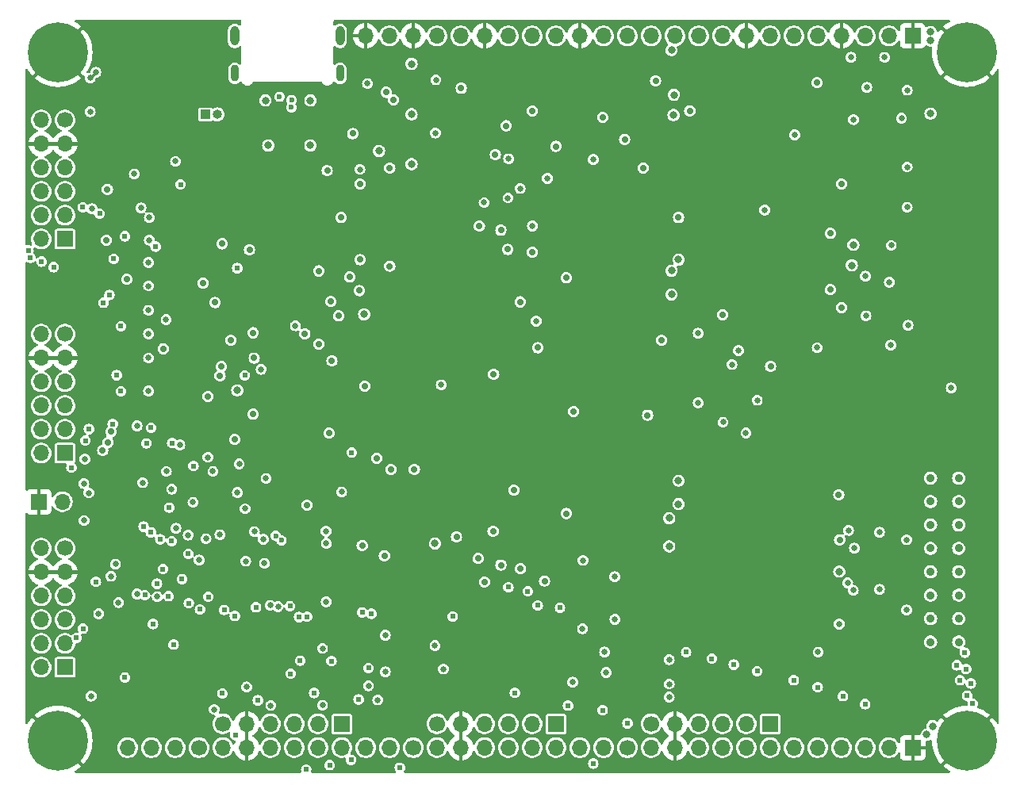
<source format=gbr>
G04 #@! TF.GenerationSoftware,KiCad,Pcbnew,8.0.1-8.0.1-1~ubuntu22.04.1*
G04 #@! TF.CreationDate,2024-04-26T22:25:13-04:00*
G04 #@! TF.ProjectId,tinytapeout-demo,74696e79-7461-4706-956f-75742d64656d,1.2.2*
G04 #@! TF.SameCoordinates,PX35e1f20PY8044ea0*
G04 #@! TF.FileFunction,Copper,L2,Inr*
G04 #@! TF.FilePolarity,Positive*
%FSLAX46Y46*%
G04 Gerber Fmt 4.6, Leading zero omitted, Abs format (unit mm)*
G04 Created by KiCad (PCBNEW 8.0.1-8.0.1-1~ubuntu22.04.1) date 2024-04-26 22:25:13*
%MOMM*%
%LPD*%
G01*
G04 APERTURE LIST*
G04 #@! TA.AperFunction,ComponentPad*
%ADD10C,0.900000*%
G04 #@! TD*
G04 #@! TA.AperFunction,ComponentPad*
%ADD11C,0.620000*%
G04 #@! TD*
G04 #@! TA.AperFunction,ComponentPad*
%ADD12C,6.400000*%
G04 #@! TD*
G04 #@! TA.AperFunction,ComponentPad*
%ADD13O,0.950000X2.100000*%
G04 #@! TD*
G04 #@! TA.AperFunction,ComponentPad*
%ADD14O,0.900000X1.800000*%
G04 #@! TD*
G04 #@! TA.AperFunction,ComponentPad*
%ADD15R,1.700000X1.700000*%
G04 #@! TD*
G04 #@! TA.AperFunction,ComponentPad*
%ADD16O,1.700000X1.700000*%
G04 #@! TD*
G04 #@! TA.AperFunction,ComponentPad*
%ADD17C,1.700000*%
G04 #@! TD*
G04 #@! TA.AperFunction,ComponentPad*
%ADD18R,1.000000X1.000000*%
G04 #@! TD*
G04 #@! TA.AperFunction,ComponentPad*
%ADD19O,1.000000X1.000000*%
G04 #@! TD*
G04 #@! TA.AperFunction,ViaPad*
%ADD20C,0.650000*%
G04 #@! TD*
G04 #@! TA.AperFunction,ViaPad*
%ADD21C,0.800000*%
G04 #@! TD*
G04 #@! TA.AperFunction,ViaPad*
%ADD22C,0.620000*%
G04 #@! TD*
G04 #@! TA.AperFunction,ViaPad*
%ADD23C,0.700000*%
G04 #@! TD*
G04 #@! TA.AperFunction,ViaPad*
%ADD24C,0.600000*%
G04 #@! TD*
G04 #@! TA.AperFunction,Conductor*
%ADD25C,0.250000*%
G04 #@! TD*
G04 APERTURE END LIST*
D10*
G04 #@! TO.N,out6*
G04 #@! TO.C,JP7*
X99900000Y16780000D03*
G04 #@! TO.N,Net-(JP7-B)*
X96900000Y16780000D03*
G04 #@! TD*
D11*
G04 #@! TO.N,GND*
G04 #@! TO.C,STITCH1*
X27900000Y18700000D03*
G04 #@! TD*
G04 #@! TO.N,GND*
G04 #@! TO.C,STITCH1*
X17800000Y24800000D03*
G04 #@! TD*
G04 #@! TO.N,GND*
G04 #@! TO.C,STITCH1*
X95800000Y18000000D03*
G04 #@! TD*
G04 #@! TO.N,GND*
G04 #@! TO.C,STITCH1*
X54900000Y50100000D03*
G04 #@! TD*
G04 #@! TO.N,GND*
G04 #@! TO.C,STITCH1*
X62200000Y55600000D03*
G04 #@! TD*
D10*
G04 #@! TO.N,out0*
G04 #@! TO.C,JP1*
X99900000Y31780000D03*
G04 #@! TO.N,Net-(JP1-B)*
X96900000Y31780000D03*
G04 #@! TD*
D12*
G04 #@! TO.N,GND*
G04 #@! TO.C,MT3*
X3750000Y77250000D03*
G04 #@! TD*
D11*
G04 #@! TO.N,GND*
G04 #@! TO.C,STITCH1*
X87100000Y23000000D03*
G04 #@! TD*
G04 #@! TO.N,GND*
G04 #@! TO.C,STITCH1*
X83600000Y75600000D03*
G04 #@! TD*
G04 #@! TO.N,GND*
G04 #@! TO.C,STITCH1*
X48600000Y40600000D03*
G04 #@! TD*
G04 #@! TO.N,GND*
G04 #@! TO.C,STITCH1*
X30700000Y50650000D03*
G04 #@! TD*
G04 #@! TO.N,GND*
G04 #@! TO.C,STITCH8*
X103700000Y64100000D03*
G04 #@! TD*
G04 #@! TO.N,GND*
G04 #@! TO.C,STITCH1*
X37600000Y38900000D03*
G04 #@! TD*
G04 #@! TO.N,GND*
G04 #@! TO.C,STITCH1*
X3400000Y53200000D03*
G04 #@! TD*
D13*
G04 #@! TO.N,Net-(C3-Pad1)*
G04 #@! TO.C,J15*
X33870000Y79000000D03*
D14*
X22630000Y75000000D03*
X33870000Y75000000D03*
D13*
X22630000Y79000000D03*
G04 #@! TD*
D11*
G04 #@! TO.N,GND*
G04 #@! TO.C,STITCH1*
X67400000Y75600000D03*
G04 #@! TD*
G04 #@! TO.N,GND*
G04 #@! TO.C,STITCH1*
X11200000Y54700000D03*
G04 #@! TD*
D15*
G04 #@! TO.N,in0*
G04 #@! TO.C,J13*
X4500000Y34440000D03*
D16*
G04 #@! TO.N,in2*
X4500000Y36980000D03*
G04 #@! TO.N,out3*
X4500000Y39520000D03*
G04 #@! TO.N,in1*
X4500000Y42060000D03*
G04 #@! TO.N,GND*
X4500000Y44600000D03*
D17*
G04 #@! TO.N,+3V3*
X4500000Y47140000D03*
D16*
G04 #@! TO.N,in4*
X1960000Y34440000D03*
G04 #@! TO.N,in6*
X1960000Y36980000D03*
G04 #@! TO.N,out7*
X1960000Y39520000D03*
G04 #@! TO.N,in5*
X1960000Y42060000D03*
G04 #@! TO.N,GND*
X1960000Y44600000D03*
G04 #@! TO.N,+3V3*
X1960000Y47140000D03*
G04 #@! TD*
D11*
G04 #@! TO.N,GND*
G04 #@! TO.C,STITCH1*
X43900000Y36400000D03*
G04 #@! TD*
G04 #@! TO.N,GND*
G04 #@! TO.C,STITCH1*
X31700000Y38900000D03*
G04 #@! TD*
G04 #@! TO.N,GND*
G04 #@! TO.C,STITCH11*
X53060000Y800000D03*
G04 #@! TD*
G04 #@! TO.N,GND*
G04 #@! TO.C,STITCH1*
X20000000Y48800000D03*
G04 #@! TD*
G04 #@! TO.N,GND*
G04 #@! TO.C,STITCH1*
X37600000Y52100000D03*
G04 #@! TD*
G04 #@! TO.N,GND*
G04 #@! TO.C,STITCH1*
X62200000Y45300000D03*
G04 #@! TD*
G04 #@! TO.N,GND*
G04 #@! TO.C,STITCH1*
X26000000Y20500000D03*
G04 #@! TD*
G04 #@! TO.N,GND*
G04 #@! TO.C,STITCH1*
X70900000Y75600000D03*
G04 #@! TD*
G04 #@! TO.N,GND*
G04 #@! TO.C,STITCH1*
X74050000Y65100000D03*
G04 #@! TD*
G04 #@! TO.N,GND*
G04 #@! TO.C,STITCH1*
X29200000Y63200000D03*
G04 #@! TD*
G04 #@! TO.N,GND*
G04 #@! TO.C,STITCH1*
X54700000Y17200000D03*
G04 #@! TD*
G04 #@! TO.N,GND*
G04 #@! TO.C,STITCH1*
X62200000Y65300000D03*
G04 #@! TD*
D17*
G04 #@! TO.N,in0*
G04 #@! TO.C,J2*
X18810000Y3000000D03*
D16*
G04 #@! TO.N,in1*
X16270000Y3000000D03*
G04 #@! TO.N,in2*
X13730000Y3000000D03*
G04 #@! TO.N,in3*
X11190000Y3000000D03*
G04 #@! TD*
D11*
G04 #@! TO.N,GND*
G04 #@! TO.C,STITCH1*
X8900000Y19100000D03*
G04 #@! TD*
G04 #@! TO.N,GND*
G04 #@! TO.C,STITCH1*
X38900000Y5600000D03*
G04 #@! TD*
G04 #@! TO.N,GND*
G04 #@! TO.C,STITCH4*
X103700000Y44100000D03*
G04 #@! TD*
G04 #@! TO.N,GND*
G04 #@! TO.C,STITCH16*
X78460000Y800000D03*
G04 #@! TD*
G04 #@! TO.N,GND*
G04 #@! TO.C,STITCH1*
X71300000Y27400000D03*
G04 #@! TD*
G04 #@! TO.N,GND*
G04 #@! TO.C,STITCH1*
X83500000Y6800000D03*
G04 #@! TD*
G04 #@! TO.N,GND*
G04 #@! TO.C,STITCH1*
X3700000Y9000000D03*
G04 #@! TD*
G04 #@! TO.N,GND*
G04 #@! TO.C,STITCH17*
X83540000Y800000D03*
G04 #@! TD*
G04 #@! TO.N,GND*
G04 #@! TO.C,STITCH1*
X10300000Y29300000D03*
G04 #@! TD*
G04 #@! TO.N,GND*
G04 #@! TO.C,STITCH1*
X29500000Y29950000D03*
G04 #@! TD*
G04 #@! TO.N,GND*
G04 #@! TO.C,STITCH1*
X35700000Y5600000D03*
G04 #@! TD*
G04 #@! TO.N,GND*
G04 #@! TO.C,STITCH1*
X75200000Y9550000D03*
G04 #@! TD*
G04 #@! TO.N,GND*
G04 #@! TO.C,STITCH1*
X48800000Y66000000D03*
G04 #@! TD*
G04 #@! TO.N,GND*
G04 #@! TO.C,STITCH1*
X86000000Y37500000D03*
G04 #@! TD*
G04 #@! TO.N,GND*
G04 #@! TO.C,STITCH1*
X32400000Y29950000D03*
G04 #@! TD*
G04 #@! TO.N,GND*
G04 #@! TO.C,STITCH1*
X66600000Y26500000D03*
G04 #@! TD*
G04 #@! TO.N,GND*
G04 #@! TO.C,STITCH1*
X66600000Y23500000D03*
G04 #@! TD*
G04 #@! TO.N,GND*
G04 #@! TO.C,STITCH1*
X48100000Y75600000D03*
G04 #@! TD*
G04 #@! TO.N,GND*
G04 #@! TO.C,STITCH1*
X35850000Y1200000D03*
G04 #@! TD*
G04 #@! TO.N,GND*
G04 #@! TO.C,STITCH1*
X15850000Y71800000D03*
G04 #@! TD*
G04 #@! TO.N,GND*
G04 #@! TO.C,STITCH1*
X50100000Y17200000D03*
G04 #@! TD*
G04 #@! TO.N,GND*
G04 #@! TO.C,STITCH6*
X42900000Y800000D03*
G04 #@! TD*
G04 #@! TO.N,GND*
G04 #@! TO.C,STITCH1*
X29200000Y57000000D03*
G04 #@! TD*
G04 #@! TO.N,GND*
G04 #@! TO.C,STITCH1*
X3400000Y49500000D03*
G04 #@! TD*
G04 #@! TO.N,GND*
G04 #@! TO.C,STITCH1*
X86000000Y43100000D03*
G04 #@! TD*
G04 #@! TO.N,GND*
G04 #@! TO.C,STITCH1*
X35500000Y19000000D03*
G04 #@! TD*
G04 #@! TO.N,GND*
G04 #@! TO.C,STITCH1*
X31100000Y10300000D03*
G04 #@! TD*
G04 #@! TO.N,GND*
G04 #@! TO.C,STITCH1*
X59950000Y27100000D03*
G04 #@! TD*
G04 #@! TO.N,GND*
G04 #@! TO.C,STITCH1*
X26000000Y63200000D03*
G04 #@! TD*
G04 #@! TO.N,GND*
G04 #@! TO.C,STITCH1*
X63300000Y75600000D03*
G04 #@! TD*
D10*
G04 #@! TO.N,out2*
G04 #@! TO.C,JP3*
X99900000Y26780000D03*
G04 #@! TO.N,Net-(JP3-B)*
X96900000Y26780000D03*
G04 #@! TD*
D11*
G04 #@! TO.N,GND*
G04 #@! TO.C,STITCH1*
X900000Y72300000D03*
G04 #@! TD*
D18*
G04 #@! TO.N,/1v8B*
G04 #@! TO.C,J19*
X19500000Y70600000D03*
D19*
G04 #@! TO.N,/1v8A*
X20770000Y70600000D03*
G04 #@! TD*
D11*
G04 #@! TO.N,GND*
G04 #@! TO.C,STITCH1*
X96800000Y6800000D03*
G04 #@! TD*
G04 #@! TO.N,GND*
G04 #@! TO.C,STITCH1*
X19600000Y9400000D03*
G04 #@! TD*
G04 #@! TO.N,GND*
G04 #@! TO.C,STITCH7*
X103700000Y59100000D03*
G04 #@! TD*
G04 #@! TO.N,GND*
G04 #@! TO.C,STITCH13*
X63220000Y800000D03*
G04 #@! TD*
G04 #@! TO.N,GND*
G04 #@! TO.C,STITCH1*
X12400000Y71800000D03*
G04 #@! TD*
D10*
G04 #@! TO.N,out7*
G04 #@! TO.C,JP8*
X99900000Y14280000D03*
G04 #@! TO.N,Net-(JP8-B)*
X96900000Y14280000D03*
G04 #@! TD*
D11*
G04 #@! TO.N,GND*
G04 #@! TO.C,STITCH1*
X59100000Y9200000D03*
G04 #@! TD*
D17*
G04 #@! TO.N,uio0*
G04 #@! TO.C,J8*
X64545000Y3000000D03*
D16*
G04 #@! TO.N,uio1*
X62005000Y3000000D03*
G04 #@! TO.N,uio2*
X59465000Y3000000D03*
G04 #@! TD*
D11*
G04 #@! TO.N,GND*
G04 #@! TO.C,STITCH1*
X12500000Y5200000D03*
G04 #@! TD*
G04 #@! TO.N,GND*
G04 #@! TO.C,STITCH1*
X72800000Y70250000D03*
G04 #@! TD*
G04 #@! TO.N,GND*
G04 #@! TO.C,STITCH1*
X10700000Y65600000D03*
G04 #@! TD*
G04 #@! TO.N,GND*
G04 #@! TO.C,STITCH1*
X80700000Y14200000D03*
G04 #@! TD*
D15*
G04 #@! TO.N,out4*
G04 #@! TO.C,J12*
X4500000Y11580000D03*
D16*
G04 #@! TO.N,out3*
X4500000Y14120000D03*
G04 #@! TO.N,in2*
X4500000Y16660000D03*
G04 #@! TO.N,out5*
X4500000Y19200000D03*
G04 #@! TO.N,GND*
X4500000Y21740000D03*
D17*
G04 #@! TO.N,+3V3*
X4500000Y24280000D03*
D16*
G04 #@! TO.N,uio0*
X1960000Y11580000D03*
G04 #@! TO.N,out7*
X1960000Y14120000D03*
G04 #@! TO.N,uio2*
X1960000Y16660000D03*
G04 #@! TO.N,uio1*
X1960000Y19200000D03*
G04 #@! TO.N,GND*
X1960000Y21740000D03*
G04 #@! TO.N,+3V3*
X1960000Y24280000D03*
G04 #@! TD*
D11*
G04 #@! TO.N,GND*
G04 #@! TO.C,STITCH1*
X101400000Y26600000D03*
G04 #@! TD*
G04 #@! TO.N,GND*
G04 #@! TO.C,STITCH1*
X22800000Y43300000D03*
G04 #@! TD*
G04 #@! TO.N,GND*
G04 #@! TO.C,STITCH1*
X96200000Y43100000D03*
G04 #@! TD*
G04 #@! TO.N,GND*
G04 #@! TO.C,STITCH1*
X7200000Y34800000D03*
G04 #@! TD*
G04 #@! TO.N,GND*
G04 #@! TO.C,STITCH1*
X35500000Y26400000D03*
G04 #@! TD*
G04 #@! TO.N,GND*
G04 #@! TO.C,STITCH1*
X86200000Y75600000D03*
G04 #@! TD*
G04 #@! TO.N,GND*
G04 #@! TO.C,STITCH1*
X29500000Y45000000D03*
G04 #@! TD*
G04 #@! TO.N,GND*
G04 #@! TO.C,STITCH1*
X90100000Y59200000D03*
G04 #@! TD*
G04 #@! TO.N,GND*
G04 #@! TO.C,STITCH1*
X43900000Y27100000D03*
G04 #@! TD*
G04 #@! TO.N,GND*
G04 #@! TO.C,STITCH1*
X71300000Y32600000D03*
G04 #@! TD*
G04 #@! TO.N,GND*
G04 #@! TO.C,STITCH1*
X37100000Y19000000D03*
G04 #@! TD*
G04 #@! TO.N,GND*
G04 #@! TO.C,STITCH1*
X31250000Y24950000D03*
G04 #@! TD*
G04 #@! TO.N,GND*
G04 #@! TO.C,STITCH1*
X52800000Y65200000D03*
G04 #@! TD*
G04 #@! TO.N,GND*
G04 #@! TO.C,STITCH1*
X88800000Y6800000D03*
G04 #@! TD*
D15*
G04 #@! TO.N,in0*
G04 #@! TO.C,J3*
X34045000Y5545000D03*
D16*
G04 #@! TO.N,in1*
X31505000Y5545000D03*
G04 #@! TO.N,in2*
X28965000Y5545000D03*
G04 #@! TO.N,in3*
X26425000Y5545000D03*
G04 #@! TO.N,GND*
X23885000Y5545000D03*
D17*
G04 #@! TO.N,+3V3*
X21345000Y5545000D03*
D16*
G04 #@! TO.N,in4*
X34045000Y3005000D03*
G04 #@! TO.N,in5*
X31505000Y3005000D03*
G04 #@! TO.N,in6*
X28965000Y3005000D03*
G04 #@! TO.N,in7*
X26425000Y3005000D03*
G04 #@! TO.N,GND*
X23885000Y3005000D03*
G04 #@! TO.N,+3V3*
X21345000Y3005000D03*
G04 #@! TD*
D11*
G04 #@! TO.N,GND*
G04 #@! TO.C,STITCH1*
X66600000Y31600000D03*
G04 #@! TD*
G04 #@! TO.N,GND*
G04 #@! TO.C,STITCH1*
X19600000Y59900000D03*
G04 #@! TD*
G04 #@! TO.N,GND*
G04 #@! TO.C,STITCH1*
X12500000Y13100000D03*
G04 #@! TD*
G04 #@! TO.N,GND*
G04 #@! TO.C,STITCH1*
X35200000Y72200000D03*
G04 #@! TD*
G04 #@! TO.N,GND*
G04 #@! TO.C,STITCH1*
X34400000Y10300000D03*
G04 #@! TD*
G04 #@! TO.N,GND*
G04 #@! TO.C,STITCH1*
X73600000Y75600000D03*
G04 #@! TD*
D12*
G04 #@! TO.N,GND*
G04 #@! TO.C,MT4*
X100750000Y77250000D03*
G04 #@! TD*
D11*
G04 #@! TO.N,GND*
G04 #@! TO.C,STITCH3*
X103700000Y39100000D03*
G04 #@! TD*
G04 #@! TO.N,GND*
G04 #@! TO.C,STITCH1*
X23600000Y8100000D03*
G04 #@! TD*
G04 #@! TO.N,GND*
G04 #@! TO.C,STITCH1*
X35700000Y32900000D03*
G04 #@! TD*
G04 #@! TO.N,GND*
G04 #@! TO.C,STITCH1*
X12500000Y49700000D03*
G04 #@! TD*
D12*
G04 #@! TO.N,GND*
G04 #@! TO.C,MT2*
X100750000Y3750000D03*
G04 #@! TD*
D11*
G04 #@! TO.N,GND*
G04 #@! TO.C,STITCH1*
X59000000Y65200000D03*
G04 #@! TD*
G04 #@! TO.N,GND*
G04 #@! TO.C,STITCH6*
X12500000Y700000D03*
G04 #@! TD*
G04 #@! TO.N,GND*
G04 #@! TO.C,STITCH1*
X77650000Y9500000D03*
G04 #@! TD*
G04 #@! TO.N,GND*
G04 #@! TO.C,STITCH1*
X34500000Y14800000D03*
G04 #@! TD*
G04 #@! TO.N,GND*
G04 #@! TO.C,STITCH1*
X71300000Y22100000D03*
G04 #@! TD*
G04 #@! TO.N,GND*
G04 #@! TO.C,STITCH1*
X71200000Y59400000D03*
G04 #@! TD*
G04 #@! TO.N,GND*
G04 #@! TO.C,STITCH1*
X53100000Y75600000D03*
G04 #@! TD*
G04 #@! TO.N,GND*
G04 #@! TO.C,STITCH1*
X12500000Y45700000D03*
G04 #@! TD*
D15*
G04 #@! TO.N,uio0*
G04 #@! TO.C,J5*
X56905000Y5545000D03*
D16*
G04 #@! TO.N,uio1*
X54365000Y5545000D03*
G04 #@! TO.N,uio2*
X51825000Y5545000D03*
G04 #@! TO.N,uio3*
X49285000Y5545000D03*
G04 #@! TO.N,GND*
X46745000Y5545000D03*
D17*
G04 #@! TO.N,+3V3*
X44205000Y5545000D03*
D16*
G04 #@! TO.N,uio4*
X56905000Y3005000D03*
G04 #@! TO.N,uio5*
X54365000Y3005000D03*
G04 #@! TO.N,uio6*
X51825000Y3005000D03*
G04 #@! TO.N,uio7*
X49285000Y3005000D03*
G04 #@! TO.N,GND*
X46745000Y3005000D03*
G04 #@! TO.N,+3V3*
X44205000Y3005000D03*
G04 #@! TD*
D11*
G04 #@! TO.N,GND*
G04 #@! TO.C,STITCH1*
X10300000Y39000000D03*
G04 #@! TD*
G04 #@! TO.N,GND*
G04 #@! TO.C,STITCH1*
X31100000Y14800000D03*
G04 #@! TD*
G04 #@! TO.N,GND*
G04 #@! TO.C,STITCH1*
X38800000Y17500000D03*
G04 #@! TD*
G04 #@! TO.N,GND*
G04 #@! TO.C,STITCH18*
X88620000Y800000D03*
G04 #@! TD*
G04 #@! TO.N,GND*
G04 #@! TO.C,STITCH9*
X103700000Y69100000D03*
G04 #@! TD*
D10*
G04 #@! TO.N,out1*
G04 #@! TO.C,JP2*
X99900000Y29280000D03*
G04 #@! TO.N,Net-(JP2-B)*
X96900000Y29280000D03*
G04 #@! TD*
D11*
G04 #@! TO.N,GND*
G04 #@! TO.C,STITCH1*
X50200000Y44900000D03*
G04 #@! TD*
G04 #@! TO.N,GND*
G04 #@! TO.C,STITCH1*
X56600000Y55500000D03*
G04 #@! TD*
G04 #@! TO.N,GND*
G04 #@! TO.C,STITCH1*
X71300000Y46300000D03*
G04 #@! TD*
G04 #@! TO.N,GND*
G04 #@! TO.C,STITCH1*
X700000Y12900000D03*
G04 #@! TD*
G04 #@! TO.N,GND*
G04 #@! TO.C,STITCH1*
X81100000Y75600000D03*
G04 #@! TD*
G04 #@! TO.N,GND*
G04 #@! TO.C,STITCH1*
X62200000Y19100000D03*
G04 #@! TD*
G04 #@! TO.N,GND*
G04 #@! TO.C,STITCH1*
X59800000Y39000000D03*
G04 #@! TD*
G04 #@! TO.N,GND*
G04 #@! TO.C,STITCH1*
X8500000Y13100000D03*
G04 #@! TD*
G04 #@! TO.N,GND*
G04 #@! TO.C,STITCH1*
X63200000Y6300000D03*
G04 #@! TD*
G04 #@! TO.N,GND*
G04 #@! TO.C,STITCH14*
X68300000Y800000D03*
G04 #@! TD*
G04 #@! TO.N,GND*
G04 #@! TO.C,STITCH1*
X12300000Y20400000D03*
G04 #@! TD*
D15*
G04 #@! TO.N,GND*
G04 #@! TO.C,J10*
X1690000Y29260000D03*
D16*
G04 #@! TO.N,/RP2040/RUN*
X4230000Y29260000D03*
G04 #@! TD*
D11*
G04 #@! TO.N,GND*
G04 #@! TO.C,STITCH1*
X24400000Y18700000D03*
G04 #@! TD*
G04 #@! TO.N,GND*
G04 #@! TO.C,STITCH1*
X7700000Y58000000D03*
G04 #@! TD*
D17*
G04 #@! TO.N,uio3*
G04 #@! TO.C,J17*
X41700000Y3000000D03*
D16*
G04 #@! TO.N,~{project_rst}*
X39160000Y3000000D03*
G04 #@! TO.N,project_clk*
X36620000Y3000000D03*
G04 #@! TD*
D11*
G04 #@! TO.N,GND*
G04 #@! TO.C,STITCH1*
X92900000Y23000000D03*
G04 #@! TD*
G04 #@! TO.N,GND*
G04 #@! TO.C,STITCH1*
X59600000Y7450000D03*
G04 #@! TD*
G04 #@! TO.N,GND*
G04 #@! TO.C,STITCH1*
X20000000Y44600000D03*
G04 #@! TD*
G04 #@! TO.N,GND*
G04 #@! TO.C,STITCH1*
X73550000Y14200000D03*
G04 #@! TD*
D15*
G04 #@! TO.N,GND*
G04 #@! TO.C,J9*
X95000000Y79000000D03*
D16*
G04 #@! TO.N,+1V8*
X92460000Y79000000D03*
G04 #@! TO.N,+3V3*
X89920000Y79000000D03*
G04 #@! TO.N,GND*
X87380000Y79000000D03*
G04 #@! TO.N,usrclk2*
X84840000Y79000000D03*
G04 #@! TO.N,HK_SCK*
X82300000Y79000000D03*
G04 #@! TO.N,HK_CSB*
X79760000Y79000000D03*
G04 #@! TO.N,GND*
X77220000Y79000000D03*
G04 #@! TO.N,HK_SDI*
X74680000Y79000000D03*
G04 #@! TO.N,HK_SDO*
X72140000Y79000000D03*
G04 #@! TO.N,mprj_io0*
X69600000Y79000000D03*
G04 #@! TO.N,~{ctrl_sel_rst}*
X67060000Y79000000D03*
G04 #@! TO.N,mio37*
X64520000Y79000000D03*
G04 #@! TO.N,ctrl_sel_inc*
X61980000Y79000000D03*
G04 #@! TO.N,GND*
X59440000Y79000000D03*
G04 #@! TO.N,mio35*
X56900000Y79000000D03*
G04 #@! TO.N,ctrl_ena*
X54360000Y79000000D03*
G04 #@! TO.N,mio33*
X51820000Y79000000D03*
G04 #@! TO.N,GND*
X49280000Y79000000D03*
G04 #@! TO.N,RPIO29*
X46740000Y79000000D03*
G04 #@! TO.N,+3V3*
X44200000Y79000000D03*
G04 #@! TO.N,GND*
X41660000Y79000000D03*
G04 #@! TO.N,+5V*
X39120000Y79000000D03*
G04 #@! TO.N,GND*
X36580000Y79000000D03*
G04 #@! TD*
D11*
G04 #@! TO.N,GND*
G04 #@! TO.C,STITCH1*
X85300000Y65100000D03*
G04 #@! TD*
G04 #@! TO.N,GND*
G04 #@! TO.C,STITCH1*
X37200000Y10500000D03*
G04 #@! TD*
G04 #@! TO.N,GND*
G04 #@! TO.C,STITCH1*
X43600000Y41300000D03*
G04 #@! TD*
G04 #@! TO.N,GND*
G04 #@! TO.C,STITCH1*
X62200000Y27100000D03*
G04 #@! TD*
G04 #@! TO.N,GND*
G04 #@! TO.C,STITCH1*
X101400000Y21500000D03*
G04 #@! TD*
G04 #@! TO.N,GND*
G04 #@! TO.C,STITCH1*
X19700000Y5200000D03*
G04 #@! TD*
G04 #@! TO.N,GND*
G04 #@! TO.C,STITCH1*
X19600000Y16700000D03*
G04 #@! TD*
G04 #@! TO.N,GND*
G04 #@! TO.C,STITCH1*
X55700000Y75600000D03*
G04 #@! TD*
G04 #@! TO.N,GND*
G04 #@! TO.C,STITCH1*
X74400000Y73500000D03*
G04 #@! TD*
G04 #@! TO.N,GND*
G04 #@! TO.C,STITCH1*
X8450000Y67550000D03*
G04 #@! TD*
G04 #@! TO.N,GND*
G04 #@! TO.C,STITCH1*
X103800000Y8750000D03*
G04 #@! TD*
G04 #@! TO.N,GND*
G04 #@! TO.C,STITCH6*
X103700000Y54100000D03*
G04 #@! TD*
G04 #@! TO.N,GND*
G04 #@! TO.C,STITCH1*
X93400000Y55100000D03*
G04 #@! TD*
D10*
G04 #@! TO.N,out4*
G04 #@! TO.C,JP5*
X99900000Y21780000D03*
G04 #@! TO.N,Net-(JP5-B)*
X96900000Y21780000D03*
G04 #@! TD*
D11*
G04 #@! TO.N,GND*
G04 #@! TO.C,STITCH1*
X24500000Y22400000D03*
G04 #@! TD*
G04 #@! TO.N,GND*
G04 #@! TO.C,STITCH1*
X26600000Y38900000D03*
G04 #@! TD*
G04 #@! TO.N,GND*
G04 #@! TO.C,STITCH1*
X39400000Y1200000D03*
G04 #@! TD*
G04 #@! TO.N,GND*
G04 #@! TO.C,STITCH1*
X95300000Y73600000D03*
G04 #@! TD*
G04 #@! TO.N,GND*
G04 #@! TO.C,STITCH1*
X62200000Y41100000D03*
G04 #@! TD*
G04 #@! TO.N,GND*
G04 #@! TO.C,STITCH1*
X62200000Y34000000D03*
G04 #@! TD*
G04 #@! TO.N,GND*
G04 #@! TO.C,STITCH1*
X56700000Y19100000D03*
G04 #@! TD*
G04 #@! TO.N,GND*
G04 #@! TO.C,STITCH1*
X24000000Y73300000D03*
G04 #@! TD*
G04 #@! TO.N,GND*
G04 #@! TO.C,STITCH10*
X47980000Y800000D03*
G04 #@! TD*
G04 #@! TO.N,GND*
G04 #@! TO.C,STITCH1*
X24200000Y33300000D03*
G04 #@! TD*
G04 #@! TO.N,GND*
G04 #@! TO.C,STITCH1*
X20200000Y57300000D03*
G04 #@! TD*
G04 #@! TO.N,GND*
G04 #@! TO.C,STITCH1*
X54600000Y8900000D03*
G04 #@! TD*
G04 #@! TO.N,GND*
G04 #@! TO.C,STITCH1*
X71600000Y12000000D03*
G04 #@! TD*
D15*
G04 #@! TO.N,uio4*
G04 #@! TO.C,J14*
X4500000Y57300000D03*
D16*
G04 #@! TO.N,uio6*
X4500000Y59840000D03*
G04 #@! TO.N,uio3*
X4500000Y62380000D03*
G04 #@! TO.N,uio5*
X4500000Y64920000D03*
G04 #@! TO.N,GND*
X4500000Y67460000D03*
D17*
G04 #@! TO.N,+3V3*
X4500000Y70000000D03*
D16*
G04 #@! TO.N,in2*
X1960000Y57300000D03*
G04 #@! TO.N,out0*
X1960000Y59840000D03*
G04 #@! TO.N,in7*
X1960000Y62380000D03*
G04 #@! TO.N,out1*
X1960000Y64920000D03*
G04 #@! TO.N,GND*
X1960000Y67460000D03*
G04 #@! TO.N,+3V3*
X1960000Y70000000D03*
G04 #@! TD*
D11*
G04 #@! TO.N,GND*
G04 #@! TO.C,STITCH1*
X103700000Y29100000D03*
G04 #@! TD*
G04 #@! TO.N,GND*
G04 #@! TO.C,STITCH1*
X56900000Y45400000D03*
G04 #@! TD*
G04 #@! TO.N,GND*
G04 #@! TO.C,STITCH1*
X4300000Y32150000D03*
G04 #@! TD*
G04 #@! TO.N,GND*
G04 #@! TO.C,STITCH2*
X103700000Y34100000D03*
G04 #@! TD*
G04 #@! TO.N,GND*
G04 #@! TO.C,STITCH1*
X53000000Y69500000D03*
G04 #@! TD*
G04 #@! TO.N,GND*
G04 #@! TO.C,STITCH1*
X71200000Y50900000D03*
G04 #@! TD*
D10*
G04 #@! TO.N,out5*
G04 #@! TO.C,JP6*
X99900000Y19280000D03*
G04 #@! TO.N,Net-(JP6-B)*
X96900000Y19280000D03*
G04 #@! TD*
D11*
G04 #@! TO.N,GND*
G04 #@! TO.C,STITCH1*
X86000000Y31400000D03*
G04 #@! TD*
G04 #@! TO.N,GND*
G04 #@! TO.C,STITCH1*
X90050000Y23000000D03*
G04 #@! TD*
G04 #@! TO.N,GND*
G04 #@! TO.C,STITCH1*
X92950000Y14200000D03*
G04 #@! TD*
G04 #@! TO.N,GND*
G04 #@! TO.C,STITCH1*
X12400000Y9800000D03*
G04 #@! TD*
D15*
G04 #@! TO.N,GND*
G04 #@! TO.C,J1*
X95000000Y3000000D03*
D16*
G04 #@! TO.N,+5V*
X92460000Y3000000D03*
G04 #@! TO.N,out0*
X89920000Y3000000D03*
G04 #@! TO.N,out1*
X87380000Y3000000D03*
G04 #@! TO.N,out2*
X84840000Y3000000D03*
G04 #@! TO.N,out3*
X82300000Y3000000D03*
G04 #@! TD*
D11*
G04 #@! TO.N,GND*
G04 #@! TO.C,STITCH1*
X91800000Y75600000D03*
G04 #@! TD*
G04 #@! TO.N,GND*
G04 #@! TO.C,STITCH1*
X12500000Y41900000D03*
G04 #@! TD*
G04 #@! TO.N,GND*
G04 #@! TO.C,STITCH1*
X52000000Y62800000D03*
G04 #@! TD*
G04 #@! TO.N,GND*
G04 #@! TO.C,STITCH1*
X56500000Y30300000D03*
G04 #@! TD*
G04 #@! TO.N,GND*
G04 #@! TO.C,STITCH1*
X71200000Y65200000D03*
G04 #@! TD*
G04 #@! TO.N,GND*
G04 #@! TO.C,STITCH1*
X32800000Y73300000D03*
G04 #@! TD*
G04 #@! TO.N,GND*
G04 #@! TO.C,STITCH5*
X103700000Y49100000D03*
G04 #@! TD*
G04 #@! TO.N,GND*
G04 #@! TO.C,STITCH1*
X78900000Y73500000D03*
G04 #@! TD*
G04 #@! TO.N,GND*
G04 #@! TO.C,STITCH1*
X8000000Y62800000D03*
G04 #@! TD*
G04 #@! TO.N,GND*
G04 #@! TO.C,STITCH1*
X59400000Y75600000D03*
G04 #@! TD*
G04 #@! TO.N,GND*
G04 #@! TO.C,STITCH1*
X37800000Y41500000D03*
G04 #@! TD*
G04 #@! TO.N,GND*
G04 #@! TO.C,STITCH1*
X7150000Y32150000D03*
G04 #@! TD*
G04 #@! TO.N,GND*
G04 #@! TO.C,STITCH1*
X24400000Y59900000D03*
G04 #@! TD*
G04 #@! TO.N,GND*
G04 #@! TO.C,STITCH1*
X8700000Y41900000D03*
G04 #@! TD*
G04 #@! TO.N,GND*
G04 #@! TO.C,STITCH1*
X97700000Y71700000D03*
G04 #@! TD*
G04 #@! TO.N,GND*
G04 #@! TO.C,STITCH1*
X17600000Y13900000D03*
G04 #@! TD*
D15*
G04 #@! TO.N,out0*
G04 #@! TO.C,J6*
X79765000Y5545000D03*
D16*
G04 #@! TO.N,out1*
X77225000Y5545000D03*
G04 #@! TO.N,out2*
X74685000Y5545000D03*
G04 #@! TO.N,out3*
X72145000Y5545000D03*
G04 #@! TO.N,GND*
X69605000Y5545000D03*
D17*
G04 #@! TO.N,+3V3*
X67065000Y5545000D03*
D16*
G04 #@! TO.N,out4*
X79765000Y3005000D03*
G04 #@! TO.N,out5*
X77225000Y3005000D03*
G04 #@! TO.N,out6*
X74685000Y3005000D03*
G04 #@! TO.N,out7*
X72145000Y3005000D03*
G04 #@! TO.N,GND*
X69605000Y3005000D03*
G04 #@! TO.N,+3V3*
X67065000Y3005000D03*
G04 #@! TD*
D10*
G04 #@! TO.N,out3*
G04 #@! TO.C,JP4*
X99900000Y24280000D03*
G04 #@! TO.N,Net-(JP4-B)*
X96900000Y24280000D03*
G04 #@! TD*
D11*
G04 #@! TO.N,GND*
G04 #@! TO.C,STITCH15*
X73380000Y800000D03*
G04 #@! TD*
G04 #@! TO.N,GND*
G04 #@! TO.C,STITCH12*
X58140000Y800000D03*
G04 #@! TD*
G04 #@! TO.N,GND*
G04 #@! TO.C,STITCH1*
X43900000Y31500000D03*
G04 #@! TD*
G04 #@! TO.N,GND*
G04 #@! TO.C,STITCH1*
X5600000Y61100000D03*
G04 #@! TD*
G04 #@! TO.N,GND*
G04 #@! TO.C,STITCH1*
X31900000Y67200000D03*
G04 #@! TD*
G04 #@! TO.N,GND*
G04 #@! TO.C,STITCH1*
X8600000Y54800000D03*
G04 #@! TD*
G04 #@! TO.N,GND*
G04 #@! TO.C,STITCH1*
X89550000Y55050000D03*
G04 #@! TD*
G04 #@! TO.N,GND*
G04 #@! TO.C,STITCH1*
X10000000Y58000000D03*
G04 #@! TD*
G04 #@! TO.N,GND*
G04 #@! TO.C,STITCH1*
X96200000Y37500000D03*
G04 #@! TD*
G04 #@! TO.N,GND*
G04 #@! TO.C,STITCH1*
X66600000Y29000000D03*
G04 #@! TD*
G04 #@! TO.N,GND*
G04 #@! TO.C,STITCH1*
X62200000Y50300000D03*
G04 #@! TD*
G04 #@! TO.N,GND*
G04 #@! TO.C,STITCH1*
X88700000Y49400000D03*
G04 #@! TD*
G04 #@! TO.N,GND*
G04 #@! TO.C,STITCH1*
X101400000Y24100000D03*
G04 #@! TD*
G04 #@! TO.N,GND*
G04 #@! TO.C,STITCH1*
X50300000Y20700000D03*
G04 #@! TD*
G04 #@! TO.N,GND*
G04 #@! TO.C,STITCH1*
X8100000Y73600000D03*
G04 #@! TD*
G04 #@! TO.N,GND*
G04 #@! TO.C,STITCH1*
X95800000Y25600000D03*
G04 #@! TD*
G04 #@! TO.N,GND*
G04 #@! TO.C,STITCH1*
X42600000Y6400000D03*
G04 #@! TD*
G04 #@! TO.N,GND*
G04 #@! TO.C,STITCH1*
X86850000Y14200000D03*
G04 #@! TD*
G04 #@! TO.N,GND*
G04 #@! TO.C,STITCH1*
X31400000Y44500000D03*
G04 #@! TD*
G04 #@! TO.N,GND*
G04 #@! TO.C,STITCH1*
X18200000Y63200000D03*
G04 #@! TD*
D12*
G04 #@! TO.N,GND*
G04 #@! TO.C,MT1*
X3750000Y3750000D03*
G04 #@! TD*
D11*
G04 #@! TO.N,GND*
G04 #@! TO.C,STITCH1*
X37600000Y57000000D03*
G04 #@! TD*
G04 #@! TO.N,GND*
G04 #@! TO.C,STITCH1*
X95900000Y59400000D03*
G04 #@! TD*
G04 #@! TO.N,GND*
G04 #@! TO.C,STITCH1*
X28000000Y22200000D03*
G04 #@! TD*
G04 #@! TO.N,GND*
G04 #@! TO.C,STITCH1*
X1500000Y54100000D03*
G04 #@! TD*
G04 #@! TO.N,GND*
G04 #@! TO.C,STITCH1*
X11250000Y80200000D03*
G04 #@! TD*
G04 #@! TO.N,GND*
G04 #@! TO.C,STITCH1*
X71300000Y38800000D03*
G04 #@! TD*
D20*
G04 #@! TO.N,GND*
X12180000Y25176684D03*
D21*
X75100000Y41700000D03*
D20*
X8650000Y45300000D03*
X28850000Y14300000D03*
X33263556Y24630665D03*
X90050000Y25900000D03*
X50100000Y12100000D03*
X17100000Y80200000D03*
X95700000Y69600000D03*
D21*
X43600000Y49100000D03*
D20*
X26575000Y27700000D03*
D21*
X43400000Y53900000D03*
X67600000Y54900000D03*
D20*
X20475870Y33495692D03*
X28325000Y69100000D03*
X24636845Y15763155D03*
D21*
X80200000Y23800000D03*
X80100000Y28800000D03*
X48700000Y72000000D03*
X80700000Y50900000D03*
D20*
X18000000Y78200000D03*
D21*
X84700000Y49100000D03*
X46500000Y62800000D03*
D20*
X33370504Y18577500D03*
X22100000Y68350000D03*
X10055000Y25850000D03*
X20100000Y76300000D03*
D21*
X11200000Y69800000D03*
D20*
X47200000Y15100000D03*
X27540923Y10901068D03*
X98600000Y69900000D03*
X28850000Y15195000D03*
X17100000Y7800000D03*
D21*
X80600000Y72000000D03*
D20*
X17850000Y80150000D03*
X90050000Y19900000D03*
X91500000Y68999998D03*
X26505707Y26870895D03*
X32004169Y27006574D03*
X87820000Y68139740D03*
D21*
X79000000Y48300000D03*
X82600000Y43100000D03*
D20*
X21600000Y11900000D03*
D21*
X75400000Y56800000D03*
X67600000Y70500000D03*
X39215000Y61600000D03*
X43850000Y72000000D03*
D20*
X16200000Y7150000D03*
X50100000Y14100000D03*
X32400000Y70600000D03*
D21*
X24850905Y72113922D03*
D20*
X16999990Y17700000D03*
X18444988Y27705001D03*
X25450000Y69750000D03*
D21*
X80200000Y31400000D03*
D20*
X18300000Y67300000D03*
D21*
X13100000Y67300000D03*
D20*
X65400000Y15800000D03*
X31027500Y28166411D03*
D21*
X83500000Y68600000D03*
X82500000Y60400000D03*
X67600000Y73000000D03*
D20*
X19555000Y24289734D03*
X24100000Y70705003D03*
D21*
X80200000Y26300000D03*
D20*
X42720000Y10418243D03*
D21*
X12700000Y68200000D03*
X79400000Y33900000D03*
X31900000Y72100000D03*
D20*
X18400000Y74050000D03*
D22*
X18600000Y19100000D03*
D21*
X48300000Y24600000D03*
G04 #@! TO.N,+5V*
X96900000Y78500000D03*
X96900000Y79400000D03*
X96500000Y4400000D03*
X96900000Y70700000D03*
X97100000Y5300000D03*
X38027500Y66714631D03*
D20*
G04 #@! TO.N,Net-(C1-Pad2)*
X38700000Y15000000D03*
X38700000Y11100000D03*
D23*
G04 #@! TO.N,gpio*
X87400000Y50000000D03*
X87400000Y63200000D03*
G04 #@! TO.N,Caravel_SCK*
X86200000Y57900000D03*
X86200000Y51900000D03*
D20*
G04 #@! TO.N,Caravel_D1*
X92500000Y52700000D03*
X92650000Y45980000D03*
X92702750Y56625000D03*
G04 #@! TO.N,Caravel_D0*
X90000000Y49100000D03*
X89949998Y53350000D03*
D23*
G04 #@! TO.N,xclk*
X50444327Y66300000D03*
X48740570Y58685000D03*
D21*
G04 #@! TO.N,+3V3*
X69000000Y27500000D03*
D20*
X13500000Y57200000D03*
X69000000Y9800000D03*
X13430000Y49700000D03*
D21*
X69470000Y70537534D03*
D20*
X12625680Y60629996D03*
X13430000Y54800000D03*
X32370955Y26106049D03*
D21*
X69500000Y72700000D03*
D20*
X7800000Y75100000D03*
X32389808Y18577500D03*
D21*
X69250000Y51388959D03*
D20*
X94400000Y73200000D03*
X13430000Y44600000D03*
D23*
X35999996Y63202500D03*
D20*
X93800000Y70200000D03*
X19762436Y34010878D03*
D21*
X36434879Y49270000D03*
D20*
X6525000Y31200000D03*
X44900000Y11400000D03*
D22*
X19800000Y19100000D03*
D20*
X35995000Y64746599D03*
X19555000Y25300000D03*
X44000000Y13900000D03*
D21*
X22900000Y41150000D03*
D20*
X69000000Y12400000D03*
X13430000Y52300000D03*
X6550000Y27250000D03*
D21*
X69000000Y24500000D03*
D20*
X32400000Y24800000D03*
X94400000Y65000000D03*
X7382427Y60530000D03*
X44100000Y74300000D03*
X36800000Y73900000D03*
X90100000Y73500000D03*
X23100000Y33300000D03*
D21*
X69250000Y77480000D03*
D20*
X13430000Y41077500D03*
X22912443Y30237906D03*
X6632500Y33818554D03*
X7200000Y70900000D03*
X13505972Y59594028D03*
D21*
X44000000Y24800000D03*
D20*
X13430000Y47185715D03*
X31999996Y13600000D03*
D21*
X69250000Y53915069D03*
D20*
X69000000Y8400000D03*
X31999996Y7527500D03*
X94500000Y48100000D03*
X94400000Y60700000D03*
X20436373Y7085826D03*
X7200000Y74500000D03*
D23*
G04 #@! TO.N,~{project_rst}*
X37775000Y33900000D03*
X8535000Y34733152D03*
D20*
X8100004Y17300000D03*
X37900000Y8100000D03*
D21*
G04 #@! TO.N,+1V8*
X70000000Y55104992D03*
X41500000Y70619502D03*
X88500000Y54500000D03*
X41500000Y76000000D03*
D20*
X88669022Y70061420D03*
D21*
X70000000Y31500000D03*
X70000000Y29000000D03*
X88669022Y56690000D03*
D20*
X92000000Y76700000D03*
D21*
X41500000Y65300000D03*
D20*
X88400000Y76700000D03*
D21*
G04 #@! TO.N,VBUS*
X30700000Y67300000D03*
X25900826Y72100826D03*
X30700000Y72100000D03*
X26200000Y67300000D03*
D20*
G04 #@! TO.N,/RP2040/DVDD*
X25800000Y22700000D03*
X26407407Y18196891D03*
G04 #@! TO.N,project_clk*
X58700000Y10000000D03*
X36900000Y9600000D03*
D23*
X58800000Y38900000D03*
G04 #@! TO.N,usrclk2*
X66700000Y38500000D03*
X84800000Y74000000D03*
X67550000Y74200000D03*
G04 #@! TO.N,mprj_io0*
X68200000Y46500000D03*
G04 #@! TO.N,HK_SCK*
X19770240Y40505000D03*
D20*
X18829861Y23025000D03*
X44670042Y41734705D03*
X82400000Y68435498D03*
X44046215Y68625000D03*
D23*
G04 #@! TO.N,HK_CSB*
X9402786Y36731990D03*
D20*
X10225002Y18500000D03*
D23*
X33000000Y44300000D03*
D20*
X9900000Y22600000D03*
D23*
X79825000Y43700000D03*
X32688303Y36582500D03*
G04 #@! TO.N,HK_SDI*
X15000000Y45600000D03*
D20*
X76400000Y45400000D03*
X14349104Y19120000D03*
D23*
G04 #@! TO.N,HK_SDO*
X22618968Y35895000D03*
D20*
X9400000Y21300000D03*
D23*
X9099994Y35600000D03*
D20*
X72100000Y47250000D03*
D23*
X22227500Y46500000D03*
G04 #@! TO.N,uio1*
X54400000Y55900000D03*
D20*
X54400000Y58705000D03*
D22*
X61900000Y7000000D03*
D23*
X35950000Y51800000D03*
D22*
X53900000Y19700000D03*
D23*
X35986425Y55098159D03*
D22*
X7807899Y20719025D03*
X9252500Y51332500D03*
G04 #@! TO.N,uio0*
X57350000Y17950000D03*
D23*
X31600000Y53900000D03*
D22*
X64550000Y5600000D03*
D23*
X11102500Y53002498D03*
D22*
X54967500Y18183611D03*
D23*
X31600000Y46100000D03*
D22*
X10900000Y10500000D03*
D20*
X54800000Y48545000D03*
D23*
X54967500Y45700000D03*
G04 #@! TO.N,uio3*
X49284996Y20700000D03*
D20*
X49247500Y61196712D03*
D23*
G04 #@! TO.N,uio2*
X51755000Y56200000D03*
D22*
X51835085Y20132500D03*
D23*
X21200000Y43700000D03*
X21300000Y56800000D03*
D20*
X51800000Y61700000D03*
D23*
G04 #@! TO.N,uio5*
X53140000Y22100000D03*
X32888703Y50627500D03*
X53100000Y50600000D03*
X32500000Y64600000D03*
D20*
X53100000Y62700000D03*
G04 #@! TO.N,uio4*
X55999081Y63785000D03*
D23*
X55700000Y20800000D03*
X9035000Y62617202D03*
X8927500Y57179527D03*
D22*
G04 #@! TO.N,uio7*
X60900000Y1300000D03*
D20*
X60900000Y65800000D03*
D23*
X48600000Y23200000D03*
D20*
G04 #@! TO.N,uio6*
X51866731Y65880000D03*
D23*
X51041709Y58240000D03*
X51041709Y22500000D03*
D22*
G04 #@! TO.N,in0*
X35113846Y34500000D03*
X8200000Y60015000D03*
D23*
X34000000Y59600000D03*
D22*
X18914099Y17767500D03*
X35050000Y1700000D03*
X6677500Y35792035D03*
D23*
G04 #@! TO.N,mio33*
X51600000Y69400000D03*
D22*
G04 #@! TO.N,in2*
X2000000Y54900000D03*
X9700000Y55200000D03*
D23*
X39300000Y32700000D03*
D22*
X30249994Y659506D03*
D23*
X39175619Y54413151D03*
D22*
X40249997Y850003D03*
X9606568Y37567500D03*
X13899998Y16200000D03*
D23*
X41800000Y32700000D03*
D22*
G04 #@! TO.N,in1*
X21300000Y8800000D03*
X10900004Y57600000D03*
X21500000Y17712500D03*
X31100000Y8837500D03*
D23*
X52427500Y30500000D03*
D22*
X32751635Y1132500D03*
X52528613Y8867500D03*
D23*
X21056706Y42699998D03*
D22*
X10025199Y42765000D03*
D23*
G04 #@! TO.N,in4*
X33700000Y49099998D03*
D22*
X32950000Y12250000D03*
D20*
X34050000Y30300000D03*
D22*
X7067348Y37014594D03*
X8620000Y50500000D03*
X29600000Y12300000D03*
X29500000Y16950000D03*
D23*
G04 #@! TO.N,in3*
X58037500Y28000000D03*
D22*
X22637500Y17062500D03*
D23*
X58000000Y53160000D03*
D22*
X22700000Y4342500D03*
X58200000Y7490000D03*
D23*
G04 #@! TO.N,in6*
X50267500Y42867500D03*
X46299998Y25500000D03*
D22*
X36900000Y11500000D03*
X45900000Y17000000D03*
X37200000Y17300000D03*
D23*
X24600000Y38600000D03*
X50200000Y26100000D03*
D22*
X28600000Y10900000D03*
D23*
X24700000Y44600000D03*
G04 #@! TO.N,in5*
X24199997Y56158021D03*
D22*
X811776Y55305210D03*
D23*
X30350000Y28900000D03*
X30110000Y47190000D03*
D22*
X30350000Y16987500D03*
D23*
X24600000Y47300000D03*
D22*
G04 #@! TO.N,out0*
X89920000Y7650000D03*
D20*
X16761708Y35319925D03*
D22*
X16849999Y63132500D03*
X101400000Y7700000D03*
X17000000Y21000000D03*
G04 #@! TO.N,in7*
X25100000Y8049996D03*
X36233849Y17455839D03*
X22900000Y54200000D03*
D23*
X36233849Y24600000D03*
D22*
X35850000Y8150000D03*
D23*
X36500000Y41600000D03*
D22*
X3300000Y54300000D03*
X23700000Y42750000D03*
G04 #@! TO.N,out2*
X84850000Y9450000D03*
D20*
X12200000Y37350000D03*
X74750002Y37750000D03*
D22*
X13028555Y19296431D03*
X101200000Y9850000D03*
G04 #@! TO.N,out1*
X14177500Y56500000D03*
X100800000Y8550000D03*
X13700000Y37155000D03*
X13675000Y26000000D03*
D20*
X77200000Y36600000D03*
D22*
X87550000Y8500000D03*
X610000Y56100000D03*
D20*
G04 #@! TO.N,out4*
X79200000Y60400000D03*
X78397500Y40097500D03*
D22*
X6400000Y60700000D03*
X100700000Y11400000D03*
X6432500Y15702009D03*
X78397500Y11167500D03*
D20*
G04 #@! TO.N,out3*
X72100000Y39832500D03*
D22*
X82300000Y10200000D03*
X15891857Y25052594D03*
X16100000Y14000000D03*
X100050000Y10200000D03*
G04 #@! TO.N,out6*
X24898272Y17987258D03*
D20*
X99100000Y41400000D03*
X25437416Y43397500D03*
D22*
X73550000Y12500000D03*
X100552754Y13147246D03*
G04 #@! TO.N,out5*
X5724027Y14711613D03*
X99700000Y11800000D03*
X5200000Y32900000D03*
D23*
X20527500Y50527500D03*
D22*
X75900000Y11867500D03*
D20*
X75700000Y43915000D03*
D22*
X18220875Y33067998D03*
D23*
X74700000Y49222500D03*
D22*
G04 #@! TO.N,ctrl_ena*
X12900000Y26600000D03*
D23*
X39172500Y64887119D03*
X54400000Y70985000D03*
X39572500Y72173904D03*
D22*
X13200002Y35500000D03*
D20*
X16300000Y65600000D03*
D22*
X15954880Y35535000D03*
D20*
G04 #@! TO.N,out7*
X84900000Y13207500D03*
D22*
X10470402Y41060522D03*
D20*
X84800000Y45700000D03*
X29100000Y48050000D03*
D22*
X10470000Y47994297D03*
X70807500Y13207500D03*
X28526514Y18117949D03*
D23*
G04 #@! TO.N,mio35*
X56900000Y67200000D03*
G04 #@! TO.N,ctrl_sel_inc*
X34900000Y53250000D03*
X35220040Y68560000D03*
D20*
X17650000Y25700000D03*
D23*
X19249502Y52600000D03*
X61900006Y70312500D03*
G04 #@! TO.N,mio37*
X64250000Y67950000D03*
D20*
G04 #@! TO.N,~{ctrl_sel_rst}*
X12200000Y19400000D03*
D23*
X66220000Y64900000D03*
D20*
X11902611Y64247500D03*
G04 #@! TO.N,/RP2040/SWDIO*
X63190000Y21245000D03*
X63200000Y16700000D03*
G04 #@! TO.N,/RP2040/SWCLK*
X59800000Y23000000D03*
X59747500Y15700000D03*
D23*
G04 #@! TO.N,RPIO29*
X46800000Y73400000D03*
X38800000Y72970000D03*
X38600000Y23500000D03*
D20*
G04 #@! TO.N,/RP2040/RUN*
X27246916Y18063739D03*
X7299999Y8500001D03*
X7055000Y30204934D03*
X26472662Y7505000D03*
G04 #@! TO.N,boot_mode*
X20300000Y32500000D03*
X15300000Y48710000D03*
X21052500Y25737836D03*
X15325000Y32493554D03*
G04 #@! TO.N,/RP2040/QSPI_CLK*
X24735000Y26063774D03*
X23730929Y28514301D03*
X18175000Y29200000D03*
D22*
G04 #@! TO.N,/RP2040/QSPI_SD0*
X15626135Y28637098D03*
D20*
G04 #@! TO.N,/RP2040/QSPI_SD1*
X12800000Y31300000D03*
X15900000Y30600002D03*
X16355002Y26425000D03*
G04 #@! TO.N,RP_proj_clk*
X23788553Y22911473D03*
X23900012Y9474133D03*
D24*
G04 #@! TO.N,usb_d+*
X27010000Y25615895D03*
X28697162Y72166905D03*
X27400000Y72500000D03*
G04 #@! TO.N,usb_d-*
X28665196Y71367541D03*
X27615000Y25133961D03*
D20*
G04 #@! TO.N,Net-(U1-C)*
X91450000Y26000000D03*
X91450000Y19900000D03*
G04 #@! TO.N,Net-(U1-D)*
X88650000Y19800000D03*
X88775000Y24298097D03*
G04 #@! TO.N,Net-(U1-E)*
X87150000Y16200000D03*
D21*
X87150000Y21800000D03*
D20*
G04 #@! TO.N,Net-(U1-F)*
X88150000Y26200000D03*
X88050000Y20600000D03*
D23*
G04 #@! TO.N,Net-(U1-G)*
X87100000Y30000000D03*
X87200000Y25200000D03*
D20*
X94350000Y17700000D03*
X94350000Y25200000D03*
G04 #@! TO.N,/RP2040/QSPI_SD3*
X25675000Y25260904D03*
X25965000Y31750000D03*
G04 #@! TO.N,Net-(R13-Pad1)*
X62100000Y13200000D03*
X62275000Y11026371D03*
D22*
G04 #@! TO.N,cinc{slash}out3*
X17725274Y18435579D03*
X17677270Y23702316D03*
D23*
G04 #@! TO.N,/~{CRVRST}*
X70000000Y59600000D03*
X71199999Y70999998D03*
D22*
G04 #@! TO.N,SDI{slash}~{p_rst}*
X14955000Y22067500D03*
X15557635Y19174581D03*
G04 #@! TO.N,ctrl_ena{slash}out1*
X14322500Y20500000D03*
X14671857Y25248846D03*
G04 #@! TD*
D25*
G04 #@! TO.N,+3V3*
X7800000Y75100000D02*
X7200000Y74500000D01*
G04 #@! TD*
G04 #@! TA.AperFunction,Conductor*
G04 #@! TO.N,GND*
G36*
X24060000Y3475747D02*
G01*
X23950826Y3505000D01*
X23819174Y3505000D01*
X23710000Y3475747D01*
X23710000Y5074254D01*
X23819174Y5045000D01*
X23950826Y5045000D01*
X24060000Y5074254D01*
X24060000Y3475747D01*
G37*
G04 #@! TD.AperFunction*
G04 #@! TA.AperFunction,Conductor*
G36*
X46920000Y3475747D02*
G01*
X46810826Y3505000D01*
X46679174Y3505000D01*
X46570000Y3475747D01*
X46570000Y5074254D01*
X46679174Y5045000D01*
X46810826Y5045000D01*
X46920000Y5074254D01*
X46920000Y3475747D01*
G37*
G04 #@! TD.AperFunction*
G04 #@! TA.AperFunction,Conductor*
G36*
X69780000Y3475747D02*
G01*
X69670826Y3505000D01*
X69539174Y3505000D01*
X69430000Y3475747D01*
X69430000Y5074254D01*
X69539174Y5045000D01*
X69670826Y5045000D01*
X69780000Y5074254D01*
X69780000Y3475747D01*
G37*
G04 #@! TD.AperFunction*
G04 #@! TA.AperFunction,Conductor*
G36*
X4000000Y21805826D02*
G01*
X4000000Y21674174D01*
X4029254Y21565000D01*
X2430746Y21565000D01*
X2460000Y21674174D01*
X2460000Y21805826D01*
X2430746Y21915000D01*
X4029254Y21915000D01*
X4000000Y21805826D01*
G37*
G04 #@! TD.AperFunction*
G04 #@! TA.AperFunction,Conductor*
G36*
X4000000Y44665826D02*
G01*
X4000000Y44534174D01*
X4029254Y44425000D01*
X2430746Y44425000D01*
X2460000Y44534174D01*
X2460000Y44665826D01*
X2430746Y44775000D01*
X4029254Y44775000D01*
X4000000Y44665826D01*
G37*
G04 #@! TD.AperFunction*
G04 #@! TA.AperFunction,Conductor*
G36*
X4000000Y67525826D02*
G01*
X4000000Y67394174D01*
X4029254Y67285000D01*
X2430746Y67285000D01*
X2460000Y67394174D01*
X2460000Y67525826D01*
X2430746Y67635000D01*
X4029254Y67635000D01*
X4000000Y67525826D01*
G37*
G04 #@! TD.AperFunction*
G04 #@! TA.AperFunction,Conductor*
G36*
X23272539Y80679815D02*
G01*
X23318294Y80627011D01*
X23329500Y80575500D01*
X23329500Y80200874D01*
X23309815Y80133835D01*
X23257011Y80088080D01*
X23187853Y80078136D01*
X23124297Y80107161D01*
X23117819Y80113193D01*
X23092482Y80138530D01*
X23092478Y80138533D01*
X22973659Y80217926D01*
X22973650Y80217931D01*
X22841620Y80272619D01*
X22841614Y80272621D01*
X22701457Y80300500D01*
X22701455Y80300500D01*
X22558545Y80300500D01*
X22558543Y80300500D01*
X22418385Y80272621D01*
X22418379Y80272619D01*
X22286349Y80217931D01*
X22286340Y80217926D01*
X22167521Y80138533D01*
X22167517Y80138530D01*
X22066470Y80037483D01*
X22066467Y80037479D01*
X21987074Y79918660D01*
X21987069Y79918651D01*
X21932381Y79786621D01*
X21932379Y79786615D01*
X21904500Y79646458D01*
X21904500Y79646455D01*
X21904500Y78353545D01*
X21904500Y78353543D01*
X21904499Y78353543D01*
X21932379Y78213386D01*
X21932381Y78213380D01*
X21987069Y78081350D01*
X21987074Y78081341D01*
X22066467Y77962522D01*
X22066470Y77962518D01*
X22167517Y77861471D01*
X22167521Y77861468D01*
X22286340Y77782075D01*
X22286346Y77782072D01*
X22286347Y77782071D01*
X22418380Y77727381D01*
X22418384Y77727381D01*
X22418385Y77727380D01*
X22558542Y77699500D01*
X22558545Y77699500D01*
X22701457Y77699500D01*
X22795751Y77718258D01*
X22841620Y77727381D01*
X22973653Y77782071D01*
X23092479Y77861468D01*
X23104447Y77873436D01*
X23117819Y77886807D01*
X23179142Y77920292D01*
X23248834Y77915308D01*
X23304767Y77873436D01*
X23329184Y77807972D01*
X23329500Y77799126D01*
X23329500Y76040519D01*
X23309815Y75973480D01*
X23257011Y75927725D01*
X23187853Y75917781D01*
X23124297Y75946806D01*
X23117819Y75952838D01*
X23076545Y75994112D01*
X23076541Y75994115D01*
X22961817Y76070772D01*
X22961804Y76070779D01*
X22834332Y76123579D01*
X22834322Y76123582D01*
X22698995Y76150500D01*
X22698993Y76150500D01*
X22561007Y76150500D01*
X22561005Y76150500D01*
X22425677Y76123582D01*
X22425667Y76123579D01*
X22298195Y76070779D01*
X22298182Y76070772D01*
X22183458Y75994115D01*
X22183454Y75994112D01*
X22085888Y75896546D01*
X22085885Y75896542D01*
X22009228Y75781818D01*
X22009221Y75781805D01*
X21956421Y75654333D01*
X21956418Y75654323D01*
X21929500Y75518996D01*
X21929500Y75518993D01*
X21929500Y74481007D01*
X21929500Y74481005D01*
X21929499Y74481005D01*
X21956418Y74345678D01*
X21956421Y74345668D01*
X22009221Y74218196D01*
X22009228Y74218183D01*
X22085885Y74103459D01*
X22085888Y74103455D01*
X22183454Y74005889D01*
X22183458Y74005886D01*
X22298182Y73929229D01*
X22298195Y73929222D01*
X22425667Y73876422D01*
X22425672Y73876420D01*
X22425676Y73876420D01*
X22425677Y73876419D01*
X22561004Y73849500D01*
X22561007Y73849500D01*
X22698995Y73849500D01*
X22790041Y73867611D01*
X22834328Y73876420D01*
X22961811Y73929225D01*
X23076542Y74005886D01*
X23174114Y74103458D01*
X23174116Y74103462D01*
X23177978Y74108166D01*
X23180362Y74106210D01*
X23223354Y74142804D01*
X23292597Y74152138D01*
X23355895Y74122554D01*
X23390532Y74071583D01*
X23392294Y74066690D01*
X23402844Y74050235D01*
X23473170Y73940545D01*
X23580085Y73835562D01*
X23707680Y73757003D01*
X23849557Y73708805D01*
X23867840Y73706914D01*
X23883520Y73704267D01*
X23885238Y73703863D01*
X23885247Y73703859D01*
X23926570Y73700786D01*
X23930112Y73700472D01*
X23971421Y73696197D01*
X23971435Y73696201D01*
X23973222Y73696296D01*
X23989113Y73696136D01*
X24000558Y73695284D01*
X24135098Y73715639D01*
X24261736Y73765421D01*
X24374120Y73842135D01*
X24466617Y73941934D01*
X24491475Y73985045D01*
X24521688Y74037441D01*
X24572228Y74085684D01*
X24629109Y74099500D01*
X31870889Y74099500D01*
X31937928Y74079815D01*
X31978310Y74037441D01*
X32033378Y73941938D01*
X32033380Y73941936D01*
X32033381Y73941934D01*
X32125877Y73842135D01*
X32238263Y73765420D01*
X32304674Y73739313D01*
X32364895Y73715639D01*
X32364901Y73715637D01*
X32499441Y73695282D01*
X32510895Y73696135D01*
X32526786Y73696295D01*
X32528571Y73696199D01*
X32528579Y73696197D01*
X32569881Y73700472D01*
X32573338Y73700779D01*
X32614753Y73703858D01*
X32614760Y73703861D01*
X32616504Y73704271D01*
X32632174Y73706917D01*
X32650443Y73708806D01*
X32792320Y73757004D01*
X32919915Y73835563D01*
X33026829Y73940545D01*
X33107702Y74066686D01*
X33109464Y74071581D01*
X33150700Y74127982D01*
X33215884Y74153138D01*
X33284320Y74139059D01*
X33320149Y74106630D01*
X33322022Y74108166D01*
X33325888Y74103455D01*
X33423454Y74005889D01*
X33423458Y74005886D01*
X33538182Y73929229D01*
X33538195Y73929222D01*
X33665667Y73876422D01*
X33665672Y73876420D01*
X33665676Y73876420D01*
X33665677Y73876419D01*
X33801004Y73849500D01*
X33801007Y73849500D01*
X33938995Y73849500D01*
X34030041Y73867611D01*
X34074328Y73876420D01*
X34131255Y73900000D01*
X36219534Y73900000D01*
X36239312Y73749766D01*
X36239313Y73749764D01*
X36297018Y73610451D01*
X36297302Y73609767D01*
X36389549Y73489549D01*
X36509767Y73397302D01*
X36649764Y73339313D01*
X36724882Y73329424D01*
X36799999Y73319534D01*
X36800000Y73319534D01*
X36800001Y73319534D01*
X36850078Y73326127D01*
X36950236Y73339313D01*
X37090233Y73397302D01*
X37210451Y73489549D01*
X37302698Y73609767D01*
X37360687Y73749764D01*
X37380466Y73900000D01*
X37376618Y73929225D01*
X37367300Y74000002D01*
X37360687Y74050236D01*
X37302698Y74190233D01*
X37218470Y74300000D01*
X43519534Y74300000D01*
X43539312Y74149766D01*
X43539313Y74149764D01*
X43580539Y74050235D01*
X43597302Y74009767D01*
X43689549Y73889549D01*
X43809767Y73797302D01*
X43949764Y73739313D01*
X44024882Y73729424D01*
X44099999Y73719534D01*
X44100000Y73719534D01*
X44100001Y73719534D01*
X44151112Y73726263D01*
X44250236Y73739313D01*
X44390233Y73797302D01*
X44510451Y73889549D01*
X44602698Y74009767D01*
X44660687Y74149764D01*
X44667301Y74199999D01*
X66944318Y74199999D01*
X66964955Y74043240D01*
X66964956Y74043238D01*
X67006917Y73941934D01*
X67025464Y73897159D01*
X67121718Y73771718D01*
X67247159Y73675464D01*
X67393238Y73614956D01*
X67432653Y73609767D01*
X67549999Y73594318D01*
X67550000Y73594318D01*
X67550001Y73594318D01*
X67602254Y73601198D01*
X67706762Y73614956D01*
X67852841Y73675464D01*
X67978282Y73771718D01*
X68074536Y73897159D01*
X68117134Y73999999D01*
X84194318Y73999999D01*
X84214955Y73843240D01*
X84214956Y73843238D01*
X84274094Y73700465D01*
X84275464Y73697159D01*
X84371718Y73571718D01*
X84497159Y73475464D01*
X84643238Y73414956D01*
X84721619Y73404637D01*
X84799999Y73394318D01*
X84800000Y73394318D01*
X84800001Y73394318D01*
X84852254Y73401198D01*
X84956762Y73414956D01*
X85102841Y73475464D01*
X85134817Y73500000D01*
X89519534Y73500000D01*
X89539312Y73349766D01*
X89539313Y73349764D01*
X89597302Y73209767D01*
X89689549Y73089549D01*
X89809767Y72997302D01*
X89949764Y72939313D01*
X90024882Y72929424D01*
X90099999Y72919534D01*
X90100000Y72919534D01*
X90100001Y72919534D01*
X90150078Y72926127D01*
X90250236Y72939313D01*
X90390233Y72997302D01*
X90510451Y73089549D01*
X90595203Y73200000D01*
X93819534Y73200000D01*
X93839312Y73049766D01*
X93839313Y73049764D01*
X93885063Y72939313D01*
X93897302Y72909767D01*
X93989549Y72789549D01*
X94109767Y72697302D01*
X94249764Y72639313D01*
X94324882Y72629424D01*
X94399999Y72619534D01*
X94400000Y72619534D01*
X94400001Y72619534D01*
X94450078Y72626127D01*
X94550236Y72639313D01*
X94690233Y72697302D01*
X94810451Y72789549D01*
X94902698Y72909767D01*
X94960687Y73049764D01*
X94980466Y73200000D01*
X94960687Y73350236D01*
X94902698Y73490233D01*
X94810451Y73610451D01*
X94690233Y73702698D01*
X94690229Y73702700D01*
X94550236Y73760687D01*
X94550234Y73760688D01*
X94400001Y73780466D01*
X94399999Y73780466D01*
X94249765Y73760688D01*
X94249763Y73760687D01*
X94109770Y73702700D01*
X94109767Y73702699D01*
X94109767Y73702698D01*
X93989549Y73610451D01*
X93904798Y73500001D01*
X93897300Y73490230D01*
X93839313Y73350237D01*
X93839312Y73350235D01*
X93819534Y73200001D01*
X93819534Y73200000D01*
X90595203Y73200000D01*
X90602698Y73209767D01*
X90660687Y73349764D01*
X90680466Y73500000D01*
X90660687Y73650236D01*
X90602698Y73790233D01*
X90510451Y73910451D01*
X90390233Y74002698D01*
X90390229Y74002700D01*
X90250236Y74060687D01*
X90250234Y74060688D01*
X90100001Y74080466D01*
X90099999Y74080466D01*
X89949765Y74060688D01*
X89949763Y74060687D01*
X89809770Y74002700D01*
X89809767Y74002699D01*
X89809767Y74002698D01*
X89689549Y73910451D01*
X89602726Y73797301D01*
X89597300Y73790230D01*
X89539313Y73650237D01*
X89539312Y73650235D01*
X89519534Y73500001D01*
X89519534Y73500000D01*
X85134817Y73500000D01*
X85228282Y73571718D01*
X85324536Y73697159D01*
X85385044Y73843238D01*
X85405682Y74000000D01*
X85399989Y74043240D01*
X85391442Y74108166D01*
X85385044Y74156762D01*
X85324536Y74302841D01*
X85228282Y74428282D01*
X85102841Y74524536D01*
X85067166Y74539313D01*
X84956762Y74585044D01*
X84956760Y74585045D01*
X84800001Y74605682D01*
X84799999Y74605682D01*
X84643239Y74585045D01*
X84643237Y74585044D01*
X84497160Y74524537D01*
X84371718Y74428282D01*
X84275463Y74302840D01*
X84214956Y74156763D01*
X84214955Y74156761D01*
X84194318Y74000002D01*
X84194318Y73999999D01*
X68117134Y73999999D01*
X68135044Y74043238D01*
X68155682Y74200000D01*
X68153287Y74218189D01*
X68137725Y74336400D01*
X68135044Y74356762D01*
X68074536Y74502841D01*
X67978282Y74628282D01*
X67852841Y74724536D01*
X67820908Y74737763D01*
X67706762Y74785044D01*
X67706760Y74785045D01*
X67550001Y74805682D01*
X67549999Y74805682D01*
X67393239Y74785045D01*
X67393237Y74785044D01*
X67247160Y74724537D01*
X67121718Y74628282D01*
X67025463Y74502840D01*
X66964956Y74356763D01*
X66964955Y74356761D01*
X66944318Y74200002D01*
X66944318Y74199999D01*
X44667301Y74199999D01*
X44680466Y74300000D01*
X44660687Y74450236D01*
X44602698Y74590233D01*
X44510451Y74710451D01*
X44390233Y74802698D01*
X44390229Y74802700D01*
X44250236Y74860687D01*
X44250234Y74860688D01*
X44100001Y74880466D01*
X44099999Y74880466D01*
X43949765Y74860688D01*
X43949763Y74860687D01*
X43809770Y74802700D01*
X43809767Y74802699D01*
X43809767Y74802698D01*
X43689549Y74710451D01*
X43602726Y74597301D01*
X43597300Y74590230D01*
X43539313Y74450237D01*
X43539312Y74450235D01*
X43519534Y74300001D01*
X43519534Y74300000D01*
X37218470Y74300000D01*
X37210451Y74310451D01*
X37090233Y74402698D01*
X37090229Y74402700D01*
X36950236Y74460687D01*
X36950234Y74460688D01*
X36800001Y74480466D01*
X36799999Y74480466D01*
X36649765Y74460688D01*
X36649763Y74460687D01*
X36509770Y74402700D01*
X36509767Y74402699D01*
X36509767Y74402698D01*
X36389549Y74310451D01*
X36310675Y74207660D01*
X36297300Y74190230D01*
X36239313Y74050237D01*
X36239312Y74050235D01*
X36219534Y73900001D01*
X36219534Y73900000D01*
X34131255Y73900000D01*
X34201811Y73929225D01*
X34316542Y74005886D01*
X34414114Y74103458D01*
X34490775Y74218189D01*
X34543580Y74345672D01*
X34564379Y74450236D01*
X34570500Y74481005D01*
X34570500Y75518996D01*
X34543581Y75654323D01*
X34543580Y75654324D01*
X34543580Y75654328D01*
X34506849Y75743006D01*
X34490778Y75781805D01*
X34490771Y75781818D01*
X34414114Y75896542D01*
X34414111Y75896546D01*
X34316545Y75994112D01*
X34316541Y75994115D01*
X34307734Y76000000D01*
X40844722Y76000000D01*
X40863762Y75843182D01*
X40919780Y75695477D01*
X41009517Y75565470D01*
X41127760Y75460717D01*
X41127762Y75460716D01*
X41267634Y75387304D01*
X41421014Y75349500D01*
X41421015Y75349500D01*
X41578985Y75349500D01*
X41732365Y75387304D01*
X41846655Y75447289D01*
X41872240Y75460717D01*
X41990483Y75565470D01*
X42080220Y75695477D01*
X42136237Y75843182D01*
X42155278Y76000000D01*
X42151686Y76029588D01*
X42136237Y76156819D01*
X42114992Y76212836D01*
X42080220Y76304523D01*
X41990483Y76434530D01*
X41872240Y76539283D01*
X41872238Y76539284D01*
X41872237Y76539285D01*
X41732365Y76612697D01*
X41578986Y76650500D01*
X41578985Y76650500D01*
X41421015Y76650500D01*
X41421014Y76650500D01*
X41267634Y76612697D01*
X41127762Y76539285D01*
X41009516Y76434529D01*
X40919781Y76304525D01*
X40919780Y76304524D01*
X40863762Y76156819D01*
X40844722Y76000001D01*
X40844722Y76000000D01*
X34307734Y76000000D01*
X34201817Y76070772D01*
X34201804Y76070779D01*
X34074332Y76123579D01*
X34074322Y76123582D01*
X33938995Y76150500D01*
X33938993Y76150500D01*
X33801007Y76150500D01*
X33801005Y76150500D01*
X33665677Y76123582D01*
X33665667Y76123579D01*
X33538195Y76070779D01*
X33538182Y76070772D01*
X33423458Y75994115D01*
X33423454Y75994112D01*
X33382181Y75952838D01*
X33320858Y75919353D01*
X33251166Y75924337D01*
X33195233Y75966209D01*
X33170816Y76031673D01*
X33170500Y76040519D01*
X33170500Y76700000D01*
X87819534Y76700000D01*
X87839312Y76549766D01*
X87839313Y76549764D01*
X87896618Y76411417D01*
X87897302Y76409767D01*
X87989549Y76289549D01*
X88109767Y76197302D01*
X88249764Y76139313D01*
X88324882Y76129424D01*
X88399999Y76119534D01*
X88400000Y76119534D01*
X88400001Y76119534D01*
X88450078Y76126127D01*
X88550236Y76139313D01*
X88690233Y76197302D01*
X88810451Y76289549D01*
X88902698Y76409767D01*
X88960687Y76549764D01*
X88980466Y76700000D01*
X91419534Y76700000D01*
X91439312Y76549766D01*
X91439313Y76549764D01*
X91496618Y76411417D01*
X91497302Y76409767D01*
X91589549Y76289549D01*
X91709767Y76197302D01*
X91849764Y76139313D01*
X91924882Y76129424D01*
X91999999Y76119534D01*
X92000000Y76119534D01*
X92000001Y76119534D01*
X92050078Y76126127D01*
X92150236Y76139313D01*
X92290233Y76197302D01*
X92410451Y76289549D01*
X92502698Y76409767D01*
X92560687Y76549764D01*
X92580466Y76700000D01*
X92560687Y76850236D01*
X92502698Y76990233D01*
X92410451Y77110451D01*
X92290233Y77202698D01*
X92290229Y77202700D01*
X92150236Y77260687D01*
X92150234Y77260688D01*
X92000001Y77280466D01*
X91999999Y77280466D01*
X91849765Y77260688D01*
X91849763Y77260687D01*
X91709770Y77202700D01*
X91589549Y77110451D01*
X91497300Y76990230D01*
X91439313Y76850237D01*
X91439312Y76850235D01*
X91419534Y76700001D01*
X91419534Y76700000D01*
X88980466Y76700000D01*
X88960687Y76850236D01*
X88902698Y76990233D01*
X88810451Y77110451D01*
X88690233Y77202698D01*
X88690229Y77202700D01*
X88550236Y77260687D01*
X88550234Y77260688D01*
X88400001Y77280466D01*
X88399999Y77280466D01*
X88249765Y77260688D01*
X88249763Y77260687D01*
X88109770Y77202700D01*
X87989549Y77110451D01*
X87897300Y76990230D01*
X87839313Y76850237D01*
X87839312Y76850235D01*
X87819534Y76700001D01*
X87819534Y76700000D01*
X33170500Y76700000D01*
X33170500Y77799126D01*
X33190185Y77866165D01*
X33242989Y77911920D01*
X33312147Y77921864D01*
X33375703Y77892839D01*
X33382181Y77886807D01*
X33407517Y77861471D01*
X33407521Y77861468D01*
X33526340Y77782075D01*
X33526346Y77782072D01*
X33526347Y77782071D01*
X33658380Y77727381D01*
X33658384Y77727381D01*
X33658385Y77727380D01*
X33798542Y77699500D01*
X33798545Y77699500D01*
X33941457Y77699500D01*
X34035751Y77718258D01*
X34081620Y77727381D01*
X34213653Y77782071D01*
X34332479Y77861468D01*
X34433532Y77962521D01*
X34512929Y78081347D01*
X34567619Y78213380D01*
X34576742Y78259249D01*
X34595500Y78353543D01*
X34595500Y78825000D01*
X35240154Y78825000D01*
X35245431Y78764681D01*
X35245431Y78764677D01*
X35306566Y78536517D01*
X35306570Y78536508D01*
X35406399Y78322422D01*
X35541894Y78128918D01*
X35708917Y77961895D01*
X35902421Y77826400D01*
X36116507Y77726571D01*
X36116516Y77726567D01*
X36344678Y77665432D01*
X36405000Y77660155D01*
X36405000Y78529254D01*
X36514174Y78500000D01*
X36645826Y78500000D01*
X36755000Y78529254D01*
X36755000Y77660155D01*
X36815319Y77665432D01*
X36815323Y77665432D01*
X37043483Y77726567D01*
X37043492Y77726571D01*
X37257578Y77826400D01*
X37451082Y77961895D01*
X37618105Y78128918D01*
X37753600Y78322422D01*
X37853429Y78536508D01*
X37853431Y78536511D01*
X37862406Y78570008D01*
X37898770Y78629669D01*
X37961616Y78660200D01*
X38030992Y78651906D01*
X38084871Y78607422D01*
X38093182Y78593189D01*
X38180327Y78418179D01*
X38303237Y78255419D01*
X38453958Y78118020D01*
X38453960Y78118018D01*
X38538829Y78065470D01*
X38627363Y78010652D01*
X38817544Y77936976D01*
X39018024Y77899500D01*
X39018026Y77899500D01*
X39221974Y77899500D01*
X39221976Y77899500D01*
X39422456Y77936976D01*
X39612637Y78010652D01*
X39786041Y78118019D01*
X39936764Y78255421D01*
X40059673Y78418179D01*
X40121598Y78542544D01*
X40146817Y78593188D01*
X40194319Y78644425D01*
X40261982Y78661847D01*
X40328323Y78639922D01*
X40372278Y78585611D01*
X40377592Y78570011D01*
X40386567Y78536515D01*
X40386570Y78536508D01*
X40486399Y78322422D01*
X40621894Y78128918D01*
X40788917Y77961895D01*
X40982421Y77826400D01*
X41196507Y77726571D01*
X41196516Y77726567D01*
X41424678Y77665432D01*
X41485000Y77660155D01*
X41485000Y78529254D01*
X41594174Y78500000D01*
X41725826Y78500000D01*
X41835000Y78529254D01*
X41835000Y77660155D01*
X41895319Y77665432D01*
X41895323Y77665432D01*
X42123483Y77726567D01*
X42123492Y77726571D01*
X42337578Y77826400D01*
X42531082Y77961895D01*
X42698105Y78128918D01*
X42833600Y78322422D01*
X42933429Y78536508D01*
X42933431Y78536511D01*
X42942406Y78570008D01*
X42978770Y78629669D01*
X43041616Y78660200D01*
X43110992Y78651906D01*
X43164871Y78607422D01*
X43173182Y78593189D01*
X43260327Y78418179D01*
X43383237Y78255419D01*
X43533958Y78118020D01*
X43533960Y78118018D01*
X43618829Y78065470D01*
X43707363Y78010652D01*
X43897544Y77936976D01*
X44098024Y77899500D01*
X44098026Y77899500D01*
X44301974Y77899500D01*
X44301976Y77899500D01*
X44502456Y77936976D01*
X44692637Y78010652D01*
X44866041Y78118019D01*
X45016764Y78255421D01*
X45139673Y78418179D01*
X45230582Y78600750D01*
X45286397Y78796917D01*
X45305215Y79000000D01*
X45634785Y79000000D01*
X45653602Y78796918D01*
X45709417Y78600753D01*
X45709422Y78600740D01*
X45800327Y78418179D01*
X45923237Y78255419D01*
X46073958Y78118020D01*
X46073960Y78118018D01*
X46158829Y78065470D01*
X46247363Y78010652D01*
X46437544Y77936976D01*
X46638024Y77899500D01*
X46638026Y77899500D01*
X46841974Y77899500D01*
X46841976Y77899500D01*
X47042456Y77936976D01*
X47232637Y78010652D01*
X47406041Y78118019D01*
X47556764Y78255421D01*
X47679673Y78418179D01*
X47741598Y78542544D01*
X47766817Y78593188D01*
X47814319Y78644425D01*
X47881982Y78661847D01*
X47948323Y78639922D01*
X47992278Y78585611D01*
X47997592Y78570011D01*
X48006567Y78536515D01*
X48006570Y78536508D01*
X48106399Y78322422D01*
X48241894Y78128918D01*
X48408917Y77961895D01*
X48602421Y77826400D01*
X48816507Y77726571D01*
X48816516Y77726567D01*
X49044678Y77665432D01*
X49105000Y77660155D01*
X49105000Y78529254D01*
X49214174Y78500000D01*
X49345826Y78500000D01*
X49455000Y78529254D01*
X49455000Y77660155D01*
X49515319Y77665432D01*
X49515323Y77665432D01*
X49743483Y77726567D01*
X49743492Y77726571D01*
X49957578Y77826400D01*
X50151082Y77961895D01*
X50318105Y78128918D01*
X50453600Y78322422D01*
X50553429Y78536508D01*
X50553431Y78536511D01*
X50562406Y78570008D01*
X50598770Y78629669D01*
X50661616Y78660200D01*
X50730992Y78651906D01*
X50784871Y78607422D01*
X50793182Y78593189D01*
X50880327Y78418179D01*
X51003237Y78255419D01*
X51153958Y78118020D01*
X51153960Y78118018D01*
X51238829Y78065470D01*
X51327363Y78010652D01*
X51517544Y77936976D01*
X51718024Y77899500D01*
X51718026Y77899500D01*
X51921974Y77899500D01*
X51921976Y77899500D01*
X52122456Y77936976D01*
X52312637Y78010652D01*
X52486041Y78118019D01*
X52636764Y78255421D01*
X52759673Y78418179D01*
X52850582Y78600750D01*
X52906397Y78796917D01*
X52925215Y79000000D01*
X53254785Y79000000D01*
X53273602Y78796918D01*
X53329417Y78600753D01*
X53329422Y78600740D01*
X53420327Y78418179D01*
X53543237Y78255419D01*
X53693958Y78118020D01*
X53693960Y78118018D01*
X53778829Y78065470D01*
X53867363Y78010652D01*
X54057544Y77936976D01*
X54258024Y77899500D01*
X54258026Y77899500D01*
X54461974Y77899500D01*
X54461976Y77899500D01*
X54662456Y77936976D01*
X54852637Y78010652D01*
X55026041Y78118019D01*
X55176764Y78255421D01*
X55299673Y78418179D01*
X55390582Y78600750D01*
X55446397Y78796917D01*
X55465215Y79000000D01*
X55794785Y79000000D01*
X55813602Y78796918D01*
X55869417Y78600753D01*
X55869422Y78600740D01*
X55960327Y78418179D01*
X56083237Y78255419D01*
X56233958Y78118020D01*
X56233960Y78118018D01*
X56318829Y78065470D01*
X56407363Y78010652D01*
X56597544Y77936976D01*
X56798024Y77899500D01*
X56798026Y77899500D01*
X57001974Y77899500D01*
X57001976Y77899500D01*
X57202456Y77936976D01*
X57392637Y78010652D01*
X57566041Y78118019D01*
X57716764Y78255421D01*
X57839673Y78418179D01*
X57901598Y78542544D01*
X57926817Y78593188D01*
X57974319Y78644425D01*
X58041982Y78661847D01*
X58108323Y78639922D01*
X58152278Y78585611D01*
X58157592Y78570011D01*
X58166567Y78536515D01*
X58166570Y78536508D01*
X58266399Y78322422D01*
X58401894Y78128918D01*
X58568917Y77961895D01*
X58762421Y77826400D01*
X58976507Y77726571D01*
X58976516Y77726567D01*
X59204678Y77665432D01*
X59265000Y77660155D01*
X59265000Y78529254D01*
X59374174Y78500000D01*
X59505826Y78500000D01*
X59615000Y78529254D01*
X59615000Y77660155D01*
X59675319Y77665432D01*
X59675323Y77665432D01*
X59903483Y77726567D01*
X59903492Y77726571D01*
X60117578Y77826400D01*
X60311082Y77961895D01*
X60478105Y78128918D01*
X60613600Y78322422D01*
X60713429Y78536508D01*
X60713431Y78536511D01*
X60722406Y78570008D01*
X60758770Y78629669D01*
X60821616Y78660200D01*
X60890992Y78651906D01*
X60944871Y78607422D01*
X60953182Y78593189D01*
X61040327Y78418179D01*
X61163237Y78255419D01*
X61313958Y78118020D01*
X61313960Y78118018D01*
X61398829Y78065470D01*
X61487363Y78010652D01*
X61677544Y77936976D01*
X61878024Y77899500D01*
X61878026Y77899500D01*
X62081974Y77899500D01*
X62081976Y77899500D01*
X62282456Y77936976D01*
X62472637Y78010652D01*
X62646041Y78118019D01*
X62796764Y78255421D01*
X62919673Y78418179D01*
X63010582Y78600750D01*
X63066397Y78796917D01*
X63085215Y79000000D01*
X63414785Y79000000D01*
X63433602Y78796918D01*
X63489417Y78600753D01*
X63489422Y78600740D01*
X63580327Y78418179D01*
X63703237Y78255419D01*
X63853958Y78118020D01*
X63853960Y78118018D01*
X63938829Y78065470D01*
X64027363Y78010652D01*
X64217544Y77936976D01*
X64418024Y77899500D01*
X64418026Y77899500D01*
X64621974Y77899500D01*
X64621976Y77899500D01*
X64822456Y77936976D01*
X65012637Y78010652D01*
X65186041Y78118019D01*
X65336764Y78255421D01*
X65459673Y78418179D01*
X65550582Y78600750D01*
X65606397Y78796917D01*
X65625215Y79000000D01*
X65954785Y79000000D01*
X65973602Y78796918D01*
X66029417Y78600753D01*
X66029422Y78600740D01*
X66120327Y78418179D01*
X66243237Y78255419D01*
X66393958Y78118020D01*
X66393960Y78118018D01*
X66478829Y78065470D01*
X66567363Y78010652D01*
X66757544Y77936976D01*
X66958024Y77899500D01*
X66958026Y77899500D01*
X67161974Y77899500D01*
X67161976Y77899500D01*
X67362456Y77936976D01*
X67552637Y78010652D01*
X67726041Y78118019D01*
X67876764Y78255421D01*
X67999673Y78418179D01*
X68090582Y78600750D01*
X68146397Y78796917D01*
X68165215Y79000000D01*
X68494785Y79000000D01*
X68513602Y78796918D01*
X68569417Y78600753D01*
X68569422Y78600740D01*
X68660327Y78418179D01*
X68783237Y78255419D01*
X68859221Y78186151D01*
X68895503Y78126440D01*
X68893742Y78056592D01*
X68857910Y78001699D01*
X68759518Y77914532D01*
X68669781Y77784525D01*
X68669780Y77784524D01*
X68613762Y77636819D01*
X68594722Y77480001D01*
X68594722Y77480000D01*
X68613762Y77323182D01*
X68641517Y77250000D01*
X68669780Y77175477D01*
X68759517Y77045470D01*
X68877760Y76940717D01*
X68877762Y76940716D01*
X69017634Y76867304D01*
X69171014Y76829500D01*
X69171015Y76829500D01*
X69328985Y76829500D01*
X69482365Y76867304D01*
X69497661Y76875332D01*
X69622240Y76940717D01*
X69740483Y77045470D01*
X69830220Y77175477D01*
X69886237Y77323182D01*
X69905278Y77480000D01*
X69886237Y77636818D01*
X69832720Y77777930D01*
X69827354Y77847588D01*
X69860501Y77909095D01*
X69903866Y77937523D01*
X70092637Y78010652D01*
X70266041Y78118019D01*
X70416764Y78255421D01*
X70539673Y78418179D01*
X70630582Y78600750D01*
X70686397Y78796917D01*
X70705215Y79000000D01*
X71034785Y79000000D01*
X71053602Y78796918D01*
X71109417Y78600753D01*
X71109422Y78600740D01*
X71200327Y78418179D01*
X71323237Y78255419D01*
X71473958Y78118020D01*
X71473960Y78118018D01*
X71558829Y78065470D01*
X71647363Y78010652D01*
X71837544Y77936976D01*
X72038024Y77899500D01*
X72038026Y77899500D01*
X72241974Y77899500D01*
X72241976Y77899500D01*
X72442456Y77936976D01*
X72632637Y78010652D01*
X72806041Y78118019D01*
X72956764Y78255421D01*
X73079673Y78418179D01*
X73170582Y78600750D01*
X73226397Y78796917D01*
X73245215Y79000000D01*
X73574785Y79000000D01*
X73593602Y78796918D01*
X73649417Y78600753D01*
X73649422Y78600740D01*
X73740327Y78418179D01*
X73863237Y78255419D01*
X74013958Y78118020D01*
X74013960Y78118018D01*
X74098829Y78065470D01*
X74187363Y78010652D01*
X74377544Y77936976D01*
X74578024Y77899500D01*
X74578026Y77899500D01*
X74781974Y77899500D01*
X74781976Y77899500D01*
X74982456Y77936976D01*
X75172637Y78010652D01*
X75346041Y78118019D01*
X75496764Y78255421D01*
X75619673Y78418179D01*
X75681598Y78542544D01*
X75706817Y78593188D01*
X75754319Y78644425D01*
X75821982Y78661847D01*
X75888323Y78639922D01*
X75932278Y78585611D01*
X75937592Y78570011D01*
X75946567Y78536515D01*
X75946570Y78536508D01*
X76046399Y78322422D01*
X76181894Y78128918D01*
X76348917Y77961895D01*
X76542421Y77826400D01*
X76756507Y77726571D01*
X76756516Y77726567D01*
X76984678Y77665432D01*
X77045000Y77660155D01*
X77045000Y78529254D01*
X77154174Y78500000D01*
X77285826Y78500000D01*
X77395000Y78529254D01*
X77395000Y77660155D01*
X77455319Y77665432D01*
X77455323Y77665432D01*
X77683483Y77726567D01*
X77683492Y77726571D01*
X77897578Y77826400D01*
X78091082Y77961895D01*
X78258105Y78128918D01*
X78393600Y78322422D01*
X78493429Y78536508D01*
X78493431Y78536511D01*
X78502406Y78570008D01*
X78538770Y78629669D01*
X78601616Y78660200D01*
X78670992Y78651906D01*
X78724871Y78607422D01*
X78733182Y78593189D01*
X78820327Y78418179D01*
X78943237Y78255419D01*
X79093958Y78118020D01*
X79093960Y78118018D01*
X79178829Y78065470D01*
X79267363Y78010652D01*
X79457544Y77936976D01*
X79658024Y77899500D01*
X79658026Y77899500D01*
X79861974Y77899500D01*
X79861976Y77899500D01*
X80062456Y77936976D01*
X80252637Y78010652D01*
X80426041Y78118019D01*
X80576764Y78255421D01*
X80699673Y78418179D01*
X80790582Y78600750D01*
X80846397Y78796917D01*
X80865215Y79000000D01*
X81194785Y79000000D01*
X81213602Y78796918D01*
X81269417Y78600753D01*
X81269422Y78600740D01*
X81360327Y78418179D01*
X81483237Y78255419D01*
X81633958Y78118020D01*
X81633960Y78118018D01*
X81718829Y78065470D01*
X81807363Y78010652D01*
X81997544Y77936976D01*
X82198024Y77899500D01*
X82198026Y77899500D01*
X82401974Y77899500D01*
X82401976Y77899500D01*
X82602456Y77936976D01*
X82792637Y78010652D01*
X82966041Y78118019D01*
X83116764Y78255421D01*
X83239673Y78418179D01*
X83330582Y78600750D01*
X83386397Y78796917D01*
X83405215Y79000000D01*
X83734785Y79000000D01*
X83753602Y78796918D01*
X83809417Y78600753D01*
X83809422Y78600740D01*
X83900327Y78418179D01*
X84023237Y78255419D01*
X84173958Y78118020D01*
X84173960Y78118018D01*
X84258829Y78065470D01*
X84347363Y78010652D01*
X84537544Y77936976D01*
X84738024Y77899500D01*
X84738026Y77899500D01*
X84941974Y77899500D01*
X84941976Y77899500D01*
X85142456Y77936976D01*
X85332637Y78010652D01*
X85506041Y78118019D01*
X85656764Y78255421D01*
X85779673Y78418179D01*
X85841598Y78542544D01*
X85866817Y78593188D01*
X85914319Y78644425D01*
X85981982Y78661847D01*
X86048323Y78639922D01*
X86092278Y78585611D01*
X86097592Y78570011D01*
X86106567Y78536515D01*
X86106570Y78536508D01*
X86206399Y78322422D01*
X86341894Y78128918D01*
X86508917Y77961895D01*
X86702421Y77826400D01*
X86916507Y77726571D01*
X86916516Y77726567D01*
X87144678Y77665432D01*
X87205000Y77660155D01*
X87205000Y78529254D01*
X87314174Y78500000D01*
X87445826Y78500000D01*
X87555000Y78529254D01*
X87555000Y77660155D01*
X87615319Y77665432D01*
X87615323Y77665432D01*
X87843483Y77726567D01*
X87843492Y77726571D01*
X88057578Y77826400D01*
X88251082Y77961895D01*
X88418105Y78128918D01*
X88553600Y78322422D01*
X88653429Y78536508D01*
X88653431Y78536511D01*
X88662406Y78570008D01*
X88698770Y78629669D01*
X88761616Y78660200D01*
X88830992Y78651906D01*
X88884871Y78607422D01*
X88893182Y78593189D01*
X88980327Y78418179D01*
X89103237Y78255419D01*
X89253958Y78118020D01*
X89253960Y78118018D01*
X89338829Y78065470D01*
X89427363Y78010652D01*
X89617544Y77936976D01*
X89818024Y77899500D01*
X89818026Y77899500D01*
X90021974Y77899500D01*
X90021976Y77899500D01*
X90222456Y77936976D01*
X90412637Y78010652D01*
X90586041Y78118019D01*
X90736764Y78255421D01*
X90859673Y78418179D01*
X90950582Y78600750D01*
X91006397Y78796917D01*
X91025215Y79000000D01*
X91019115Y79065826D01*
X91006397Y79203083D01*
X90997225Y79235320D01*
X90950582Y79399250D01*
X90950159Y79400099D01*
X90894141Y79512600D01*
X90859673Y79581821D01*
X90787359Y79677580D01*
X90736762Y79744582D01*
X90586041Y79881981D01*
X90586039Y79881983D01*
X90412642Y79989345D01*
X90412635Y79989349D01*
X90286769Y80038109D01*
X90222456Y80063024D01*
X90021976Y80100500D01*
X89818024Y80100500D01*
X89617544Y80063024D01*
X89617541Y80063024D01*
X89617541Y80063023D01*
X89427364Y79989349D01*
X89427357Y79989345D01*
X89253960Y79881983D01*
X89253958Y79881981D01*
X89103237Y79744582D01*
X88980327Y79581822D01*
X88893182Y79406812D01*
X88845679Y79355575D01*
X88778016Y79338154D01*
X88711676Y79360080D01*
X88667721Y79414391D01*
X88662407Y79429992D01*
X88653434Y79463482D01*
X88653429Y79463493D01*
X88553600Y79677578D01*
X88553599Y79677580D01*
X88418113Y79871074D01*
X88418108Y79871080D01*
X88251082Y80038106D01*
X88057578Y80173601D01*
X87843492Y80273430D01*
X87843483Y80273434D01*
X87615321Y80334569D01*
X87555000Y80339848D01*
X87555000Y79470747D01*
X87445826Y79500000D01*
X87314174Y79500000D01*
X87205000Y79470747D01*
X87205000Y80339848D01*
X87144678Y80334569D01*
X86916516Y80273434D01*
X86916507Y80273430D01*
X86702422Y80173601D01*
X86702420Y80173600D01*
X86508926Y80038114D01*
X86508920Y80038109D01*
X86341891Y79871080D01*
X86341886Y79871074D01*
X86206400Y79677580D01*
X86206399Y79677578D01*
X86106570Y79463493D01*
X86106568Y79463489D01*
X86097592Y79429989D01*
X86061226Y79370329D01*
X85998379Y79339801D01*
X85929003Y79348096D01*
X85875126Y79392582D01*
X85866817Y79406812D01*
X85814141Y79512600D01*
X85779673Y79581821D01*
X85707359Y79677580D01*
X85656762Y79744582D01*
X85506041Y79881981D01*
X85506039Y79881983D01*
X85332642Y79989345D01*
X85332635Y79989349D01*
X85206769Y80038109D01*
X85142456Y80063024D01*
X84941976Y80100500D01*
X84738024Y80100500D01*
X84537544Y80063024D01*
X84537541Y80063024D01*
X84537541Y80063023D01*
X84347364Y79989349D01*
X84347357Y79989345D01*
X84173960Y79881983D01*
X84173958Y79881981D01*
X84023237Y79744582D01*
X83900327Y79581822D01*
X83809422Y79399261D01*
X83809417Y79399248D01*
X83753602Y79203083D01*
X83734785Y79000001D01*
X83734785Y79000000D01*
X83405215Y79000000D01*
X83399115Y79065826D01*
X83386397Y79203083D01*
X83377225Y79235320D01*
X83330582Y79399250D01*
X83330159Y79400099D01*
X83274141Y79512600D01*
X83239673Y79581821D01*
X83167359Y79677580D01*
X83116762Y79744582D01*
X82966041Y79881981D01*
X82966039Y79881983D01*
X82792642Y79989345D01*
X82792635Y79989349D01*
X82666769Y80038109D01*
X82602456Y80063024D01*
X82401976Y80100500D01*
X82198024Y80100500D01*
X81997544Y80063024D01*
X81997541Y80063024D01*
X81997541Y80063023D01*
X81807364Y79989349D01*
X81807357Y79989345D01*
X81633960Y79881983D01*
X81633958Y79881981D01*
X81483237Y79744582D01*
X81360327Y79581822D01*
X81269422Y79399261D01*
X81269417Y79399248D01*
X81213602Y79203083D01*
X81194785Y79000001D01*
X81194785Y79000000D01*
X80865215Y79000000D01*
X80859115Y79065826D01*
X80846397Y79203083D01*
X80837225Y79235320D01*
X80790582Y79399250D01*
X80790159Y79400099D01*
X80734141Y79512600D01*
X80699673Y79581821D01*
X80627359Y79677580D01*
X80576762Y79744582D01*
X80426041Y79881981D01*
X80426039Y79881983D01*
X80252642Y79989345D01*
X80252635Y79989349D01*
X80126769Y80038109D01*
X80062456Y80063024D01*
X79861976Y80100500D01*
X79658024Y80100500D01*
X79457544Y80063024D01*
X79457541Y80063024D01*
X79457541Y80063023D01*
X79267364Y79989349D01*
X79267357Y79989345D01*
X79093960Y79881983D01*
X79093958Y79881981D01*
X78943237Y79744582D01*
X78820327Y79581822D01*
X78733182Y79406812D01*
X78685679Y79355575D01*
X78618016Y79338154D01*
X78551676Y79360080D01*
X78507721Y79414391D01*
X78502407Y79429992D01*
X78493434Y79463482D01*
X78493429Y79463493D01*
X78393600Y79677578D01*
X78393599Y79677580D01*
X78258113Y79871074D01*
X78258108Y79871080D01*
X78091082Y80038106D01*
X77897578Y80173601D01*
X77683492Y80273430D01*
X77683483Y80273434D01*
X77455321Y80334569D01*
X77395000Y80339848D01*
X77395000Y79470747D01*
X77285826Y79500000D01*
X77154174Y79500000D01*
X77045000Y79470747D01*
X77045000Y80339848D01*
X76984678Y80334569D01*
X76756516Y80273434D01*
X76756507Y80273430D01*
X76542422Y80173601D01*
X76542420Y80173600D01*
X76348926Y80038114D01*
X76348920Y80038109D01*
X76181891Y79871080D01*
X76181886Y79871074D01*
X76046400Y79677580D01*
X76046399Y79677578D01*
X75946570Y79463493D01*
X75946568Y79463489D01*
X75937592Y79429989D01*
X75901226Y79370329D01*
X75838379Y79339801D01*
X75769003Y79348096D01*
X75715126Y79392582D01*
X75706817Y79406812D01*
X75654141Y79512600D01*
X75619673Y79581821D01*
X75547359Y79677580D01*
X75496762Y79744582D01*
X75346041Y79881981D01*
X75346039Y79881983D01*
X75172642Y79989345D01*
X75172635Y79989349D01*
X75046769Y80038109D01*
X74982456Y80063024D01*
X74781976Y80100500D01*
X74578024Y80100500D01*
X74377544Y80063024D01*
X74377541Y80063024D01*
X74377541Y80063023D01*
X74187364Y79989349D01*
X74187357Y79989345D01*
X74013960Y79881983D01*
X74013958Y79881981D01*
X73863237Y79744582D01*
X73740327Y79581822D01*
X73649422Y79399261D01*
X73649417Y79399248D01*
X73593602Y79203083D01*
X73574785Y79000001D01*
X73574785Y79000000D01*
X73245215Y79000000D01*
X73239115Y79065826D01*
X73226397Y79203083D01*
X73217225Y79235320D01*
X73170582Y79399250D01*
X73170159Y79400099D01*
X73114141Y79512600D01*
X73079673Y79581821D01*
X73007359Y79677580D01*
X72956762Y79744582D01*
X72806041Y79881981D01*
X72806039Y79881983D01*
X72632642Y79989345D01*
X72632635Y79989349D01*
X72506769Y80038109D01*
X72442456Y80063024D01*
X72241976Y80100500D01*
X72038024Y80100500D01*
X71837544Y80063024D01*
X71837541Y80063024D01*
X71837541Y80063023D01*
X71647364Y79989349D01*
X71647357Y79989345D01*
X71473960Y79881983D01*
X71473958Y79881981D01*
X71323237Y79744582D01*
X71200327Y79581822D01*
X71109422Y79399261D01*
X71109417Y79399248D01*
X71053602Y79203083D01*
X71034785Y79000001D01*
X71034785Y79000000D01*
X70705215Y79000000D01*
X70699115Y79065826D01*
X70686397Y79203083D01*
X70677225Y79235320D01*
X70630582Y79399250D01*
X70630159Y79400099D01*
X70574141Y79512600D01*
X70539673Y79581821D01*
X70467359Y79677580D01*
X70416762Y79744582D01*
X70266041Y79881981D01*
X70266039Y79881983D01*
X70092642Y79989345D01*
X70092635Y79989349D01*
X69966769Y80038109D01*
X69902456Y80063024D01*
X69701976Y80100500D01*
X69498024Y80100500D01*
X69297544Y80063024D01*
X69297541Y80063024D01*
X69297541Y80063023D01*
X69107364Y79989349D01*
X69107357Y79989345D01*
X68933960Y79881983D01*
X68933958Y79881981D01*
X68783237Y79744582D01*
X68660327Y79581822D01*
X68569422Y79399261D01*
X68569417Y79399248D01*
X68513602Y79203083D01*
X68494785Y79000001D01*
X68494785Y79000000D01*
X68165215Y79000000D01*
X68159115Y79065826D01*
X68146397Y79203083D01*
X68137225Y79235320D01*
X68090582Y79399250D01*
X68090159Y79400099D01*
X68034141Y79512600D01*
X67999673Y79581821D01*
X67927359Y79677580D01*
X67876762Y79744582D01*
X67726041Y79881981D01*
X67726039Y79881983D01*
X67552642Y79989345D01*
X67552635Y79989349D01*
X67426769Y80038109D01*
X67362456Y80063024D01*
X67161976Y80100500D01*
X66958024Y80100500D01*
X66757544Y80063024D01*
X66757541Y80063024D01*
X66757541Y80063023D01*
X66567364Y79989349D01*
X66567357Y79989345D01*
X66393960Y79881983D01*
X66393958Y79881981D01*
X66243237Y79744582D01*
X66120327Y79581822D01*
X66029422Y79399261D01*
X66029417Y79399248D01*
X65973602Y79203083D01*
X65954785Y79000001D01*
X65954785Y79000000D01*
X65625215Y79000000D01*
X65619115Y79065826D01*
X65606397Y79203083D01*
X65597225Y79235320D01*
X65550582Y79399250D01*
X65550159Y79400099D01*
X65494141Y79512600D01*
X65459673Y79581821D01*
X65387359Y79677580D01*
X65336762Y79744582D01*
X65186041Y79881981D01*
X65186039Y79881983D01*
X65012642Y79989345D01*
X65012635Y79989349D01*
X64886769Y80038109D01*
X64822456Y80063024D01*
X64621976Y80100500D01*
X64418024Y80100500D01*
X64217544Y80063024D01*
X64217541Y80063024D01*
X64217541Y80063023D01*
X64027364Y79989349D01*
X64027357Y79989345D01*
X63853960Y79881983D01*
X63853958Y79881981D01*
X63703237Y79744582D01*
X63580327Y79581822D01*
X63489422Y79399261D01*
X63489417Y79399248D01*
X63433602Y79203083D01*
X63414785Y79000001D01*
X63414785Y79000000D01*
X63085215Y79000000D01*
X63079115Y79065826D01*
X63066397Y79203083D01*
X63057225Y79235320D01*
X63010582Y79399250D01*
X63010159Y79400099D01*
X62954141Y79512600D01*
X62919673Y79581821D01*
X62847359Y79677580D01*
X62796762Y79744582D01*
X62646041Y79881981D01*
X62646039Y79881983D01*
X62472642Y79989345D01*
X62472635Y79989349D01*
X62346769Y80038109D01*
X62282456Y80063024D01*
X62081976Y80100500D01*
X61878024Y80100500D01*
X61677544Y80063024D01*
X61677541Y80063024D01*
X61677541Y80063023D01*
X61487364Y79989349D01*
X61487357Y79989345D01*
X61313960Y79881983D01*
X61313958Y79881981D01*
X61163237Y79744582D01*
X61040327Y79581822D01*
X60953182Y79406812D01*
X60905679Y79355575D01*
X60838016Y79338154D01*
X60771676Y79360080D01*
X60727721Y79414391D01*
X60722407Y79429992D01*
X60713434Y79463482D01*
X60713429Y79463493D01*
X60613600Y79677578D01*
X60613599Y79677580D01*
X60478113Y79871074D01*
X60478108Y79871080D01*
X60311082Y80038106D01*
X60117578Y80173601D01*
X59903492Y80273430D01*
X59903483Y80273434D01*
X59675321Y80334569D01*
X59615000Y80339848D01*
X59615000Y79470747D01*
X59505826Y79500000D01*
X59374174Y79500000D01*
X59265000Y79470747D01*
X59265000Y80339848D01*
X59204678Y80334569D01*
X58976516Y80273434D01*
X58976507Y80273430D01*
X58762422Y80173601D01*
X58762420Y80173600D01*
X58568926Y80038114D01*
X58568920Y80038109D01*
X58401891Y79871080D01*
X58401886Y79871074D01*
X58266400Y79677580D01*
X58266399Y79677578D01*
X58166570Y79463493D01*
X58166568Y79463489D01*
X58157592Y79429989D01*
X58121226Y79370329D01*
X58058379Y79339801D01*
X57989003Y79348096D01*
X57935126Y79392582D01*
X57926817Y79406812D01*
X57874141Y79512600D01*
X57839673Y79581821D01*
X57767359Y79677580D01*
X57716762Y79744582D01*
X57566041Y79881981D01*
X57566039Y79881983D01*
X57392642Y79989345D01*
X57392635Y79989349D01*
X57266769Y80038109D01*
X57202456Y80063024D01*
X57001976Y80100500D01*
X56798024Y80100500D01*
X56597544Y80063024D01*
X56597541Y80063024D01*
X56597541Y80063023D01*
X56407364Y79989349D01*
X56407357Y79989345D01*
X56233960Y79881983D01*
X56233958Y79881981D01*
X56083237Y79744582D01*
X55960327Y79581822D01*
X55869422Y79399261D01*
X55869417Y79399248D01*
X55813602Y79203083D01*
X55794785Y79000001D01*
X55794785Y79000000D01*
X55465215Y79000000D01*
X55459115Y79065826D01*
X55446397Y79203083D01*
X55437225Y79235320D01*
X55390582Y79399250D01*
X55390159Y79400099D01*
X55334141Y79512600D01*
X55299673Y79581821D01*
X55227359Y79677580D01*
X55176762Y79744582D01*
X55026041Y79881981D01*
X55026039Y79881983D01*
X54852642Y79989345D01*
X54852635Y79989349D01*
X54726769Y80038109D01*
X54662456Y80063024D01*
X54461976Y80100500D01*
X54258024Y80100500D01*
X54057544Y80063024D01*
X54057541Y80063024D01*
X54057541Y80063023D01*
X53867364Y79989349D01*
X53867357Y79989345D01*
X53693960Y79881983D01*
X53693958Y79881981D01*
X53543237Y79744582D01*
X53420327Y79581822D01*
X53329422Y79399261D01*
X53329417Y79399248D01*
X53273602Y79203083D01*
X53254785Y79000001D01*
X53254785Y79000000D01*
X52925215Y79000000D01*
X52919115Y79065826D01*
X52906397Y79203083D01*
X52897225Y79235320D01*
X52850582Y79399250D01*
X52850159Y79400099D01*
X52794141Y79512600D01*
X52759673Y79581821D01*
X52687359Y79677580D01*
X52636762Y79744582D01*
X52486041Y79881981D01*
X52486039Y79881983D01*
X52312642Y79989345D01*
X52312635Y79989349D01*
X52186769Y80038109D01*
X52122456Y80063024D01*
X51921976Y80100500D01*
X51718024Y80100500D01*
X51517544Y80063024D01*
X51517541Y80063024D01*
X51517541Y80063023D01*
X51327364Y79989349D01*
X51327357Y79989345D01*
X51153960Y79881983D01*
X51153958Y79881981D01*
X51003237Y79744582D01*
X50880327Y79581822D01*
X50793182Y79406812D01*
X50745679Y79355575D01*
X50678016Y79338154D01*
X50611676Y79360080D01*
X50567721Y79414391D01*
X50562407Y79429992D01*
X50553434Y79463482D01*
X50553429Y79463493D01*
X50453600Y79677578D01*
X50453599Y79677580D01*
X50318113Y79871074D01*
X50318108Y79871080D01*
X50151082Y80038106D01*
X49957578Y80173601D01*
X49743492Y80273430D01*
X49743483Y80273434D01*
X49515321Y80334569D01*
X49455000Y80339848D01*
X49455000Y79470747D01*
X49345826Y79500000D01*
X49214174Y79500000D01*
X49105000Y79470747D01*
X49105000Y80339848D01*
X49044678Y80334569D01*
X48816516Y80273434D01*
X48816507Y80273430D01*
X48602422Y80173601D01*
X48602420Y80173600D01*
X48408926Y80038114D01*
X48408920Y80038109D01*
X48241891Y79871080D01*
X48241886Y79871074D01*
X48106400Y79677580D01*
X48106399Y79677578D01*
X48006570Y79463493D01*
X48006568Y79463489D01*
X47997592Y79429989D01*
X47961226Y79370329D01*
X47898379Y79339801D01*
X47829003Y79348096D01*
X47775126Y79392582D01*
X47766817Y79406812D01*
X47714141Y79512600D01*
X47679673Y79581821D01*
X47607359Y79677580D01*
X47556762Y79744582D01*
X47406041Y79881981D01*
X47406039Y79881983D01*
X47232642Y79989345D01*
X47232635Y79989349D01*
X47106769Y80038109D01*
X47042456Y80063024D01*
X46841976Y80100500D01*
X46638024Y80100500D01*
X46437544Y80063024D01*
X46437541Y80063024D01*
X46437541Y80063023D01*
X46247364Y79989349D01*
X46247357Y79989345D01*
X46073960Y79881983D01*
X46073958Y79881981D01*
X45923237Y79744582D01*
X45800327Y79581822D01*
X45709422Y79399261D01*
X45709417Y79399248D01*
X45653602Y79203083D01*
X45634785Y79000001D01*
X45634785Y79000000D01*
X45305215Y79000000D01*
X45299115Y79065826D01*
X45286397Y79203083D01*
X45277225Y79235320D01*
X45230582Y79399250D01*
X45230159Y79400099D01*
X45174141Y79512600D01*
X45139673Y79581821D01*
X45067359Y79677580D01*
X45016762Y79744582D01*
X44866041Y79881981D01*
X44866039Y79881983D01*
X44692642Y79989345D01*
X44692635Y79989349D01*
X44566769Y80038109D01*
X44502456Y80063024D01*
X44301976Y80100500D01*
X44098024Y80100500D01*
X43897544Y80063024D01*
X43897541Y80063024D01*
X43897541Y80063023D01*
X43707364Y79989349D01*
X43707357Y79989345D01*
X43533960Y79881983D01*
X43533958Y79881981D01*
X43383237Y79744582D01*
X43260327Y79581822D01*
X43173182Y79406812D01*
X43125679Y79355575D01*
X43058016Y79338154D01*
X42991676Y79360080D01*
X42947721Y79414391D01*
X42942407Y79429992D01*
X42933434Y79463482D01*
X42933429Y79463493D01*
X42833600Y79677578D01*
X42833599Y79677580D01*
X42698113Y79871074D01*
X42698108Y79871080D01*
X42531082Y80038106D01*
X42337578Y80173601D01*
X42123492Y80273430D01*
X42123483Y80273434D01*
X41895321Y80334569D01*
X41835000Y80339848D01*
X41835000Y79470747D01*
X41725826Y79500000D01*
X41594174Y79500000D01*
X41485000Y79470747D01*
X41485000Y80339848D01*
X41424678Y80334569D01*
X41196516Y80273434D01*
X41196507Y80273430D01*
X40982422Y80173601D01*
X40982420Y80173600D01*
X40788926Y80038114D01*
X40788920Y80038109D01*
X40621891Y79871080D01*
X40621886Y79871074D01*
X40486400Y79677580D01*
X40486399Y79677578D01*
X40386570Y79463493D01*
X40386568Y79463489D01*
X40377592Y79429989D01*
X40341226Y79370329D01*
X40278379Y79339801D01*
X40209003Y79348096D01*
X40155126Y79392582D01*
X40146817Y79406812D01*
X40094141Y79512600D01*
X40059673Y79581821D01*
X39987359Y79677580D01*
X39936762Y79744582D01*
X39786041Y79881981D01*
X39786039Y79881983D01*
X39612642Y79989345D01*
X39612635Y79989349D01*
X39486769Y80038109D01*
X39422456Y80063024D01*
X39221976Y80100500D01*
X39018024Y80100500D01*
X38817544Y80063024D01*
X38817541Y80063024D01*
X38817541Y80063023D01*
X38627364Y79989349D01*
X38627357Y79989345D01*
X38453960Y79881983D01*
X38453958Y79881981D01*
X38303237Y79744582D01*
X38180327Y79581822D01*
X38093182Y79406812D01*
X38045679Y79355575D01*
X37978016Y79338154D01*
X37911676Y79360080D01*
X37867721Y79414391D01*
X37862407Y79429992D01*
X37853434Y79463482D01*
X37853429Y79463493D01*
X37753600Y79677578D01*
X37753599Y79677580D01*
X37618113Y79871074D01*
X37618108Y79871080D01*
X37451082Y80038106D01*
X37257578Y80173601D01*
X37043492Y80273430D01*
X37043483Y80273434D01*
X36815321Y80334569D01*
X36755000Y80339848D01*
X36755000Y79470747D01*
X36645826Y79500000D01*
X36514174Y79500000D01*
X36405000Y79470747D01*
X36405000Y80339848D01*
X36344678Y80334569D01*
X36116516Y80273434D01*
X36116507Y80273430D01*
X35902422Y80173601D01*
X35902420Y80173600D01*
X35708926Y80038114D01*
X35708920Y80038109D01*
X35541891Y79871080D01*
X35541886Y79871074D01*
X35406400Y79677580D01*
X35406399Y79677578D01*
X35306570Y79463493D01*
X35306566Y79463484D01*
X35245431Y79235324D01*
X35245431Y79235320D01*
X35240154Y79175000D01*
X36109254Y79175000D01*
X36080000Y79065826D01*
X36080000Y78934174D01*
X36109254Y78825000D01*
X35240154Y78825000D01*
X34595500Y78825000D01*
X34595500Y79646458D01*
X34567620Y79786615D01*
X34567619Y79786616D01*
X34567619Y79786620D01*
X34516996Y79908835D01*
X34512930Y79918651D01*
X34512925Y79918660D01*
X34433532Y80037479D01*
X34433529Y80037483D01*
X34332482Y80138530D01*
X34332478Y80138533D01*
X34213659Y80217926D01*
X34213650Y80217931D01*
X34081620Y80272619D01*
X34081614Y80272621D01*
X33941457Y80300500D01*
X33941455Y80300500D01*
X33798545Y80300500D01*
X33798543Y80300500D01*
X33658385Y80272621D01*
X33658379Y80272619D01*
X33526349Y80217931D01*
X33526340Y80217926D01*
X33407521Y80138533D01*
X33407517Y80138530D01*
X33382181Y80113193D01*
X33320858Y80079708D01*
X33251166Y80084692D01*
X33195233Y80126564D01*
X33170816Y80192028D01*
X33170500Y80200874D01*
X33170500Y80575500D01*
X33190185Y80642539D01*
X33242989Y80688294D01*
X33294500Y80699500D01*
X33317595Y80699500D01*
X98853576Y80699500D01*
X98920615Y80679815D01*
X98966370Y80627011D01*
X98976314Y80557853D01*
X98947289Y80494297D01*
X98909869Y80465014D01*
X98897456Y80458690D01*
X98572216Y80247477D01*
X98572214Y80247475D01*
X98270823Y80003414D01*
X98270815Y80003407D01*
X98257448Y79990039D01*
X99747868Y78499619D01*
X99707670Y78470412D01*
X99529588Y78292330D01*
X99500381Y78252132D01*
X98009961Y79742552D01*
X97996593Y79729185D01*
X97996586Y79729177D01*
X97762248Y79439793D01*
X97704761Y79400082D01*
X97634930Y79397754D01*
X97574926Y79433549D01*
X97543800Y79496103D01*
X97542786Y79502882D01*
X97538367Y79539274D01*
X97536237Y79556818D01*
X97480220Y79704523D01*
X97390483Y79834530D01*
X97272240Y79939283D01*
X97272238Y79939284D01*
X97272237Y79939285D01*
X97132365Y80012697D01*
X96978986Y80050500D01*
X96978985Y80050500D01*
X96821015Y80050500D01*
X96821014Y80050500D01*
X96667634Y80012697D01*
X96527761Y79939285D01*
X96521588Y79935023D01*
X96520468Y79936646D01*
X96466412Y79911250D01*
X96397151Y79920446D01*
X96343856Y79965628D01*
X96331259Y79990458D01*
X96293355Y80092085D01*
X96293350Y80092094D01*
X96207190Y80207188D01*
X96207187Y80207191D01*
X96092093Y80293351D01*
X96092086Y80293355D01*
X95957379Y80343597D01*
X95957372Y80343599D01*
X95897844Y80350000D01*
X95175000Y80350000D01*
X95175000Y79470747D01*
X95065826Y79500000D01*
X94934174Y79500000D01*
X94825000Y79470747D01*
X94825000Y80350000D01*
X94102155Y80350000D01*
X94042627Y80343599D01*
X94042620Y80343597D01*
X93907913Y80293355D01*
X93907906Y80293351D01*
X93792812Y80207191D01*
X93792809Y80207188D01*
X93706649Y80092094D01*
X93706645Y80092087D01*
X93656403Y79957380D01*
X93656401Y79957373D01*
X93650000Y79897845D01*
X93650000Y79606313D01*
X93630315Y79539274D01*
X93577511Y79493519D01*
X93508353Y79483575D01*
X93444797Y79512600D01*
X93415000Y79551040D01*
X93412122Y79556820D01*
X93399673Y79581821D01*
X93350862Y79646458D01*
X93276762Y79744582D01*
X93126041Y79881981D01*
X93126039Y79881983D01*
X92952642Y79989345D01*
X92952635Y79989349D01*
X92826769Y80038109D01*
X92762456Y80063024D01*
X92561976Y80100500D01*
X92358024Y80100500D01*
X92157544Y80063024D01*
X92157541Y80063024D01*
X92157541Y80063023D01*
X91967364Y79989349D01*
X91967357Y79989345D01*
X91793960Y79881983D01*
X91793958Y79881981D01*
X91643237Y79744582D01*
X91520327Y79581822D01*
X91429422Y79399261D01*
X91429417Y79399248D01*
X91373602Y79203083D01*
X91354785Y79000001D01*
X91354785Y79000000D01*
X91373602Y78796918D01*
X91429417Y78600753D01*
X91429422Y78600740D01*
X91520327Y78418179D01*
X91643237Y78255419D01*
X91793958Y78118020D01*
X91793960Y78118018D01*
X91878829Y78065470D01*
X91967363Y78010652D01*
X92157544Y77936976D01*
X92358024Y77899500D01*
X92358026Y77899500D01*
X92561974Y77899500D01*
X92561976Y77899500D01*
X92762456Y77936976D01*
X92952637Y78010652D01*
X93126041Y78118019D01*
X93276764Y78255421D01*
X93399673Y78418179D01*
X93399674Y78418181D01*
X93415000Y78448959D01*
X93462503Y78500197D01*
X93530165Y78517618D01*
X93596506Y78495693D01*
X93640461Y78441381D01*
X93650000Y78393688D01*
X93650000Y78102156D01*
X93656401Y78042628D01*
X93656403Y78042621D01*
X93706645Y77907914D01*
X93706649Y77907907D01*
X93792809Y77792813D01*
X93792812Y77792810D01*
X93907906Y77706650D01*
X93907913Y77706646D01*
X94042620Y77656404D01*
X94042627Y77656402D01*
X94102155Y77650001D01*
X94102172Y77650000D01*
X94825000Y77650000D01*
X94825000Y78529254D01*
X94934174Y78500000D01*
X95065826Y78500000D01*
X95175000Y78529254D01*
X95175000Y77650000D01*
X95897828Y77650000D01*
X95897844Y77650001D01*
X95957372Y77656402D01*
X95957379Y77656404D01*
X96092086Y77706646D01*
X96092093Y77706650D01*
X96207187Y77792810D01*
X96207190Y77792813D01*
X96293350Y77907907D01*
X96293353Y77907912D01*
X96303224Y77934378D01*
X96345094Y77990312D01*
X96410558Y78014731D01*
X96478831Y77999881D01*
X96501630Y77983866D01*
X96520889Y77966804D01*
X96527762Y77960715D01*
X96667634Y77887304D01*
X96821014Y77849500D01*
X96953645Y77849500D01*
X97020684Y77829815D01*
X97066439Y77777011D01*
X97076383Y77707853D01*
X97076118Y77706103D01*
X97065219Y77637289D01*
X97065219Y77637288D01*
X97044922Y77250001D01*
X97044922Y77250000D01*
X97065219Y76862713D01*
X97125886Y76479677D01*
X97125887Y76479670D01*
X97226262Y76105064D01*
X97365244Y75743006D01*
X97541310Y75397457D01*
X97752523Y75072217D01*
X97752525Y75072215D01*
X97996586Y74770824D01*
X97996593Y74770816D01*
X98009961Y74757448D01*
X99500381Y76247869D01*
X99529588Y76207670D01*
X99707670Y76029588D01*
X99747868Y76000382D01*
X98257448Y74509961D01*
X98270815Y74496594D01*
X98270823Y74496587D01*
X98572214Y74252526D01*
X98572216Y74252524D01*
X98897456Y74041311D01*
X99243005Y73865245D01*
X99605063Y73726263D01*
X99979669Y73625888D01*
X99979676Y73625887D01*
X100362712Y73565220D01*
X100749999Y73544922D01*
X100750001Y73544922D01*
X101137287Y73565220D01*
X101520323Y73625887D01*
X101520330Y73625888D01*
X101894936Y73726263D01*
X102256994Y73865245D01*
X102602543Y74041311D01*
X102927783Y74252524D01*
X102927785Y74252526D01*
X103229176Y74496587D01*
X103229184Y74496594D01*
X103242552Y74509961D01*
X101752131Y76000382D01*
X101792330Y76029588D01*
X101970412Y76207670D01*
X101999618Y76247869D01*
X103490039Y74757448D01*
X103503406Y74770816D01*
X103503413Y74770824D01*
X103747474Y75072215D01*
X103747476Y75072217D01*
X103958689Y75397457D01*
X103965014Y75409869D01*
X104012988Y75460666D01*
X104080809Y75477462D01*
X104146944Y75454926D01*
X104190396Y75400211D01*
X104199500Y75353576D01*
X104199500Y5646425D01*
X104179815Y5579386D01*
X104127011Y5533631D01*
X104057853Y5523687D01*
X103994297Y5552712D01*
X103965016Y5590129D01*
X103958693Y5602538D01*
X103958691Y5602542D01*
X103747476Y5927784D01*
X103747474Y5927786D01*
X103503413Y6229177D01*
X103503406Y6229185D01*
X103490039Y6242552D01*
X101999618Y4752132D01*
X101970412Y4792330D01*
X101792330Y4970412D01*
X101752131Y4999619D01*
X103242552Y6490039D01*
X103229184Y6503407D01*
X103229176Y6503414D01*
X102927785Y6747475D01*
X102927783Y6747477D01*
X102602543Y6958690D01*
X102256994Y7134756D01*
X101957844Y7249589D01*
X101902312Y7291991D01*
X101878519Y7357685D01*
X101887721Y7412806D01*
X101889594Y7417330D01*
X101889596Y7417331D01*
X101946074Y7553680D01*
X101965337Y7700000D01*
X101946074Y7846320D01*
X101907554Y7939315D01*
X101889596Y7982669D01*
X101799756Y8099753D01*
X101682668Y8189597D01*
X101573868Y8234663D01*
X101546320Y8246074D01*
X101518276Y8249766D01*
X101452027Y8258488D01*
X101388131Y8286755D01*
X101349660Y8345079D01*
X101345274Y8397613D01*
X101346072Y8403676D01*
X101346074Y8403680D01*
X101365337Y8550000D01*
X101360751Y8584832D01*
X101346074Y8696319D01*
X101346074Y8696320D01*
X101289596Y8832668D01*
X101289596Y8832669D01*
X101199756Y8949753D01*
X101082668Y9039597D01*
X101030873Y9061051D01*
X100976470Y9104892D01*
X100973805Y9112897D01*
X100908419Y9101099D01*
X100905488Y9101450D01*
X100800001Y9115337D01*
X100799999Y9115337D01*
X100653681Y9096075D01*
X100653679Y9096074D01*
X100517332Y9039597D01*
X100400246Y8949754D01*
X100310403Y8832668D01*
X100253926Y8696321D01*
X100253925Y8696319D01*
X100234663Y8550002D01*
X100234663Y8549999D01*
X100253925Y8403682D01*
X100253926Y8403680D01*
X100310403Y8267332D01*
X100324511Y8248946D01*
X100400246Y8150246D01*
X100517331Y8060404D01*
X100653680Y8003926D01*
X100747972Y7991513D01*
X100811867Y7963247D01*
X100850339Y7904923D01*
X100854725Y7852389D01*
X100834663Y7700002D01*
X100834663Y7699999D01*
X100848597Y7594158D01*
X100837831Y7525123D01*
X100791451Y7472867D01*
X100732148Y7454143D01*
X100362712Y7434781D01*
X99979676Y7374114D01*
X99979669Y7374113D01*
X99605063Y7273738D01*
X99243005Y7134756D01*
X98897456Y6958690D01*
X98572216Y6747477D01*
X98572214Y6747475D01*
X98270823Y6503414D01*
X98270815Y6503407D01*
X98257448Y6490039D01*
X99747868Y4999619D01*
X99707670Y4970412D01*
X99529588Y4792330D01*
X99500381Y4752132D01*
X98009961Y6242552D01*
X97996593Y6229185D01*
X97996586Y6229177D01*
X97752532Y5927795D01*
X97752523Y5927782D01*
X97692109Y5834754D01*
X97639088Y5789251D01*
X97569883Y5779638D01*
X97506466Y5808965D01*
X97505889Y5809473D01*
X97472237Y5839286D01*
X97332365Y5912697D01*
X97178986Y5950500D01*
X97178985Y5950500D01*
X97021015Y5950500D01*
X97021014Y5950500D01*
X96867634Y5912697D01*
X96727762Y5839285D01*
X96727760Y5839283D01*
X96622827Y5746321D01*
X96609516Y5734529D01*
X96519781Y5604525D01*
X96519780Y5604524D01*
X96463762Y5456819D01*
X96444722Y5300001D01*
X96444722Y5300000D01*
X96460205Y5172477D01*
X96448744Y5103553D01*
X96401840Y5051768D01*
X96366784Y5037134D01*
X96267633Y5012696D01*
X96127762Y4939285D01*
X96009516Y4834529D01*
X95919781Y4704525D01*
X95919780Y4704524D01*
X95863763Y4556820D01*
X95851892Y4459053D01*
X95824270Y4394875D01*
X95766336Y4355819D01*
X95728796Y4350000D01*
X95175000Y4350000D01*
X95175000Y3470747D01*
X95065826Y3500000D01*
X94934174Y3500000D01*
X94825000Y3470747D01*
X94825000Y4350000D01*
X94102155Y4350000D01*
X94042627Y4343599D01*
X94042620Y4343597D01*
X93907913Y4293355D01*
X93907906Y4293351D01*
X93792812Y4207191D01*
X93792809Y4207188D01*
X93706649Y4092094D01*
X93706645Y4092087D01*
X93656403Y3957380D01*
X93656401Y3957373D01*
X93650000Y3897845D01*
X93650000Y3606313D01*
X93630315Y3539274D01*
X93577511Y3493519D01*
X93508353Y3483575D01*
X93444797Y3512600D01*
X93415000Y3551040D01*
X93399673Y3581821D01*
X93395897Y3586822D01*
X93276762Y3744582D01*
X93126041Y3881981D01*
X93126039Y3881983D01*
X92952642Y3989345D01*
X92952635Y3989349D01*
X92857546Y4026186D01*
X92762456Y4063024D01*
X92561976Y4100500D01*
X92358024Y4100500D01*
X92157544Y4063024D01*
X92157541Y4063024D01*
X92157541Y4063023D01*
X91967364Y3989349D01*
X91967357Y3989345D01*
X91793960Y3881983D01*
X91793958Y3881981D01*
X91643237Y3744582D01*
X91520327Y3581822D01*
X91429422Y3399261D01*
X91429417Y3399248D01*
X91373602Y3203083D01*
X91354785Y3000001D01*
X91354785Y3000000D01*
X91373602Y2796918D01*
X91429417Y2600753D01*
X91429422Y2600740D01*
X91520327Y2418179D01*
X91643237Y2255419D01*
X91793958Y2118020D01*
X91793960Y2118018D01*
X91867696Y2072363D01*
X91967363Y2010652D01*
X92157544Y1936976D01*
X92358024Y1899500D01*
X92358026Y1899500D01*
X92561974Y1899500D01*
X92561976Y1899500D01*
X92762456Y1936976D01*
X92952637Y2010652D01*
X93126041Y2118019D01*
X93276764Y2255421D01*
X93399673Y2418179D01*
X93402164Y2423181D01*
X93415000Y2448959D01*
X93462503Y2500197D01*
X93530165Y2517618D01*
X93596506Y2495693D01*
X93640461Y2441381D01*
X93650000Y2393688D01*
X93650000Y2102156D01*
X93656401Y2042628D01*
X93656403Y2042621D01*
X93706645Y1907914D01*
X93706649Y1907907D01*
X93792809Y1792813D01*
X93792812Y1792810D01*
X93907906Y1706650D01*
X93907913Y1706646D01*
X94042620Y1656404D01*
X94042627Y1656402D01*
X94102155Y1650001D01*
X94102172Y1650000D01*
X94825000Y1650000D01*
X94825000Y2529254D01*
X94934174Y2500000D01*
X95065826Y2500000D01*
X95175000Y2529254D01*
X95175000Y1650000D01*
X95897828Y1650000D01*
X95897844Y1650001D01*
X95957372Y1656402D01*
X95957379Y1656404D01*
X96092086Y1706646D01*
X96092093Y1706650D01*
X96207187Y1792810D01*
X96207190Y1792813D01*
X96293350Y1907907D01*
X96293354Y1907914D01*
X96343596Y2042621D01*
X96343598Y2042628D01*
X96349999Y2102156D01*
X96350000Y2102173D01*
X96350000Y2825000D01*
X95470746Y2825000D01*
X95500000Y2934174D01*
X95500000Y3065826D01*
X95470746Y3175000D01*
X96350000Y3175000D01*
X96350000Y3625500D01*
X96369685Y3692539D01*
X96422489Y3738294D01*
X96474000Y3749500D01*
X96578985Y3749500D01*
X96732365Y3787304D01*
X96863324Y3856038D01*
X96931829Y3869763D01*
X96996883Y3844271D01*
X97037827Y3787656D01*
X97044778Y3752731D01*
X97065219Y3362713D01*
X97125886Y2979677D01*
X97125887Y2979670D01*
X97226262Y2605064D01*
X97365244Y2243006D01*
X97541310Y1897457D01*
X97752523Y1572217D01*
X97752525Y1572215D01*
X97996586Y1270824D01*
X97996593Y1270816D01*
X98009961Y1257448D01*
X99500381Y2747869D01*
X99529588Y2707670D01*
X99707670Y2529588D01*
X99747868Y2500382D01*
X98257448Y1009961D01*
X98270815Y996594D01*
X98270823Y996587D01*
X98572214Y752526D01*
X98572216Y752524D01*
X98897456Y541311D01*
X98909869Y534986D01*
X98960666Y487012D01*
X98977462Y419191D01*
X98954926Y353056D01*
X98900211Y309604D01*
X98853576Y300500D01*
X40786291Y300500D01*
X40719252Y320185D01*
X40673497Y372989D01*
X40663553Y442147D01*
X40687913Y499984D01*
X40739593Y567334D01*
X40796071Y703683D01*
X40815311Y849831D01*
X40815334Y850002D01*
X40815334Y850005D01*
X40796071Y996322D01*
X40796071Y996323D01*
X40756786Y1091165D01*
X40739593Y1132672D01*
X40649753Y1249756D01*
X40584274Y1299999D01*
X60334663Y1299999D01*
X60353925Y1153682D01*
X60353926Y1153680D01*
X60410403Y1017332D01*
X60410404Y1017331D01*
X60500246Y900246D01*
X60617331Y810404D01*
X60753680Y753926D01*
X60826840Y744295D01*
X60899999Y734663D01*
X60900000Y734663D01*
X60900001Y734663D01*
X60948773Y741084D01*
X61046320Y753926D01*
X61182669Y810404D01*
X61299754Y900246D01*
X61389596Y1017331D01*
X61446074Y1153680D01*
X61465337Y1300000D01*
X61465304Y1300247D01*
X61450175Y1415169D01*
X61446074Y1446320D01*
X61410479Y1532253D01*
X61389596Y1582669D01*
X61299756Y1699753D01*
X61182668Y1789597D01*
X61046320Y1846074D01*
X61046318Y1846075D01*
X60900001Y1865337D01*
X60899999Y1865337D01*
X60753681Y1846075D01*
X60753679Y1846074D01*
X60617332Y1789597D01*
X60500246Y1699754D01*
X60410403Y1582668D01*
X60353926Y1446321D01*
X60353925Y1446319D01*
X60334663Y1300002D01*
X60334663Y1299999D01*
X40584274Y1299999D01*
X40532665Y1339600D01*
X40396317Y1396077D01*
X40396315Y1396078D01*
X40249998Y1415340D01*
X40249996Y1415340D01*
X40103678Y1396078D01*
X40103676Y1396077D01*
X39967329Y1339600D01*
X39850243Y1249757D01*
X39760400Y1132671D01*
X39703923Y996324D01*
X39703922Y996322D01*
X39684660Y850005D01*
X39684660Y850002D01*
X39703922Y703685D01*
X39703923Y703683D01*
X39760399Y567337D01*
X39760400Y567335D01*
X39760401Y567334D01*
X39812080Y499985D01*
X39837273Y434818D01*
X39823235Y366373D01*
X39774421Y316383D01*
X39713703Y300500D01*
X30893549Y300500D01*
X30826510Y320185D01*
X30780755Y372989D01*
X30770811Y442147D01*
X30778985Y471947D01*
X30796068Y513186D01*
X30815331Y659506D01*
X30802900Y753927D01*
X30796068Y805825D01*
X30796068Y805826D01*
X30761431Y889446D01*
X30739590Y942175D01*
X30649750Y1059259D01*
X30554301Y1132499D01*
X32186298Y1132499D01*
X32205560Y986182D01*
X32205561Y986180D01*
X32262038Y849832D01*
X32262039Y849831D01*
X32351881Y732746D01*
X32468966Y642904D01*
X32605315Y586426D01*
X32678475Y576795D01*
X32751634Y567163D01*
X32751635Y567163D01*
X32751636Y567163D01*
X32800408Y573584D01*
X32897955Y586426D01*
X33034304Y642904D01*
X33151389Y732746D01*
X33241231Y849831D01*
X33297709Y986180D01*
X33316972Y1132500D01*
X33316949Y1132671D01*
X33297709Y1278819D01*
X33297709Y1278820D01*
X33249139Y1396077D01*
X33241231Y1415169D01*
X33151391Y1532253D01*
X33034303Y1622097D01*
X32897955Y1678574D01*
X32897953Y1678575D01*
X32751636Y1697837D01*
X32751634Y1697837D01*
X32605316Y1678575D01*
X32605314Y1678574D01*
X32468967Y1622097D01*
X32351881Y1532254D01*
X32262038Y1415168D01*
X32205561Y1278821D01*
X32205560Y1278819D01*
X32186298Y1132502D01*
X32186298Y1132499D01*
X30554301Y1132499D01*
X30532662Y1149103D01*
X30396314Y1205580D01*
X30396312Y1205581D01*
X30249995Y1224843D01*
X30249993Y1224843D01*
X30103675Y1205581D01*
X30103673Y1205580D01*
X29967326Y1149103D01*
X29850240Y1059260D01*
X29760397Y942174D01*
X29703920Y805827D01*
X29703919Y805825D01*
X29684657Y659508D01*
X29684657Y659505D01*
X29703919Y513189D01*
X29703919Y513187D01*
X29703920Y513186D01*
X29721000Y471951D01*
X29728469Y402484D01*
X29697195Y340005D01*
X29637106Y304352D01*
X29606439Y300500D01*
X5646424Y300500D01*
X5579385Y320185D01*
X5533630Y372989D01*
X5523686Y442147D01*
X5552711Y505703D01*
X5590131Y534986D01*
X5602543Y541311D01*
X5927783Y752524D01*
X5927785Y752526D01*
X6229176Y996587D01*
X6229184Y996594D01*
X6242552Y1009961D01*
X4752131Y2500382D01*
X4792330Y2529588D01*
X4970412Y2707670D01*
X4999618Y2747869D01*
X6490039Y1257448D01*
X6503406Y1270816D01*
X6503413Y1270824D01*
X6747474Y1572215D01*
X6747476Y1572217D01*
X6958689Y1897457D01*
X7134755Y2243006D01*
X7273737Y2605064D01*
X7374112Y2979670D01*
X7374113Y2979677D01*
X7377332Y3000000D01*
X10084785Y3000000D01*
X10103602Y2796918D01*
X10159417Y2600753D01*
X10159422Y2600740D01*
X10250327Y2418179D01*
X10373237Y2255419D01*
X10523958Y2118020D01*
X10523960Y2118018D01*
X10597696Y2072363D01*
X10697363Y2010652D01*
X10887544Y1936976D01*
X11088024Y1899500D01*
X11088026Y1899500D01*
X11291974Y1899500D01*
X11291976Y1899500D01*
X11492456Y1936976D01*
X11682637Y2010652D01*
X11856041Y2118019D01*
X12006764Y2255421D01*
X12129673Y2418179D01*
X12220582Y2600750D01*
X12276397Y2796917D01*
X12295215Y3000000D01*
X12624785Y3000000D01*
X12643602Y2796918D01*
X12699417Y2600753D01*
X12699422Y2600740D01*
X12790327Y2418179D01*
X12913237Y2255419D01*
X13063958Y2118020D01*
X13063960Y2118018D01*
X13137696Y2072363D01*
X13237363Y2010652D01*
X13427544Y1936976D01*
X13628024Y1899500D01*
X13628026Y1899500D01*
X13831974Y1899500D01*
X13831976Y1899500D01*
X14032456Y1936976D01*
X14222637Y2010652D01*
X14396041Y2118019D01*
X14546764Y2255421D01*
X14669673Y2418179D01*
X14760582Y2600750D01*
X14816397Y2796917D01*
X14835215Y3000000D01*
X15164785Y3000000D01*
X15183602Y2796918D01*
X15239417Y2600753D01*
X15239422Y2600740D01*
X15330327Y2418179D01*
X15453237Y2255419D01*
X15603958Y2118020D01*
X15603960Y2118018D01*
X15677696Y2072363D01*
X15777363Y2010652D01*
X15967544Y1936976D01*
X16168024Y1899500D01*
X16168026Y1899500D01*
X16371974Y1899500D01*
X16371976Y1899500D01*
X16572456Y1936976D01*
X16762637Y2010652D01*
X16936041Y2118019D01*
X17086764Y2255421D01*
X17209673Y2418179D01*
X17300582Y2600750D01*
X17356397Y2796917D01*
X17375215Y3000000D01*
X17704785Y3000000D01*
X17723602Y2796918D01*
X17779417Y2600753D01*
X17779422Y2600740D01*
X17870327Y2418179D01*
X17993237Y2255419D01*
X18143958Y2118020D01*
X18143960Y2118018D01*
X18217696Y2072363D01*
X18317363Y2010652D01*
X18507544Y1936976D01*
X18708024Y1899500D01*
X18708026Y1899500D01*
X18911974Y1899500D01*
X18911976Y1899500D01*
X19112456Y1936976D01*
X19302637Y2010652D01*
X19476041Y2118019D01*
X19626764Y2255421D01*
X19749673Y2418179D01*
X19840582Y2600750D01*
X19896397Y2796917D01*
X19915215Y3000000D01*
X19909115Y3065826D01*
X19896397Y3203083D01*
X19894974Y3208083D01*
X19840582Y3399250D01*
X19840159Y3400099D01*
X19784141Y3512600D01*
X19749673Y3581821D01*
X19626764Y3744579D01*
X19626762Y3744582D01*
X19476041Y3881981D01*
X19476039Y3881983D01*
X19302642Y3989345D01*
X19302635Y3989349D01*
X19207546Y4026186D01*
X19112456Y4063024D01*
X18911976Y4100500D01*
X18708024Y4100500D01*
X18507544Y4063024D01*
X18507541Y4063024D01*
X18507541Y4063023D01*
X18317364Y3989349D01*
X18317357Y3989345D01*
X18143960Y3881983D01*
X18143958Y3881981D01*
X17993237Y3744582D01*
X17870327Y3581822D01*
X17779422Y3399261D01*
X17779417Y3399248D01*
X17723602Y3203083D01*
X17704785Y3000001D01*
X17704785Y3000000D01*
X17375215Y3000000D01*
X17369115Y3065826D01*
X17356397Y3203083D01*
X17354974Y3208083D01*
X17300582Y3399250D01*
X17300159Y3400099D01*
X17244141Y3512600D01*
X17209673Y3581821D01*
X17086764Y3744579D01*
X17086762Y3744582D01*
X16936041Y3881981D01*
X16936039Y3881983D01*
X16762642Y3989345D01*
X16762635Y3989349D01*
X16667546Y4026186D01*
X16572456Y4063024D01*
X16371976Y4100500D01*
X16168024Y4100500D01*
X15967544Y4063024D01*
X15967541Y4063024D01*
X15967541Y4063023D01*
X15777364Y3989349D01*
X15777357Y3989345D01*
X15603960Y3881983D01*
X15603958Y3881981D01*
X15453237Y3744582D01*
X15330327Y3581822D01*
X15239422Y3399261D01*
X15239417Y3399248D01*
X15183602Y3203083D01*
X15164785Y3000001D01*
X15164785Y3000000D01*
X14835215Y3000000D01*
X14829115Y3065826D01*
X14816397Y3203083D01*
X14814974Y3208083D01*
X14760582Y3399250D01*
X14760159Y3400099D01*
X14704141Y3512600D01*
X14669673Y3581821D01*
X14546764Y3744579D01*
X14546762Y3744582D01*
X14396041Y3881981D01*
X14396039Y3881983D01*
X14222642Y3989345D01*
X14222635Y3989349D01*
X14127546Y4026186D01*
X14032456Y4063024D01*
X13831976Y4100500D01*
X13628024Y4100500D01*
X13427544Y4063024D01*
X13427541Y4063024D01*
X13427541Y4063023D01*
X13237364Y3989349D01*
X13237357Y3989345D01*
X13063960Y3881983D01*
X13063958Y3881981D01*
X12913237Y3744582D01*
X12790327Y3581822D01*
X12699422Y3399261D01*
X12699417Y3399248D01*
X12643602Y3203083D01*
X12624785Y3000001D01*
X12624785Y3000000D01*
X12295215Y3000000D01*
X12289115Y3065826D01*
X12276397Y3203083D01*
X12274974Y3208083D01*
X12220582Y3399250D01*
X12220159Y3400099D01*
X12164141Y3512600D01*
X12129673Y3581821D01*
X12006764Y3744579D01*
X12006762Y3744582D01*
X11856041Y3881981D01*
X11856039Y3881983D01*
X11682642Y3989345D01*
X11682635Y3989349D01*
X11587546Y4026186D01*
X11492456Y4063024D01*
X11291976Y4100500D01*
X11088024Y4100500D01*
X10887544Y4063024D01*
X10887541Y4063024D01*
X10887541Y4063023D01*
X10697364Y3989349D01*
X10697357Y3989345D01*
X10523960Y3881983D01*
X10523958Y3881981D01*
X10373237Y3744582D01*
X10250327Y3581822D01*
X10159422Y3399261D01*
X10159417Y3399248D01*
X10103602Y3203083D01*
X10084785Y3000001D01*
X10084785Y3000000D01*
X7377332Y3000000D01*
X7434780Y3362713D01*
X7455078Y3750000D01*
X7455078Y3750001D01*
X7434780Y4137288D01*
X7374113Y4520324D01*
X7374112Y4520331D01*
X7273737Y4894937D01*
X7134755Y5256995D01*
X6958689Y5602544D01*
X6747476Y5927784D01*
X6747474Y5927786D01*
X6503413Y6229177D01*
X6503406Y6229185D01*
X6490039Y6242552D01*
X4999618Y4752132D01*
X4970412Y4792330D01*
X4792330Y4970412D01*
X4752131Y4999619D01*
X6242552Y6490039D01*
X6229184Y6503407D01*
X6229176Y6503414D01*
X5927785Y6747475D01*
X5927783Y6747477D01*
X5602543Y6958690D01*
X5353025Y7085826D01*
X19855907Y7085826D01*
X19875685Y6935592D01*
X19875686Y6935590D01*
X19924215Y6818430D01*
X19933675Y6795593D01*
X20025922Y6675375D01*
X20146140Y6583128D01*
X20286137Y6525139D01*
X20361255Y6515250D01*
X20436372Y6505360D01*
X20444500Y6505360D01*
X20444500Y6501879D01*
X20497668Y6493634D01*
X20549964Y6447299D01*
X20568907Y6380046D01*
X20548484Y6313228D01*
X20531989Y6293917D01*
X20532099Y6293817D01*
X20529017Y6290437D01*
X20528460Y6289784D01*
X20528238Y6289582D01*
X20405327Y6126822D01*
X20314422Y5944261D01*
X20314417Y5944248D01*
X20258602Y5748083D01*
X20239785Y5545001D01*
X20239785Y5545000D01*
X20258602Y5341918D01*
X20314417Y5145753D01*
X20314422Y5145740D01*
X20405327Y4963179D01*
X20528237Y4800419D01*
X20678958Y4663020D01*
X20678960Y4663018D01*
X20778141Y4601608D01*
X20852363Y4555652D01*
X21042544Y4481976D01*
X21243024Y4444500D01*
X21243026Y4444500D01*
X21446974Y4444500D01*
X21446976Y4444500D01*
X21647456Y4481976D01*
X21837637Y4555652D01*
X21973218Y4639601D01*
X22040578Y4658156D01*
X22107277Y4637347D01*
X22152139Y4583782D01*
X22160919Y4514467D01*
X22155887Y4496710D01*
X22156030Y4496671D01*
X22153925Y4488819D01*
X22134663Y4342502D01*
X22134663Y4342499D01*
X22153925Y4196182D01*
X22153926Y4196180D01*
X22210403Y4059831D01*
X22265645Y3987838D01*
X22288850Y3927813D01*
X22348127Y3905986D01*
X22349697Y3904801D01*
X22368712Y3890211D01*
X22417330Y3852904D01*
X22473808Y3829511D01*
X22553680Y3796426D01*
X22584627Y3792352D01*
X22648524Y3764086D01*
X22686995Y3705761D01*
X22687827Y3635897D01*
X22680824Y3617008D01*
X22611570Y3468493D01*
X22611568Y3468489D01*
X22602592Y3434989D01*
X22566226Y3375329D01*
X22503379Y3344801D01*
X22434003Y3353096D01*
X22380126Y3397582D01*
X22371817Y3411812D01*
X22308348Y3539274D01*
X22284673Y3586821D01*
X22175280Y3731681D01*
X22152829Y3791111D01*
X22094144Y3812208D01*
X22083743Y3820704D01*
X22011041Y3886981D01*
X22011038Y3886983D01*
X22011037Y3886984D01*
X21837642Y3994345D01*
X21837635Y3994349D01*
X21711767Y4043110D01*
X21647456Y4068024D01*
X21446976Y4105500D01*
X21243024Y4105500D01*
X21042544Y4068024D01*
X21042541Y4068024D01*
X21042541Y4068023D01*
X20852364Y3994349D01*
X20852357Y3994345D01*
X20678960Y3886983D01*
X20678958Y3886981D01*
X20528237Y3749582D01*
X20405327Y3586822D01*
X20314422Y3404261D01*
X20314417Y3404248D01*
X20258602Y3208083D01*
X20239785Y3005001D01*
X20239785Y3005000D01*
X20258602Y2801918D01*
X20314417Y2605753D01*
X20314422Y2605740D01*
X20405327Y2423179D01*
X20528237Y2260419D01*
X20678958Y2123020D01*
X20678960Y2123018D01*
X20712654Y2102156D01*
X20852363Y2015652D01*
X21042544Y1941976D01*
X21243024Y1904500D01*
X21243026Y1904500D01*
X21446974Y1904500D01*
X21446976Y1904500D01*
X21647456Y1941976D01*
X21837637Y2015652D01*
X22011041Y2123019D01*
X22161764Y2260421D01*
X22284673Y2423179D01*
X22346598Y2547544D01*
X22371817Y2598188D01*
X22419319Y2649425D01*
X22486982Y2666847D01*
X22553323Y2644922D01*
X22597278Y2590611D01*
X22602592Y2575011D01*
X22611567Y2541515D01*
X22611570Y2541508D01*
X22711399Y2327422D01*
X22846894Y2133918D01*
X23013917Y1966895D01*
X23207421Y1831400D01*
X23421507Y1731571D01*
X23421516Y1731567D01*
X23649678Y1670432D01*
X23710000Y1665155D01*
X23710000Y2534254D01*
X23819174Y2505000D01*
X23950826Y2505000D01*
X24060000Y2534254D01*
X24060000Y1665155D01*
X24120319Y1670432D01*
X24120323Y1670432D01*
X24348483Y1731567D01*
X24348492Y1731571D01*
X24562578Y1831400D01*
X24756082Y1966895D01*
X24923105Y2133918D01*
X25058600Y2327422D01*
X25158429Y2541508D01*
X25158431Y2541511D01*
X25167406Y2575008D01*
X25203770Y2634669D01*
X25266616Y2665200D01*
X25335992Y2656906D01*
X25389871Y2612422D01*
X25398182Y2598189D01*
X25485327Y2423179D01*
X25608237Y2260419D01*
X25758958Y2123020D01*
X25758960Y2123018D01*
X25792654Y2102156D01*
X25932363Y2015652D01*
X26122544Y1941976D01*
X26323024Y1904500D01*
X26323026Y1904500D01*
X26526974Y1904500D01*
X26526976Y1904500D01*
X26727456Y1941976D01*
X26917637Y2015652D01*
X27091041Y2123019D01*
X27241764Y2260421D01*
X27364673Y2423179D01*
X27455582Y2605750D01*
X27511397Y2801917D01*
X27530215Y3005000D01*
X27859785Y3005000D01*
X27878602Y2801918D01*
X27934417Y2605753D01*
X27934422Y2605740D01*
X28025327Y2423179D01*
X28148237Y2260419D01*
X28298958Y2123020D01*
X28298960Y2123018D01*
X28332654Y2102156D01*
X28472363Y2015652D01*
X28662544Y1941976D01*
X28863024Y1904500D01*
X28863026Y1904500D01*
X29066974Y1904500D01*
X29066976Y1904500D01*
X29267456Y1941976D01*
X29457637Y2015652D01*
X29631041Y2123019D01*
X29781764Y2260421D01*
X29904673Y2423179D01*
X29995582Y2605750D01*
X30051397Y2801917D01*
X30070215Y3005000D01*
X30399785Y3005000D01*
X30418602Y2801918D01*
X30474417Y2605753D01*
X30474422Y2605740D01*
X30565327Y2423179D01*
X30688237Y2260419D01*
X30838958Y2123020D01*
X30838960Y2123018D01*
X30872654Y2102156D01*
X31012363Y2015652D01*
X31202544Y1941976D01*
X31403024Y1904500D01*
X31403026Y1904500D01*
X31606974Y1904500D01*
X31606976Y1904500D01*
X31807456Y1941976D01*
X31997637Y2015652D01*
X32171041Y2123019D01*
X32321764Y2260421D01*
X32444673Y2423179D01*
X32535582Y2605750D01*
X32591397Y2801917D01*
X32610215Y3005000D01*
X32939785Y3005000D01*
X32958602Y2801918D01*
X33014417Y2605753D01*
X33014422Y2605740D01*
X33105327Y2423179D01*
X33228237Y2260419D01*
X33378958Y2123020D01*
X33378960Y2123018D01*
X33412654Y2102156D01*
X33552363Y2015652D01*
X33742544Y1941976D01*
X33943024Y1904500D01*
X33943026Y1904500D01*
X34146974Y1904500D01*
X34146976Y1904500D01*
X34347456Y1941976D01*
X34347459Y1941978D01*
X34352748Y1942966D01*
X34422263Y1935935D01*
X34476942Y1892437D01*
X34499424Y1826284D01*
X34498472Y1804892D01*
X34484663Y1700002D01*
X34484663Y1699999D01*
X34503925Y1553682D01*
X34503926Y1553680D01*
X34560403Y1417332D01*
X34560404Y1417331D01*
X34650246Y1300246D01*
X34767331Y1210404D01*
X34903680Y1153926D01*
X34940323Y1149102D01*
X35049999Y1134663D01*
X35050000Y1134663D01*
X35050001Y1134663D01*
X35098773Y1141084D01*
X35196320Y1153926D01*
X35332669Y1210404D01*
X35449754Y1300246D01*
X35539596Y1417331D01*
X35596074Y1553680D01*
X35615052Y1697837D01*
X35615337Y1699999D01*
X35615337Y1700002D01*
X35596074Y1846319D01*
X35596074Y1846320D01*
X35558522Y1936978D01*
X35539596Y1982669D01*
X35449756Y2099753D01*
X35332668Y2189597D01*
X35196320Y2246074D01*
X35196318Y2246075D01*
X35087192Y2260441D01*
X35023295Y2288708D01*
X34984824Y2347032D01*
X34983993Y2416897D01*
X34992374Y2438647D01*
X35075582Y2605750D01*
X35131397Y2801917D01*
X35149752Y3000000D01*
X35514785Y3000000D01*
X35533602Y2796918D01*
X35589417Y2600753D01*
X35589422Y2600740D01*
X35680327Y2418179D01*
X35803237Y2255419D01*
X35953958Y2118020D01*
X35953960Y2118018D01*
X36027696Y2072363D01*
X36127363Y2010652D01*
X36317544Y1936976D01*
X36518024Y1899500D01*
X36518026Y1899500D01*
X36721974Y1899500D01*
X36721976Y1899500D01*
X36922456Y1936976D01*
X37112637Y2010652D01*
X37286041Y2118019D01*
X37436764Y2255421D01*
X37559673Y2418179D01*
X37650582Y2600750D01*
X37706397Y2796917D01*
X37725215Y3000000D01*
X38054785Y3000000D01*
X38073602Y2796918D01*
X38129417Y2600753D01*
X38129422Y2600740D01*
X38220327Y2418179D01*
X38343237Y2255419D01*
X38493958Y2118020D01*
X38493960Y2118018D01*
X38567696Y2072363D01*
X38667363Y2010652D01*
X38857544Y1936976D01*
X39058024Y1899500D01*
X39058026Y1899500D01*
X39261974Y1899500D01*
X39261976Y1899500D01*
X39462456Y1936976D01*
X39652637Y2010652D01*
X39826041Y2118019D01*
X39976764Y2255421D01*
X40099673Y2418179D01*
X40190582Y2600750D01*
X40246397Y2796917D01*
X40265215Y3000000D01*
X40594785Y3000000D01*
X40613602Y2796918D01*
X40669417Y2600753D01*
X40669422Y2600740D01*
X40760327Y2418179D01*
X40883237Y2255419D01*
X41033958Y2118020D01*
X41033960Y2118018D01*
X41107696Y2072363D01*
X41207363Y2010652D01*
X41397544Y1936976D01*
X41598024Y1899500D01*
X41598026Y1899500D01*
X41801974Y1899500D01*
X41801976Y1899500D01*
X42002456Y1936976D01*
X42192637Y2010652D01*
X42366041Y2118019D01*
X42516764Y2255421D01*
X42639673Y2418179D01*
X42730582Y2600750D01*
X42786397Y2796917D01*
X42805215Y3000000D01*
X42804752Y3005000D01*
X43099785Y3005000D01*
X43118602Y2801918D01*
X43174417Y2605753D01*
X43174422Y2605740D01*
X43265327Y2423179D01*
X43388237Y2260419D01*
X43538958Y2123020D01*
X43538960Y2123018D01*
X43572654Y2102156D01*
X43712363Y2015652D01*
X43902544Y1941976D01*
X44103024Y1904500D01*
X44103026Y1904500D01*
X44306974Y1904500D01*
X44306976Y1904500D01*
X44507456Y1941976D01*
X44697637Y2015652D01*
X44871041Y2123019D01*
X45021764Y2260421D01*
X45144673Y2423179D01*
X45206598Y2547544D01*
X45231817Y2598188D01*
X45279319Y2649425D01*
X45346982Y2666847D01*
X45413323Y2644922D01*
X45457278Y2590611D01*
X45462592Y2575011D01*
X45471567Y2541515D01*
X45471570Y2541508D01*
X45571399Y2327422D01*
X45706894Y2133918D01*
X45873917Y1966895D01*
X46067421Y1831400D01*
X46281507Y1731571D01*
X46281516Y1731567D01*
X46509678Y1670432D01*
X46570000Y1665155D01*
X46570000Y2534254D01*
X46679174Y2505000D01*
X46810826Y2505000D01*
X46920000Y2534254D01*
X46920000Y1665155D01*
X46980319Y1670432D01*
X46980323Y1670432D01*
X47208483Y1731567D01*
X47208492Y1731571D01*
X47422578Y1831400D01*
X47616082Y1966895D01*
X47783105Y2133918D01*
X47918600Y2327422D01*
X48018429Y2541508D01*
X48018431Y2541511D01*
X48027406Y2575008D01*
X48063770Y2634669D01*
X48126616Y2665200D01*
X48195992Y2656906D01*
X48249871Y2612422D01*
X48258182Y2598189D01*
X48345327Y2423179D01*
X48468237Y2260419D01*
X48618958Y2123020D01*
X48618960Y2123018D01*
X48652654Y2102156D01*
X48792363Y2015652D01*
X48982544Y1941976D01*
X49183024Y1904500D01*
X49183026Y1904500D01*
X49386974Y1904500D01*
X49386976Y1904500D01*
X49587456Y1941976D01*
X49777637Y2015652D01*
X49951041Y2123019D01*
X50101764Y2260421D01*
X50224673Y2423179D01*
X50315582Y2605750D01*
X50371397Y2801917D01*
X50390215Y3005000D01*
X50719785Y3005000D01*
X50738602Y2801918D01*
X50794417Y2605753D01*
X50794422Y2605740D01*
X50885327Y2423179D01*
X51008237Y2260419D01*
X51158958Y2123020D01*
X51158960Y2123018D01*
X51192654Y2102156D01*
X51332363Y2015652D01*
X51522544Y1941976D01*
X51723024Y1904500D01*
X51723026Y1904500D01*
X51926974Y1904500D01*
X51926976Y1904500D01*
X52127456Y1941976D01*
X52317637Y2015652D01*
X52491041Y2123019D01*
X52641764Y2260421D01*
X52764673Y2423179D01*
X52855582Y2605750D01*
X52911397Y2801917D01*
X52930215Y3005000D01*
X53259785Y3005000D01*
X53278602Y2801918D01*
X53334417Y2605753D01*
X53334422Y2605740D01*
X53425327Y2423179D01*
X53548237Y2260419D01*
X53698958Y2123020D01*
X53698960Y2123018D01*
X53732654Y2102156D01*
X53872363Y2015652D01*
X54062544Y1941976D01*
X54263024Y1904500D01*
X54263026Y1904500D01*
X54466974Y1904500D01*
X54466976Y1904500D01*
X54667456Y1941976D01*
X54857637Y2015652D01*
X55031041Y2123019D01*
X55181764Y2260421D01*
X55304673Y2423179D01*
X55395582Y2605750D01*
X55451397Y2801917D01*
X55470215Y3005000D01*
X55799785Y3005000D01*
X55818602Y2801918D01*
X55874417Y2605753D01*
X55874422Y2605740D01*
X55965327Y2423179D01*
X56088237Y2260419D01*
X56238958Y2123020D01*
X56238960Y2123018D01*
X56272654Y2102156D01*
X56412363Y2015652D01*
X56602544Y1941976D01*
X56803024Y1904500D01*
X56803026Y1904500D01*
X57006974Y1904500D01*
X57006976Y1904500D01*
X57207456Y1941976D01*
X57397637Y2015652D01*
X57571041Y2123019D01*
X57721764Y2260421D01*
X57844673Y2423179D01*
X57935582Y2605750D01*
X57991397Y2801917D01*
X58009752Y3000000D01*
X58359785Y3000000D01*
X58378602Y2796918D01*
X58434417Y2600753D01*
X58434422Y2600740D01*
X58525327Y2418179D01*
X58648237Y2255419D01*
X58798958Y2118020D01*
X58798960Y2118018D01*
X58872696Y2072363D01*
X58972363Y2010652D01*
X59162544Y1936976D01*
X59363024Y1899500D01*
X59363026Y1899500D01*
X59566974Y1899500D01*
X59566976Y1899500D01*
X59767456Y1936976D01*
X59957637Y2010652D01*
X60131041Y2118019D01*
X60281764Y2255421D01*
X60404673Y2418179D01*
X60495582Y2600750D01*
X60551397Y2796917D01*
X60570215Y3000000D01*
X60899785Y3000000D01*
X60918602Y2796918D01*
X60974417Y2600753D01*
X60974422Y2600740D01*
X61065327Y2418179D01*
X61188237Y2255419D01*
X61338958Y2118020D01*
X61338960Y2118018D01*
X61412696Y2072363D01*
X61512363Y2010652D01*
X61702544Y1936976D01*
X61903024Y1899500D01*
X61903026Y1899500D01*
X62106974Y1899500D01*
X62106976Y1899500D01*
X62307456Y1936976D01*
X62497637Y2010652D01*
X62671041Y2118019D01*
X62821764Y2255421D01*
X62944673Y2418179D01*
X63035582Y2600750D01*
X63091397Y2796917D01*
X63110215Y3000000D01*
X63439785Y3000000D01*
X63458602Y2796918D01*
X63514417Y2600753D01*
X63514422Y2600740D01*
X63605327Y2418179D01*
X63728237Y2255419D01*
X63878958Y2118020D01*
X63878960Y2118018D01*
X63952696Y2072363D01*
X64052363Y2010652D01*
X64242544Y1936976D01*
X64443024Y1899500D01*
X64443026Y1899500D01*
X64646974Y1899500D01*
X64646976Y1899500D01*
X64847456Y1936976D01*
X65037637Y2010652D01*
X65211041Y2118019D01*
X65361764Y2255421D01*
X65484673Y2418179D01*
X65575582Y2600750D01*
X65631397Y2796917D01*
X65650215Y3000000D01*
X65649752Y3005000D01*
X65959785Y3005000D01*
X65978602Y2801918D01*
X66034417Y2605753D01*
X66034422Y2605740D01*
X66125327Y2423179D01*
X66248237Y2260419D01*
X66398958Y2123020D01*
X66398960Y2123018D01*
X66432654Y2102156D01*
X66572363Y2015652D01*
X66762544Y1941976D01*
X66963024Y1904500D01*
X66963026Y1904500D01*
X67166974Y1904500D01*
X67166976Y1904500D01*
X67367456Y1941976D01*
X67557637Y2015652D01*
X67731041Y2123019D01*
X67881764Y2260421D01*
X68004673Y2423179D01*
X68066598Y2547544D01*
X68091817Y2598188D01*
X68139319Y2649425D01*
X68206982Y2666847D01*
X68273323Y2644922D01*
X68317278Y2590611D01*
X68322592Y2575011D01*
X68331567Y2541515D01*
X68331570Y2541508D01*
X68431399Y2327422D01*
X68566894Y2133918D01*
X68733917Y1966895D01*
X68927421Y1831400D01*
X69141507Y1731571D01*
X69141516Y1731567D01*
X69369678Y1670432D01*
X69430000Y1665155D01*
X69430000Y2534254D01*
X69539174Y2505000D01*
X69670826Y2505000D01*
X69780000Y2534254D01*
X69780000Y1665155D01*
X69840319Y1670432D01*
X69840323Y1670432D01*
X70068483Y1731567D01*
X70068492Y1731571D01*
X70282578Y1831400D01*
X70476082Y1966895D01*
X70643105Y2133918D01*
X70778600Y2327422D01*
X70878429Y2541508D01*
X70878431Y2541511D01*
X70887406Y2575008D01*
X70923770Y2634669D01*
X70986616Y2665200D01*
X71055992Y2656906D01*
X71109871Y2612422D01*
X71118182Y2598189D01*
X71205327Y2423179D01*
X71328237Y2260419D01*
X71478958Y2123020D01*
X71478960Y2123018D01*
X71512654Y2102156D01*
X71652363Y2015652D01*
X71842544Y1941976D01*
X72043024Y1904500D01*
X72043026Y1904500D01*
X72246974Y1904500D01*
X72246976Y1904500D01*
X72447456Y1941976D01*
X72637637Y2015652D01*
X72811041Y2123019D01*
X72961764Y2260421D01*
X73084673Y2423179D01*
X73175582Y2605750D01*
X73231397Y2801917D01*
X73250215Y3005000D01*
X73579785Y3005000D01*
X73598602Y2801918D01*
X73654417Y2605753D01*
X73654422Y2605740D01*
X73745327Y2423179D01*
X73868237Y2260419D01*
X74018958Y2123020D01*
X74018960Y2123018D01*
X74052654Y2102156D01*
X74192363Y2015652D01*
X74382544Y1941976D01*
X74583024Y1904500D01*
X74583026Y1904500D01*
X74786974Y1904500D01*
X74786976Y1904500D01*
X74987456Y1941976D01*
X75177637Y2015652D01*
X75351041Y2123019D01*
X75501764Y2260421D01*
X75624673Y2423179D01*
X75715582Y2605750D01*
X75771397Y2801917D01*
X75790215Y3005000D01*
X76119785Y3005000D01*
X76138602Y2801918D01*
X76194417Y2605753D01*
X76194422Y2605740D01*
X76285327Y2423179D01*
X76408237Y2260419D01*
X76558958Y2123020D01*
X76558960Y2123018D01*
X76592654Y2102156D01*
X76732363Y2015652D01*
X76922544Y1941976D01*
X77123024Y1904500D01*
X77123026Y1904500D01*
X77326974Y1904500D01*
X77326976Y1904500D01*
X77527456Y1941976D01*
X77717637Y2015652D01*
X77891041Y2123019D01*
X78041764Y2260421D01*
X78164673Y2423179D01*
X78255582Y2605750D01*
X78311397Y2801917D01*
X78330215Y3005000D01*
X78659785Y3005000D01*
X78678602Y2801918D01*
X78734417Y2605753D01*
X78734422Y2605740D01*
X78825327Y2423179D01*
X78948237Y2260419D01*
X79098958Y2123020D01*
X79098960Y2123018D01*
X79132654Y2102156D01*
X79272363Y2015652D01*
X79462544Y1941976D01*
X79663024Y1904500D01*
X79663026Y1904500D01*
X79866974Y1904500D01*
X79866976Y1904500D01*
X80067456Y1941976D01*
X80257637Y2015652D01*
X80431041Y2123019D01*
X80581764Y2260421D01*
X80704673Y2423179D01*
X80795582Y2605750D01*
X80851397Y2801917D01*
X80869752Y3000000D01*
X81194785Y3000000D01*
X81213602Y2796918D01*
X81269417Y2600753D01*
X81269422Y2600740D01*
X81360327Y2418179D01*
X81483237Y2255419D01*
X81633958Y2118020D01*
X81633960Y2118018D01*
X81707696Y2072363D01*
X81807363Y2010652D01*
X81997544Y1936976D01*
X82198024Y1899500D01*
X82198026Y1899500D01*
X82401974Y1899500D01*
X82401976Y1899500D01*
X82602456Y1936976D01*
X82792637Y2010652D01*
X82966041Y2118019D01*
X83116764Y2255421D01*
X83239673Y2418179D01*
X83330582Y2600750D01*
X83386397Y2796917D01*
X83405215Y3000000D01*
X83734785Y3000000D01*
X83753602Y2796918D01*
X83809417Y2600753D01*
X83809422Y2600740D01*
X83900327Y2418179D01*
X84023237Y2255419D01*
X84173958Y2118020D01*
X84173960Y2118018D01*
X84247696Y2072363D01*
X84347363Y2010652D01*
X84537544Y1936976D01*
X84738024Y1899500D01*
X84738026Y1899500D01*
X84941974Y1899500D01*
X84941976Y1899500D01*
X85142456Y1936976D01*
X85332637Y2010652D01*
X85506041Y2118019D01*
X85656764Y2255421D01*
X85779673Y2418179D01*
X85870582Y2600750D01*
X85926397Y2796917D01*
X85945215Y3000000D01*
X86274785Y3000000D01*
X86293602Y2796918D01*
X86349417Y2600753D01*
X86349422Y2600740D01*
X86440327Y2418179D01*
X86563237Y2255419D01*
X86713958Y2118020D01*
X86713960Y2118018D01*
X86787696Y2072363D01*
X86887363Y2010652D01*
X87077544Y1936976D01*
X87278024Y1899500D01*
X87278026Y1899500D01*
X87481974Y1899500D01*
X87481976Y1899500D01*
X87682456Y1936976D01*
X87872637Y2010652D01*
X88046041Y2118019D01*
X88196764Y2255421D01*
X88319673Y2418179D01*
X88410582Y2600750D01*
X88466397Y2796917D01*
X88485215Y3000000D01*
X88814785Y3000000D01*
X88833602Y2796918D01*
X88889417Y2600753D01*
X88889422Y2600740D01*
X88980327Y2418179D01*
X89103237Y2255419D01*
X89253958Y2118020D01*
X89253960Y2118018D01*
X89327696Y2072363D01*
X89427363Y2010652D01*
X89617544Y1936976D01*
X89818024Y1899500D01*
X89818026Y1899500D01*
X90021974Y1899500D01*
X90021976Y1899500D01*
X90222456Y1936976D01*
X90412637Y2010652D01*
X90586041Y2118019D01*
X90736764Y2255421D01*
X90859673Y2418179D01*
X90950582Y2600750D01*
X91006397Y2796917D01*
X91025215Y3000000D01*
X91019115Y3065826D01*
X91006397Y3203083D01*
X91004974Y3208083D01*
X90950582Y3399250D01*
X90950159Y3400099D01*
X90894141Y3512600D01*
X90859673Y3581821D01*
X90736764Y3744579D01*
X90736762Y3744582D01*
X90586041Y3881981D01*
X90586039Y3881983D01*
X90412642Y3989345D01*
X90412635Y3989349D01*
X90317546Y4026186D01*
X90222456Y4063024D01*
X90021976Y4100500D01*
X89818024Y4100500D01*
X89617544Y4063024D01*
X89617541Y4063024D01*
X89617541Y4063023D01*
X89427364Y3989349D01*
X89427357Y3989345D01*
X89253960Y3881983D01*
X89253958Y3881981D01*
X89103237Y3744582D01*
X88980327Y3581822D01*
X88889422Y3399261D01*
X88889417Y3399248D01*
X88833602Y3203083D01*
X88814785Y3000001D01*
X88814785Y3000000D01*
X88485215Y3000000D01*
X88479115Y3065826D01*
X88466397Y3203083D01*
X88464974Y3208083D01*
X88410582Y3399250D01*
X88410159Y3400099D01*
X88354141Y3512600D01*
X88319673Y3581821D01*
X88196764Y3744579D01*
X88196762Y3744582D01*
X88046041Y3881981D01*
X88046039Y3881983D01*
X87872642Y3989345D01*
X87872635Y3989349D01*
X87777546Y4026186D01*
X87682456Y4063024D01*
X87481976Y4100500D01*
X87278024Y4100500D01*
X87077544Y4063024D01*
X87077541Y4063024D01*
X87077541Y4063023D01*
X86887364Y3989349D01*
X86887357Y3989345D01*
X86713960Y3881983D01*
X86713958Y3881981D01*
X86563237Y3744582D01*
X86440327Y3581822D01*
X86349422Y3399261D01*
X86349417Y3399248D01*
X86293602Y3203083D01*
X86274785Y3000001D01*
X86274785Y3000000D01*
X85945215Y3000000D01*
X85939115Y3065826D01*
X85926397Y3203083D01*
X85924974Y3208083D01*
X85870582Y3399250D01*
X85870159Y3400099D01*
X85814141Y3512600D01*
X85779673Y3581821D01*
X85656764Y3744579D01*
X85656762Y3744582D01*
X85506041Y3881981D01*
X85506039Y3881983D01*
X85332642Y3989345D01*
X85332635Y3989349D01*
X85237546Y4026186D01*
X85142456Y4063024D01*
X84941976Y4100500D01*
X84738024Y4100500D01*
X84537544Y4063024D01*
X84537541Y4063024D01*
X84537541Y4063023D01*
X84347364Y3989349D01*
X84347357Y3989345D01*
X84173960Y3881983D01*
X84173958Y3881981D01*
X84023237Y3744582D01*
X83900327Y3581822D01*
X83809422Y3399261D01*
X83809417Y3399248D01*
X83753602Y3203083D01*
X83734785Y3000001D01*
X83734785Y3000000D01*
X83405215Y3000000D01*
X83399115Y3065826D01*
X83386397Y3203083D01*
X83384974Y3208083D01*
X83330582Y3399250D01*
X83330159Y3400099D01*
X83274141Y3512600D01*
X83239673Y3581821D01*
X83116764Y3744579D01*
X83116762Y3744582D01*
X82966041Y3881981D01*
X82966039Y3881983D01*
X82792642Y3989345D01*
X82792635Y3989349D01*
X82697546Y4026186D01*
X82602456Y4063024D01*
X82401976Y4100500D01*
X82198024Y4100500D01*
X81997544Y4063024D01*
X81997541Y4063024D01*
X81997541Y4063023D01*
X81807364Y3989349D01*
X81807357Y3989345D01*
X81633960Y3881983D01*
X81633958Y3881981D01*
X81483237Y3744582D01*
X81360327Y3581822D01*
X81269422Y3399261D01*
X81269417Y3399248D01*
X81213602Y3203083D01*
X81194785Y3000001D01*
X81194785Y3000000D01*
X80869752Y3000000D01*
X80870215Y3005000D01*
X80864115Y3070826D01*
X80851397Y3208083D01*
X80823250Y3307007D01*
X80795582Y3404250D01*
X80795159Y3405099D01*
X80728348Y3539274D01*
X80704673Y3586821D01*
X80581764Y3749579D01*
X80581762Y3749582D01*
X80431041Y3886981D01*
X80431039Y3886983D01*
X80257642Y3994345D01*
X80257635Y3994349D01*
X80131767Y4043110D01*
X80067456Y4068024D01*
X79866976Y4105500D01*
X79663024Y4105500D01*
X79462544Y4068024D01*
X79462541Y4068024D01*
X79462541Y4068023D01*
X79272364Y3994349D01*
X79272357Y3994345D01*
X79098960Y3886983D01*
X79098958Y3886981D01*
X78948237Y3749582D01*
X78825327Y3586822D01*
X78734422Y3404261D01*
X78734417Y3404248D01*
X78678602Y3208083D01*
X78659785Y3005001D01*
X78659785Y3005000D01*
X78330215Y3005000D01*
X78324115Y3070826D01*
X78311397Y3208083D01*
X78283250Y3307007D01*
X78255582Y3404250D01*
X78255159Y3405099D01*
X78188348Y3539274D01*
X78164673Y3586821D01*
X78041764Y3749579D01*
X78041762Y3749582D01*
X77891041Y3886981D01*
X77891039Y3886983D01*
X77717642Y3994345D01*
X77717635Y3994349D01*
X77591767Y4043110D01*
X77527456Y4068024D01*
X77326976Y4105500D01*
X77123024Y4105500D01*
X76922544Y4068024D01*
X76922541Y4068024D01*
X76922541Y4068023D01*
X76732364Y3994349D01*
X76732357Y3994345D01*
X76558960Y3886983D01*
X76558958Y3886981D01*
X76408237Y3749582D01*
X76285327Y3586822D01*
X76194422Y3404261D01*
X76194417Y3404248D01*
X76138602Y3208083D01*
X76119785Y3005001D01*
X76119785Y3005000D01*
X75790215Y3005000D01*
X75784115Y3070826D01*
X75771397Y3208083D01*
X75743250Y3307007D01*
X75715582Y3404250D01*
X75715159Y3405099D01*
X75648348Y3539274D01*
X75624673Y3586821D01*
X75501764Y3749579D01*
X75501762Y3749582D01*
X75351041Y3886981D01*
X75351039Y3886983D01*
X75177642Y3994345D01*
X75177635Y3994349D01*
X75051767Y4043110D01*
X74987456Y4068024D01*
X74786976Y4105500D01*
X74583024Y4105500D01*
X74382544Y4068024D01*
X74382541Y4068024D01*
X74382541Y4068023D01*
X74192364Y3994349D01*
X74192357Y3994345D01*
X74018960Y3886983D01*
X74018958Y3886981D01*
X73868237Y3749582D01*
X73745327Y3586822D01*
X73654422Y3404261D01*
X73654417Y3404248D01*
X73598602Y3208083D01*
X73579785Y3005001D01*
X73579785Y3005000D01*
X73250215Y3005000D01*
X73244115Y3070826D01*
X73231397Y3208083D01*
X73203250Y3307007D01*
X73175582Y3404250D01*
X73175159Y3405099D01*
X73108348Y3539274D01*
X73084673Y3586821D01*
X72961764Y3749579D01*
X72961762Y3749582D01*
X72811041Y3886981D01*
X72811039Y3886983D01*
X72637642Y3994345D01*
X72637635Y3994349D01*
X72511767Y4043110D01*
X72447456Y4068024D01*
X72246976Y4105500D01*
X72043024Y4105500D01*
X71842544Y4068024D01*
X71842541Y4068024D01*
X71842541Y4068023D01*
X71652364Y3994349D01*
X71652357Y3994345D01*
X71478960Y3886983D01*
X71478958Y3886981D01*
X71328237Y3749582D01*
X71205327Y3586822D01*
X71118182Y3411812D01*
X71070679Y3360575D01*
X71003016Y3343154D01*
X70936676Y3365080D01*
X70892721Y3419391D01*
X70887407Y3434992D01*
X70878434Y3468482D01*
X70878429Y3468493D01*
X70778600Y3682578D01*
X70778599Y3682580D01*
X70643113Y3876074D01*
X70643108Y3876080D01*
X70476082Y4043106D01*
X70289968Y4173425D01*
X70246344Y4228002D01*
X70239151Y4297501D01*
X70270673Y4359855D01*
X70289968Y4376575D01*
X70476082Y4506895D01*
X70643105Y4673918D01*
X70778600Y4867422D01*
X70878429Y5081508D01*
X70878431Y5081511D01*
X70887406Y5115008D01*
X70923770Y5174669D01*
X70986616Y5205200D01*
X71055992Y5196906D01*
X71109871Y5152422D01*
X71118182Y5138189D01*
X71205327Y4963179D01*
X71328237Y4800419D01*
X71478958Y4663020D01*
X71478960Y4663018D01*
X71578141Y4601608D01*
X71652363Y4555652D01*
X71842544Y4481976D01*
X72043024Y4444500D01*
X72043026Y4444500D01*
X72246974Y4444500D01*
X72246976Y4444500D01*
X72447456Y4481976D01*
X72637637Y4555652D01*
X72811041Y4663019D01*
X72961764Y4800421D01*
X73084673Y4963179D01*
X73175582Y5145750D01*
X73231397Y5341917D01*
X73250215Y5545000D01*
X73579785Y5545000D01*
X73598602Y5341918D01*
X73654417Y5145753D01*
X73654422Y5145740D01*
X73745327Y4963179D01*
X73868237Y4800419D01*
X74018958Y4663020D01*
X74018960Y4663018D01*
X74118141Y4601608D01*
X74192363Y4555652D01*
X74382544Y4481976D01*
X74583024Y4444500D01*
X74583026Y4444500D01*
X74786974Y4444500D01*
X74786976Y4444500D01*
X74987456Y4481976D01*
X75177637Y4555652D01*
X75351041Y4663019D01*
X75501764Y4800421D01*
X75624673Y4963179D01*
X75715582Y5145750D01*
X75771397Y5341917D01*
X75790215Y5545000D01*
X76119785Y5545000D01*
X76138602Y5341918D01*
X76194417Y5145753D01*
X76194422Y5145740D01*
X76285327Y4963179D01*
X76408237Y4800419D01*
X76558958Y4663020D01*
X76558960Y4663018D01*
X76658141Y4601608D01*
X76732363Y4555652D01*
X76922544Y4481976D01*
X77123024Y4444500D01*
X77123026Y4444500D01*
X77326974Y4444500D01*
X77326976Y4444500D01*
X77527456Y4481976D01*
X77717637Y4555652D01*
X77891041Y4663019D01*
X77899052Y4670322D01*
X78664500Y4670322D01*
X78679032Y4597265D01*
X78679033Y4597261D01*
X78697405Y4569765D01*
X78734399Y4514399D01*
X78817232Y4459053D01*
X78817260Y4459034D01*
X78817264Y4459033D01*
X78890321Y4444501D01*
X78890324Y4444500D01*
X78890326Y4444500D01*
X80639676Y4444500D01*
X80639677Y4444501D01*
X80712740Y4459034D01*
X80795601Y4514399D01*
X80850966Y4597260D01*
X80865500Y4670326D01*
X80865500Y6419674D01*
X80865500Y6419677D01*
X80865499Y6419679D01*
X80850967Y6492736D01*
X80850966Y6492740D01*
X80829317Y6525140D01*
X80795601Y6575601D01*
X80712740Y6630966D01*
X80712739Y6630967D01*
X80712735Y6630968D01*
X80639677Y6645500D01*
X80639674Y6645500D01*
X78890326Y6645500D01*
X78890323Y6645500D01*
X78817264Y6630968D01*
X78817260Y6630967D01*
X78734399Y6575601D01*
X78679033Y6492740D01*
X78679032Y6492736D01*
X78664500Y6419679D01*
X78664500Y4670322D01*
X77899052Y4670322D01*
X78041764Y4800421D01*
X78164673Y4963179D01*
X78255582Y5145750D01*
X78311397Y5341917D01*
X78330215Y5545000D01*
X78324883Y5602538D01*
X78311397Y5748083D01*
X78302419Y5779638D01*
X78255582Y5944250D01*
X78255159Y5945099D01*
X78205415Y6045000D01*
X78164673Y6126821D01*
X78041764Y6289579D01*
X78041762Y6289582D01*
X77891041Y6426981D01*
X77891039Y6426983D01*
X77717642Y6534345D01*
X77717635Y6534349D01*
X77591769Y6583109D01*
X77527456Y6608024D01*
X77326976Y6645500D01*
X77123024Y6645500D01*
X76922544Y6608024D01*
X76922541Y6608024D01*
X76922541Y6608023D01*
X76732364Y6534349D01*
X76732357Y6534345D01*
X76558960Y6426983D01*
X76558958Y6426981D01*
X76408237Y6289582D01*
X76285327Y6126822D01*
X76194422Y5944261D01*
X76194417Y5944248D01*
X76138602Y5748083D01*
X76119785Y5545001D01*
X76119785Y5545000D01*
X75790215Y5545000D01*
X75784883Y5602538D01*
X75771397Y5748083D01*
X75762419Y5779638D01*
X75715582Y5944250D01*
X75715159Y5945099D01*
X75665415Y6045000D01*
X75624673Y6126821D01*
X75501764Y6289579D01*
X75501762Y6289582D01*
X75351041Y6426981D01*
X75351039Y6426983D01*
X75177642Y6534345D01*
X75177635Y6534349D01*
X75051769Y6583109D01*
X74987456Y6608024D01*
X74786976Y6645500D01*
X74583024Y6645500D01*
X74382544Y6608024D01*
X74382541Y6608024D01*
X74382541Y6608023D01*
X74192364Y6534349D01*
X74192357Y6534345D01*
X74018960Y6426983D01*
X74018958Y6426981D01*
X73868237Y6289582D01*
X73745327Y6126822D01*
X73654422Y5944261D01*
X73654417Y5944248D01*
X73598602Y5748083D01*
X73579785Y5545001D01*
X73579785Y5545000D01*
X73250215Y5545000D01*
X73244883Y5602538D01*
X73231397Y5748083D01*
X73222419Y5779638D01*
X73175582Y5944250D01*
X73175159Y5945099D01*
X73125415Y6045000D01*
X73084673Y6126821D01*
X72961764Y6289579D01*
X72961762Y6289582D01*
X72811041Y6426981D01*
X72811039Y6426983D01*
X72637642Y6534345D01*
X72637635Y6534349D01*
X72511769Y6583109D01*
X72447456Y6608024D01*
X72246976Y6645500D01*
X72043024Y6645500D01*
X71842544Y6608024D01*
X71842541Y6608024D01*
X71842541Y6608023D01*
X71652364Y6534349D01*
X71652357Y6534345D01*
X71478960Y6426983D01*
X71478958Y6426981D01*
X71328237Y6289582D01*
X71205327Y6126822D01*
X71118182Y5951812D01*
X71070679Y5900575D01*
X71003016Y5883154D01*
X70936676Y5905080D01*
X70892721Y5959391D01*
X70887407Y5974992D01*
X70878434Y6008482D01*
X70878429Y6008493D01*
X70778600Y6222578D01*
X70778599Y6222580D01*
X70643113Y6416074D01*
X70643108Y6416080D01*
X70476082Y6583106D01*
X70282578Y6718601D01*
X70068492Y6818430D01*
X70068483Y6818434D01*
X69840321Y6879569D01*
X69780000Y6884848D01*
X69780000Y6015747D01*
X69670826Y6045000D01*
X69539174Y6045000D01*
X69430000Y6015747D01*
X69430000Y6884848D01*
X69369678Y6879569D01*
X69141516Y6818434D01*
X69141507Y6818430D01*
X68927422Y6718601D01*
X68927420Y6718600D01*
X68733926Y6583114D01*
X68733920Y6583109D01*
X68566891Y6416080D01*
X68566886Y6416074D01*
X68431400Y6222580D01*
X68431399Y6222578D01*
X68331570Y6008493D01*
X68331568Y6008489D01*
X68322592Y5974989D01*
X68286226Y5915329D01*
X68223379Y5884801D01*
X68154003Y5893096D01*
X68100126Y5937582D01*
X68091817Y5951812D01*
X68045415Y6045000D01*
X68004673Y6126821D01*
X67881764Y6289579D01*
X67881762Y6289582D01*
X67731041Y6426981D01*
X67731039Y6426983D01*
X67557642Y6534345D01*
X67557635Y6534349D01*
X67431769Y6583109D01*
X67367456Y6608024D01*
X67166976Y6645500D01*
X66963024Y6645500D01*
X66762544Y6608024D01*
X66762541Y6608024D01*
X66762541Y6608023D01*
X66572364Y6534349D01*
X66572357Y6534345D01*
X66398960Y6426983D01*
X66398958Y6426981D01*
X66248237Y6289582D01*
X66125327Y6126822D01*
X66034422Y5944261D01*
X66034417Y5944248D01*
X65978602Y5748083D01*
X65959785Y5545001D01*
X65959785Y5545000D01*
X65978602Y5341918D01*
X66034417Y5145753D01*
X66034422Y5145740D01*
X66125327Y4963179D01*
X66248237Y4800419D01*
X66398958Y4663020D01*
X66398960Y4663018D01*
X66498141Y4601608D01*
X66572363Y4555652D01*
X66762544Y4481976D01*
X66963024Y4444500D01*
X66963026Y4444500D01*
X67166974Y4444500D01*
X67166976Y4444500D01*
X67367456Y4481976D01*
X67557637Y4555652D01*
X67731041Y4663019D01*
X67881764Y4800421D01*
X68004673Y4963179D01*
X68077982Y5110404D01*
X68091817Y5138188D01*
X68139319Y5189425D01*
X68206982Y5206847D01*
X68273323Y5184922D01*
X68317278Y5130611D01*
X68322592Y5115011D01*
X68331567Y5081515D01*
X68331570Y5081508D01*
X68431399Y4867422D01*
X68566894Y4673918D01*
X68733917Y4506895D01*
X68920031Y4376575D01*
X68963656Y4321997D01*
X68970848Y4252499D01*
X68939326Y4190144D01*
X68920031Y4173425D01*
X68733922Y4043110D01*
X68733920Y4043109D01*
X68566891Y3876080D01*
X68566886Y3876074D01*
X68431400Y3682580D01*
X68431399Y3682578D01*
X68331570Y3468493D01*
X68331568Y3468489D01*
X68322592Y3434989D01*
X68286226Y3375329D01*
X68223379Y3344801D01*
X68154003Y3353096D01*
X68100126Y3397582D01*
X68091817Y3411812D01*
X68028348Y3539274D01*
X68004673Y3586821D01*
X67881764Y3749579D01*
X67881762Y3749582D01*
X67731041Y3886981D01*
X67731039Y3886983D01*
X67557642Y3994345D01*
X67557635Y3994349D01*
X67431767Y4043110D01*
X67367456Y4068024D01*
X67166976Y4105500D01*
X66963024Y4105500D01*
X66762544Y4068024D01*
X66762541Y4068024D01*
X66762541Y4068023D01*
X66572364Y3994349D01*
X66572357Y3994345D01*
X66398960Y3886983D01*
X66398958Y3886981D01*
X66248237Y3749582D01*
X66125327Y3586822D01*
X66034422Y3404261D01*
X66034417Y3404248D01*
X65978602Y3208083D01*
X65959785Y3005001D01*
X65959785Y3005000D01*
X65649752Y3005000D01*
X65644115Y3065826D01*
X65631397Y3203083D01*
X65629974Y3208083D01*
X65575582Y3399250D01*
X65575159Y3400099D01*
X65519141Y3512600D01*
X65484673Y3581821D01*
X65361764Y3744579D01*
X65361762Y3744582D01*
X65211041Y3881981D01*
X65211039Y3881983D01*
X65037642Y3989345D01*
X65037635Y3989349D01*
X64942546Y4026186D01*
X64847456Y4063024D01*
X64646976Y4100500D01*
X64443024Y4100500D01*
X64242544Y4063024D01*
X64242541Y4063024D01*
X64242541Y4063023D01*
X64052364Y3989349D01*
X64052357Y3989345D01*
X63878960Y3881983D01*
X63878958Y3881981D01*
X63728237Y3744582D01*
X63605327Y3581822D01*
X63514422Y3399261D01*
X63514417Y3399248D01*
X63458602Y3203083D01*
X63439785Y3000001D01*
X63439785Y3000000D01*
X63110215Y3000000D01*
X63104115Y3065826D01*
X63091397Y3203083D01*
X63089974Y3208083D01*
X63035582Y3399250D01*
X63035159Y3400099D01*
X62979141Y3512600D01*
X62944673Y3581821D01*
X62821764Y3744579D01*
X62821762Y3744582D01*
X62671041Y3881981D01*
X62671039Y3881983D01*
X62497642Y3989345D01*
X62497635Y3989349D01*
X62402546Y4026186D01*
X62307456Y4063024D01*
X62106976Y4100500D01*
X61903024Y4100500D01*
X61702544Y4063024D01*
X61702541Y4063024D01*
X61702541Y4063023D01*
X61512364Y3989349D01*
X61512357Y3989345D01*
X61338960Y3881983D01*
X61338958Y3881981D01*
X61188237Y3744582D01*
X61065327Y3581822D01*
X60974422Y3399261D01*
X60974417Y3399248D01*
X60918602Y3203083D01*
X60899785Y3000001D01*
X60899785Y3000000D01*
X60570215Y3000000D01*
X60564115Y3065826D01*
X60551397Y3203083D01*
X60549974Y3208083D01*
X60495582Y3399250D01*
X60495159Y3400099D01*
X60439141Y3512600D01*
X60404673Y3581821D01*
X60281764Y3744579D01*
X60281762Y3744582D01*
X60131041Y3881981D01*
X60131039Y3881983D01*
X59957642Y3989345D01*
X59957635Y3989349D01*
X59862546Y4026186D01*
X59767456Y4063024D01*
X59566976Y4100500D01*
X59363024Y4100500D01*
X59162544Y4063024D01*
X59162541Y4063024D01*
X59162541Y4063023D01*
X58972364Y3989349D01*
X58972357Y3989345D01*
X58798960Y3881983D01*
X58798958Y3881981D01*
X58648237Y3744582D01*
X58525327Y3581822D01*
X58434422Y3399261D01*
X58434417Y3399248D01*
X58378602Y3203083D01*
X58359785Y3000001D01*
X58359785Y3000000D01*
X58009752Y3000000D01*
X58010215Y3005000D01*
X58004115Y3070826D01*
X57991397Y3208083D01*
X57963250Y3307007D01*
X57935582Y3404250D01*
X57935159Y3405099D01*
X57868348Y3539274D01*
X57844673Y3586821D01*
X57721764Y3749579D01*
X57721762Y3749582D01*
X57571041Y3886981D01*
X57571039Y3886983D01*
X57397642Y3994345D01*
X57397635Y3994349D01*
X57271767Y4043110D01*
X57207456Y4068024D01*
X57006976Y4105500D01*
X56803024Y4105500D01*
X56602544Y4068024D01*
X56602541Y4068024D01*
X56602541Y4068023D01*
X56412364Y3994349D01*
X56412357Y3994345D01*
X56238960Y3886983D01*
X56238958Y3886981D01*
X56088237Y3749582D01*
X55965327Y3586822D01*
X55874422Y3404261D01*
X55874417Y3404248D01*
X55818602Y3208083D01*
X55799785Y3005001D01*
X55799785Y3005000D01*
X55470215Y3005000D01*
X55464115Y3070826D01*
X55451397Y3208083D01*
X55423250Y3307007D01*
X55395582Y3404250D01*
X55395159Y3405099D01*
X55328348Y3539274D01*
X55304673Y3586821D01*
X55181764Y3749579D01*
X55181762Y3749582D01*
X55031041Y3886981D01*
X55031039Y3886983D01*
X54857642Y3994345D01*
X54857635Y3994349D01*
X54731767Y4043110D01*
X54667456Y4068024D01*
X54466976Y4105500D01*
X54263024Y4105500D01*
X54062544Y4068024D01*
X54062541Y4068024D01*
X54062541Y4068023D01*
X53872364Y3994349D01*
X53872357Y3994345D01*
X53698960Y3886983D01*
X53698958Y3886981D01*
X53548237Y3749582D01*
X53425327Y3586822D01*
X53334422Y3404261D01*
X53334417Y3404248D01*
X53278602Y3208083D01*
X53259785Y3005001D01*
X53259785Y3005000D01*
X52930215Y3005000D01*
X52924115Y3070826D01*
X52911397Y3208083D01*
X52883250Y3307007D01*
X52855582Y3404250D01*
X52855159Y3405099D01*
X52788348Y3539274D01*
X52764673Y3586821D01*
X52641764Y3749579D01*
X52641762Y3749582D01*
X52491041Y3886981D01*
X52491039Y3886983D01*
X52317642Y3994345D01*
X52317635Y3994349D01*
X52191767Y4043110D01*
X52127456Y4068024D01*
X51926976Y4105500D01*
X51723024Y4105500D01*
X51522544Y4068024D01*
X51522541Y4068024D01*
X51522541Y4068023D01*
X51332364Y3994349D01*
X51332357Y3994345D01*
X51158960Y3886983D01*
X51158958Y3886981D01*
X51008237Y3749582D01*
X50885327Y3586822D01*
X50794422Y3404261D01*
X50794417Y3404248D01*
X50738602Y3208083D01*
X50719785Y3005001D01*
X50719785Y3005000D01*
X50390215Y3005000D01*
X50384115Y3070826D01*
X50371397Y3208083D01*
X50343250Y3307007D01*
X50315582Y3404250D01*
X50315159Y3405099D01*
X50248348Y3539274D01*
X50224673Y3586821D01*
X50101764Y3749579D01*
X50101762Y3749582D01*
X49951041Y3886981D01*
X49951039Y3886983D01*
X49777642Y3994345D01*
X49777635Y3994349D01*
X49651767Y4043110D01*
X49587456Y4068024D01*
X49386976Y4105500D01*
X49183024Y4105500D01*
X48982544Y4068024D01*
X48982541Y4068024D01*
X48982541Y4068023D01*
X48792364Y3994349D01*
X48792357Y3994345D01*
X48618960Y3886983D01*
X48618958Y3886981D01*
X48468237Y3749582D01*
X48345327Y3586822D01*
X48258182Y3411812D01*
X48210679Y3360575D01*
X48143016Y3343154D01*
X48076676Y3365080D01*
X48032721Y3419391D01*
X48027407Y3434992D01*
X48018434Y3468482D01*
X48018429Y3468493D01*
X47918600Y3682578D01*
X47918599Y3682580D01*
X47783113Y3876074D01*
X47783108Y3876080D01*
X47616082Y4043106D01*
X47429968Y4173425D01*
X47386344Y4228002D01*
X47379151Y4297501D01*
X47410673Y4359855D01*
X47429968Y4376575D01*
X47616082Y4506895D01*
X47783105Y4673918D01*
X47918600Y4867422D01*
X48018429Y5081508D01*
X48018431Y5081511D01*
X48027406Y5115008D01*
X48063770Y5174669D01*
X48126616Y5205200D01*
X48195992Y5196906D01*
X48249871Y5152422D01*
X48258182Y5138189D01*
X48345327Y4963179D01*
X48468237Y4800419D01*
X48618958Y4663020D01*
X48618960Y4663018D01*
X48718141Y4601608D01*
X48792363Y4555652D01*
X48982544Y4481976D01*
X49183024Y4444500D01*
X49183026Y4444500D01*
X49386974Y4444500D01*
X49386976Y4444500D01*
X49587456Y4481976D01*
X49777637Y4555652D01*
X49951041Y4663019D01*
X50101764Y4800421D01*
X50224673Y4963179D01*
X50315582Y5145750D01*
X50371397Y5341917D01*
X50390215Y5545000D01*
X50719785Y5545000D01*
X50738602Y5341918D01*
X50794417Y5145753D01*
X50794422Y5145740D01*
X50885327Y4963179D01*
X51008237Y4800419D01*
X51158958Y4663020D01*
X51158960Y4663018D01*
X51258141Y4601608D01*
X51332363Y4555652D01*
X51522544Y4481976D01*
X51723024Y4444500D01*
X51723026Y4444500D01*
X51926974Y4444500D01*
X51926976Y4444500D01*
X52127456Y4481976D01*
X52317637Y4555652D01*
X52491041Y4663019D01*
X52641764Y4800421D01*
X52764673Y4963179D01*
X52855582Y5145750D01*
X52911397Y5341917D01*
X52930215Y5545000D01*
X53259785Y5545000D01*
X53278602Y5341918D01*
X53334417Y5145753D01*
X53334422Y5145740D01*
X53425327Y4963179D01*
X53548237Y4800419D01*
X53698958Y4663020D01*
X53698960Y4663018D01*
X53798141Y4601608D01*
X53872363Y4555652D01*
X54062544Y4481976D01*
X54263024Y4444500D01*
X54263026Y4444500D01*
X54466974Y4444500D01*
X54466976Y4444500D01*
X54667456Y4481976D01*
X54857637Y4555652D01*
X55031041Y4663019D01*
X55039052Y4670322D01*
X55804500Y4670322D01*
X55819032Y4597265D01*
X55819033Y4597261D01*
X55837405Y4569765D01*
X55874399Y4514399D01*
X55957232Y4459053D01*
X55957260Y4459034D01*
X55957264Y4459033D01*
X56030321Y4444501D01*
X56030324Y4444500D01*
X56030326Y4444500D01*
X57779676Y4444500D01*
X57779677Y4444501D01*
X57852740Y4459034D01*
X57935601Y4514399D01*
X57990966Y4597260D01*
X58005500Y4670326D01*
X58005500Y5599999D01*
X63984663Y5599999D01*
X64003925Y5453682D01*
X64003926Y5453680D01*
X64060403Y5317332D01*
X64073702Y5300001D01*
X64150246Y5200246D01*
X64267331Y5110404D01*
X64403680Y5053926D01*
X64429704Y5050500D01*
X64549999Y5034663D01*
X64550000Y5034663D01*
X64550001Y5034663D01*
X64598773Y5041084D01*
X64696320Y5053926D01*
X64832669Y5110404D01*
X64949754Y5200246D01*
X65039596Y5317331D01*
X65096074Y5453680D01*
X65112623Y5579386D01*
X65115337Y5599999D01*
X65115337Y5600002D01*
X65096074Y5746319D01*
X65096074Y5746320D01*
X65057566Y5839286D01*
X65039596Y5882669D01*
X64949756Y5999753D01*
X64832668Y6089597D01*
X64696320Y6146074D01*
X64696318Y6146075D01*
X64550001Y6165337D01*
X64549999Y6165337D01*
X64403681Y6146075D01*
X64403679Y6146074D01*
X64267332Y6089597D01*
X64150246Y5999754D01*
X64060403Y5882668D01*
X64003926Y5746321D01*
X64003925Y5746319D01*
X63984663Y5600002D01*
X63984663Y5599999D01*
X58005500Y5599999D01*
X58005500Y6419674D01*
X58005500Y6419677D01*
X58005499Y6419679D01*
X57990967Y6492736D01*
X57990966Y6492740D01*
X57969317Y6525140D01*
X57935601Y6575601D01*
X57852740Y6630966D01*
X57852739Y6630967D01*
X57852735Y6630968D01*
X57779677Y6645500D01*
X57779674Y6645500D01*
X56030326Y6645500D01*
X56030323Y6645500D01*
X55957264Y6630968D01*
X55957260Y6630967D01*
X55874399Y6575601D01*
X55819033Y6492740D01*
X55819032Y6492736D01*
X55804500Y6419679D01*
X55804500Y4670322D01*
X55039052Y4670322D01*
X55181764Y4800421D01*
X55304673Y4963179D01*
X55395582Y5145750D01*
X55451397Y5341917D01*
X55470215Y5545000D01*
X55464883Y5602538D01*
X55451397Y5748083D01*
X55442419Y5779638D01*
X55395582Y5944250D01*
X55395159Y5945099D01*
X55345415Y6045000D01*
X55304673Y6126821D01*
X55181764Y6289579D01*
X55181762Y6289582D01*
X55031041Y6426981D01*
X55031039Y6426983D01*
X54857642Y6534345D01*
X54857635Y6534349D01*
X54731769Y6583109D01*
X54667456Y6608024D01*
X54466976Y6645500D01*
X54263024Y6645500D01*
X54062544Y6608024D01*
X54062541Y6608024D01*
X54062541Y6608023D01*
X53872364Y6534349D01*
X53872357Y6534345D01*
X53698960Y6426983D01*
X53698958Y6426981D01*
X53548237Y6289582D01*
X53425327Y6126822D01*
X53334422Y5944261D01*
X53334417Y5944248D01*
X53278602Y5748083D01*
X53259785Y5545001D01*
X53259785Y5545000D01*
X52930215Y5545000D01*
X52924883Y5602538D01*
X52911397Y5748083D01*
X52902419Y5779638D01*
X52855582Y5944250D01*
X52855159Y5945099D01*
X52805415Y6045000D01*
X52764673Y6126821D01*
X52641764Y6289579D01*
X52641762Y6289582D01*
X52491041Y6426981D01*
X52491039Y6426983D01*
X52317642Y6534345D01*
X52317635Y6534349D01*
X52191769Y6583109D01*
X52127456Y6608024D01*
X51926976Y6645500D01*
X51723024Y6645500D01*
X51522544Y6608024D01*
X51522541Y6608024D01*
X51522541Y6608023D01*
X51332364Y6534349D01*
X51332357Y6534345D01*
X51158960Y6426983D01*
X51158958Y6426981D01*
X51008237Y6289582D01*
X50885327Y6126822D01*
X50794422Y5944261D01*
X50794417Y5944248D01*
X50738602Y5748083D01*
X50719785Y5545001D01*
X50719785Y5545000D01*
X50390215Y5545000D01*
X50384883Y5602538D01*
X50371397Y5748083D01*
X50362419Y5779638D01*
X50315582Y5944250D01*
X50315159Y5945099D01*
X50265415Y6045000D01*
X50224673Y6126821D01*
X50101764Y6289579D01*
X50101762Y6289582D01*
X49951041Y6426981D01*
X49951039Y6426983D01*
X49777642Y6534345D01*
X49777635Y6534349D01*
X49651769Y6583109D01*
X49587456Y6608024D01*
X49386976Y6645500D01*
X49183024Y6645500D01*
X48982544Y6608024D01*
X48982541Y6608024D01*
X48982541Y6608023D01*
X48792364Y6534349D01*
X48792357Y6534345D01*
X48618960Y6426983D01*
X48618958Y6426981D01*
X48468237Y6289582D01*
X48345327Y6126822D01*
X48258182Y5951812D01*
X48210679Y5900575D01*
X48143016Y5883154D01*
X48076676Y5905080D01*
X48032721Y5959391D01*
X48027407Y5974992D01*
X48018434Y6008482D01*
X48018429Y6008493D01*
X47918600Y6222578D01*
X47918599Y6222580D01*
X47783113Y6416074D01*
X47783108Y6416080D01*
X47616082Y6583106D01*
X47422578Y6718601D01*
X47208492Y6818430D01*
X47208483Y6818434D01*
X46980321Y6879569D01*
X46920000Y6884848D01*
X46920000Y6015747D01*
X46810826Y6045000D01*
X46679174Y6045000D01*
X46570000Y6015747D01*
X46570000Y6884848D01*
X46509678Y6879569D01*
X46281516Y6818434D01*
X46281507Y6818430D01*
X46067422Y6718601D01*
X46067420Y6718600D01*
X45873926Y6583114D01*
X45873920Y6583109D01*
X45706891Y6416080D01*
X45706886Y6416074D01*
X45571400Y6222580D01*
X45571399Y6222578D01*
X45471570Y6008493D01*
X45471568Y6008489D01*
X45462592Y5974989D01*
X45426226Y5915329D01*
X45363379Y5884801D01*
X45294003Y5893096D01*
X45240126Y5937582D01*
X45231817Y5951812D01*
X45185415Y6045000D01*
X45144673Y6126821D01*
X45021764Y6289579D01*
X45021762Y6289582D01*
X44871041Y6426981D01*
X44871039Y6426983D01*
X44697642Y6534345D01*
X44697635Y6534349D01*
X44571769Y6583109D01*
X44507456Y6608024D01*
X44306976Y6645500D01*
X44103024Y6645500D01*
X43902544Y6608024D01*
X43902541Y6608024D01*
X43902541Y6608023D01*
X43712364Y6534349D01*
X43712357Y6534345D01*
X43538960Y6426983D01*
X43538958Y6426981D01*
X43388237Y6289582D01*
X43265327Y6126822D01*
X43174422Y5944261D01*
X43174417Y5944248D01*
X43118602Y5748083D01*
X43099785Y5545001D01*
X43099785Y5545000D01*
X43118602Y5341918D01*
X43174417Y5145753D01*
X43174422Y5145740D01*
X43265327Y4963179D01*
X43388237Y4800419D01*
X43538958Y4663020D01*
X43538960Y4663018D01*
X43638141Y4601608D01*
X43712363Y4555652D01*
X43902544Y4481976D01*
X44103024Y4444500D01*
X44103026Y4444500D01*
X44306974Y4444500D01*
X44306976Y4444500D01*
X44507456Y4481976D01*
X44697637Y4555652D01*
X44871041Y4663019D01*
X45021764Y4800421D01*
X45144673Y4963179D01*
X45217982Y5110404D01*
X45231817Y5138188D01*
X45279319Y5189425D01*
X45346982Y5206847D01*
X45413323Y5184922D01*
X45457278Y5130611D01*
X45462592Y5115011D01*
X45471567Y5081515D01*
X45471570Y5081508D01*
X45571399Y4867422D01*
X45706894Y4673918D01*
X45873917Y4506895D01*
X46060031Y4376575D01*
X46103656Y4321997D01*
X46110848Y4252499D01*
X46079326Y4190144D01*
X46060031Y4173425D01*
X45873922Y4043110D01*
X45873920Y4043109D01*
X45706891Y3876080D01*
X45706886Y3876074D01*
X45571400Y3682580D01*
X45571399Y3682578D01*
X45471570Y3468493D01*
X45471568Y3468489D01*
X45462592Y3434989D01*
X45426226Y3375329D01*
X45363379Y3344801D01*
X45294003Y3353096D01*
X45240126Y3397582D01*
X45231817Y3411812D01*
X45168348Y3539274D01*
X45144673Y3586821D01*
X45021764Y3749579D01*
X45021762Y3749582D01*
X44871041Y3886981D01*
X44871039Y3886983D01*
X44697642Y3994345D01*
X44697635Y3994349D01*
X44571767Y4043110D01*
X44507456Y4068024D01*
X44306976Y4105500D01*
X44103024Y4105500D01*
X43902544Y4068024D01*
X43902541Y4068024D01*
X43902541Y4068023D01*
X43712364Y3994349D01*
X43712357Y3994345D01*
X43538960Y3886983D01*
X43538958Y3886981D01*
X43388237Y3749582D01*
X43265327Y3586822D01*
X43174422Y3404261D01*
X43174417Y3404248D01*
X43118602Y3208083D01*
X43099785Y3005001D01*
X43099785Y3005000D01*
X42804752Y3005000D01*
X42799115Y3065826D01*
X42786397Y3203083D01*
X42784974Y3208083D01*
X42730582Y3399250D01*
X42730159Y3400099D01*
X42674141Y3512600D01*
X42639673Y3581821D01*
X42516764Y3744579D01*
X42516762Y3744582D01*
X42366041Y3881981D01*
X42366039Y3881983D01*
X42192642Y3989345D01*
X42192635Y3989349D01*
X42097546Y4026186D01*
X42002456Y4063024D01*
X41801976Y4100500D01*
X41598024Y4100500D01*
X41397544Y4063024D01*
X41397541Y4063024D01*
X41397541Y4063023D01*
X41207364Y3989349D01*
X41207357Y3989345D01*
X41033960Y3881983D01*
X41033958Y3881981D01*
X40883237Y3744582D01*
X40760327Y3581822D01*
X40669422Y3399261D01*
X40669417Y3399248D01*
X40613602Y3203083D01*
X40594785Y3000001D01*
X40594785Y3000000D01*
X40265215Y3000000D01*
X40259115Y3065826D01*
X40246397Y3203083D01*
X40244974Y3208083D01*
X40190582Y3399250D01*
X40190159Y3400099D01*
X40134141Y3512600D01*
X40099673Y3581821D01*
X39976764Y3744579D01*
X39976762Y3744582D01*
X39826041Y3881981D01*
X39826039Y3881983D01*
X39652642Y3989345D01*
X39652635Y3989349D01*
X39557546Y4026186D01*
X39462456Y4063024D01*
X39261976Y4100500D01*
X39058024Y4100500D01*
X38857544Y4063024D01*
X38857541Y4063024D01*
X38857541Y4063023D01*
X38667364Y3989349D01*
X38667357Y3989345D01*
X38493960Y3881983D01*
X38493958Y3881981D01*
X38343237Y3744582D01*
X38220327Y3581822D01*
X38129422Y3399261D01*
X38129417Y3399248D01*
X38073602Y3203083D01*
X38054785Y3000001D01*
X38054785Y3000000D01*
X37725215Y3000000D01*
X37719115Y3065826D01*
X37706397Y3203083D01*
X37704974Y3208083D01*
X37650582Y3399250D01*
X37650159Y3400099D01*
X37594141Y3512600D01*
X37559673Y3581821D01*
X37436764Y3744579D01*
X37436762Y3744582D01*
X37286041Y3881981D01*
X37286039Y3881983D01*
X37112642Y3989345D01*
X37112635Y3989349D01*
X37017546Y4026186D01*
X36922456Y4063024D01*
X36721976Y4100500D01*
X36518024Y4100500D01*
X36317544Y4063024D01*
X36317541Y4063024D01*
X36317541Y4063023D01*
X36127364Y3989349D01*
X36127357Y3989345D01*
X35953960Y3881983D01*
X35953958Y3881981D01*
X35803237Y3744582D01*
X35680327Y3581822D01*
X35589422Y3399261D01*
X35589417Y3399248D01*
X35533602Y3203083D01*
X35514785Y3000001D01*
X35514785Y3000000D01*
X35149752Y3000000D01*
X35150215Y3005000D01*
X35144115Y3070826D01*
X35131397Y3208083D01*
X35103250Y3307007D01*
X35075582Y3404250D01*
X35075159Y3405099D01*
X35008348Y3539274D01*
X34984673Y3586821D01*
X34861764Y3749579D01*
X34861762Y3749582D01*
X34711041Y3886981D01*
X34711039Y3886983D01*
X34537642Y3994345D01*
X34537635Y3994349D01*
X34411767Y4043110D01*
X34347456Y4068024D01*
X34146976Y4105500D01*
X33943024Y4105500D01*
X33742544Y4068024D01*
X33742541Y4068024D01*
X33742541Y4068023D01*
X33552364Y3994349D01*
X33552357Y3994345D01*
X33378960Y3886983D01*
X33378958Y3886981D01*
X33228237Y3749582D01*
X33105327Y3586822D01*
X33014422Y3404261D01*
X33014417Y3404248D01*
X32958602Y3208083D01*
X32939785Y3005001D01*
X32939785Y3005000D01*
X32610215Y3005000D01*
X32604115Y3070826D01*
X32591397Y3208083D01*
X32563250Y3307007D01*
X32535582Y3404250D01*
X32535159Y3405099D01*
X32468348Y3539274D01*
X32444673Y3586821D01*
X32321764Y3749579D01*
X32321762Y3749582D01*
X32171041Y3886981D01*
X32171039Y3886983D01*
X31997642Y3994345D01*
X31997635Y3994349D01*
X31871767Y4043110D01*
X31807456Y4068024D01*
X31606976Y4105500D01*
X31403024Y4105500D01*
X31202544Y4068024D01*
X31202541Y4068024D01*
X31202541Y4068023D01*
X31012364Y3994349D01*
X31012357Y3994345D01*
X30838960Y3886983D01*
X30838958Y3886981D01*
X30688237Y3749582D01*
X30565327Y3586822D01*
X30474422Y3404261D01*
X30474417Y3404248D01*
X30418602Y3208083D01*
X30399785Y3005001D01*
X30399785Y3005000D01*
X30070215Y3005000D01*
X30064115Y3070826D01*
X30051397Y3208083D01*
X30023250Y3307007D01*
X29995582Y3404250D01*
X29995159Y3405099D01*
X29928348Y3539274D01*
X29904673Y3586821D01*
X29781764Y3749579D01*
X29781762Y3749582D01*
X29631041Y3886981D01*
X29631039Y3886983D01*
X29457642Y3994345D01*
X29457635Y3994349D01*
X29331767Y4043110D01*
X29267456Y4068024D01*
X29066976Y4105500D01*
X28863024Y4105500D01*
X28662544Y4068024D01*
X28662541Y4068024D01*
X28662541Y4068023D01*
X28472364Y3994349D01*
X28472357Y3994345D01*
X28298960Y3886983D01*
X28298958Y3886981D01*
X28148237Y3749582D01*
X28025327Y3586822D01*
X27934422Y3404261D01*
X27934417Y3404248D01*
X27878602Y3208083D01*
X27859785Y3005001D01*
X27859785Y3005000D01*
X27530215Y3005000D01*
X27524115Y3070826D01*
X27511397Y3208083D01*
X27483250Y3307007D01*
X27455582Y3404250D01*
X27455159Y3405099D01*
X27388348Y3539274D01*
X27364673Y3586821D01*
X27241764Y3749579D01*
X27241762Y3749582D01*
X27091041Y3886981D01*
X27091039Y3886983D01*
X26917642Y3994345D01*
X26917635Y3994349D01*
X26791767Y4043110D01*
X26727456Y4068024D01*
X26526976Y4105500D01*
X26323024Y4105500D01*
X26122544Y4068024D01*
X26122541Y4068024D01*
X26122541Y4068023D01*
X25932364Y3994349D01*
X25932357Y3994345D01*
X25758960Y3886983D01*
X25758958Y3886981D01*
X25608237Y3749582D01*
X25485327Y3586822D01*
X25398182Y3411812D01*
X25350679Y3360575D01*
X25283016Y3343154D01*
X25216676Y3365080D01*
X25172721Y3419391D01*
X25167407Y3434992D01*
X25158434Y3468482D01*
X25158429Y3468493D01*
X25058600Y3682578D01*
X25058599Y3682580D01*
X24923113Y3876074D01*
X24923108Y3876080D01*
X24756082Y4043106D01*
X24569968Y4173425D01*
X24526344Y4228002D01*
X24519151Y4297501D01*
X24550673Y4359855D01*
X24569968Y4376575D01*
X24756082Y4506895D01*
X24923105Y4673918D01*
X25058600Y4867422D01*
X25158429Y5081508D01*
X25158431Y5081511D01*
X25167406Y5115008D01*
X25203770Y5174669D01*
X25266616Y5205200D01*
X25335992Y5196906D01*
X25389871Y5152422D01*
X25398182Y5138189D01*
X25485327Y4963179D01*
X25608237Y4800419D01*
X25758958Y4663020D01*
X25758960Y4663018D01*
X25858141Y4601608D01*
X25932363Y4555652D01*
X26122544Y4481976D01*
X26323024Y4444500D01*
X26323026Y4444500D01*
X26526974Y4444500D01*
X26526976Y4444500D01*
X26727456Y4481976D01*
X26917637Y4555652D01*
X27091041Y4663019D01*
X27241764Y4800421D01*
X27364673Y4963179D01*
X27455582Y5145750D01*
X27511397Y5341917D01*
X27530215Y5545000D01*
X27859785Y5545000D01*
X27878602Y5341918D01*
X27934417Y5145753D01*
X27934422Y5145740D01*
X28025327Y4963179D01*
X28148237Y4800419D01*
X28298958Y4663020D01*
X28298960Y4663018D01*
X28398141Y4601608D01*
X28472363Y4555652D01*
X28662544Y4481976D01*
X28863024Y4444500D01*
X28863026Y4444500D01*
X29066974Y4444500D01*
X29066976Y4444500D01*
X29267456Y4481976D01*
X29457637Y4555652D01*
X29631041Y4663019D01*
X29781764Y4800421D01*
X29904673Y4963179D01*
X29995582Y5145750D01*
X30051397Y5341917D01*
X30070215Y5545000D01*
X30399785Y5545000D01*
X30418602Y5341918D01*
X30474417Y5145753D01*
X30474422Y5145740D01*
X30565327Y4963179D01*
X30688237Y4800419D01*
X30838958Y4663020D01*
X30838960Y4663018D01*
X30938141Y4601608D01*
X31012363Y4555652D01*
X31202544Y4481976D01*
X31403024Y4444500D01*
X31403026Y4444500D01*
X31606974Y4444500D01*
X31606976Y4444500D01*
X31807456Y4481976D01*
X31997637Y4555652D01*
X32171041Y4663019D01*
X32179052Y4670322D01*
X32944500Y4670322D01*
X32959032Y4597265D01*
X32959033Y4597261D01*
X32977405Y4569765D01*
X33014399Y4514399D01*
X33097232Y4459053D01*
X33097260Y4459034D01*
X33097264Y4459033D01*
X33170321Y4444501D01*
X33170324Y4444500D01*
X33170326Y4444500D01*
X34919676Y4444500D01*
X34919677Y4444501D01*
X34992740Y4459034D01*
X35075601Y4514399D01*
X35130966Y4597260D01*
X35145500Y4670326D01*
X35145500Y6419674D01*
X35145500Y6419677D01*
X35145499Y6419679D01*
X35130967Y6492736D01*
X35130966Y6492740D01*
X35109317Y6525140D01*
X35075601Y6575601D01*
X34992740Y6630966D01*
X34992739Y6630967D01*
X34992735Y6630968D01*
X34919677Y6645500D01*
X34919674Y6645500D01*
X33170326Y6645500D01*
X33170323Y6645500D01*
X33097264Y6630968D01*
X33097260Y6630967D01*
X33014399Y6575601D01*
X32959033Y6492740D01*
X32959032Y6492736D01*
X32944500Y6419679D01*
X32944500Y4670322D01*
X32179052Y4670322D01*
X32321764Y4800421D01*
X32444673Y4963179D01*
X32535582Y5145750D01*
X32591397Y5341917D01*
X32610215Y5545000D01*
X32604883Y5602538D01*
X32591397Y5748083D01*
X32582419Y5779638D01*
X32535582Y5944250D01*
X32535159Y5945099D01*
X32485415Y6045000D01*
X32444673Y6126821D01*
X32321764Y6289579D01*
X32321762Y6289582D01*
X32171041Y6426981D01*
X32171039Y6426983D01*
X31997642Y6534345D01*
X31997635Y6534349D01*
X31871769Y6583109D01*
X31807456Y6608024D01*
X31606976Y6645500D01*
X31403024Y6645500D01*
X31202544Y6608024D01*
X31202541Y6608024D01*
X31202541Y6608023D01*
X31012364Y6534349D01*
X31012357Y6534345D01*
X30838960Y6426983D01*
X30838958Y6426981D01*
X30688237Y6289582D01*
X30565327Y6126822D01*
X30474422Y5944261D01*
X30474417Y5944248D01*
X30418602Y5748083D01*
X30399785Y5545001D01*
X30399785Y5545000D01*
X30070215Y5545000D01*
X30064883Y5602538D01*
X30051397Y5748083D01*
X30042419Y5779638D01*
X29995582Y5944250D01*
X29995159Y5945099D01*
X29945415Y6045000D01*
X29904673Y6126821D01*
X29781764Y6289579D01*
X29781762Y6289582D01*
X29631041Y6426981D01*
X29631039Y6426983D01*
X29457642Y6534345D01*
X29457635Y6534349D01*
X29331769Y6583109D01*
X29267456Y6608024D01*
X29066976Y6645500D01*
X28863024Y6645500D01*
X28662544Y6608024D01*
X28662541Y6608024D01*
X28662541Y6608023D01*
X28472364Y6534349D01*
X28472357Y6534345D01*
X28298960Y6426983D01*
X28298958Y6426981D01*
X28148237Y6289582D01*
X28025327Y6126822D01*
X27934422Y5944261D01*
X27934417Y5944248D01*
X27878602Y5748083D01*
X27859785Y5545001D01*
X27859785Y5545000D01*
X27530215Y5545000D01*
X27524883Y5602538D01*
X27511397Y5748083D01*
X27502419Y5779638D01*
X27455582Y5944250D01*
X27455159Y5945099D01*
X27405415Y6045000D01*
X27364673Y6126821D01*
X27241764Y6289579D01*
X27241762Y6289582D01*
X27091041Y6426981D01*
X27091039Y6426983D01*
X26917642Y6534345D01*
X26917635Y6534349D01*
X26791769Y6583109D01*
X26727456Y6608024D01*
X26526976Y6645500D01*
X26323024Y6645500D01*
X26122544Y6608024D01*
X26122541Y6608024D01*
X26122541Y6608023D01*
X25932364Y6534349D01*
X25932357Y6534345D01*
X25758960Y6426983D01*
X25758958Y6426981D01*
X25608237Y6289582D01*
X25485327Y6126822D01*
X25398182Y5951812D01*
X25350679Y5900575D01*
X25283016Y5883154D01*
X25216676Y5905080D01*
X25172721Y5959391D01*
X25167407Y5974992D01*
X25158434Y6008482D01*
X25158429Y6008493D01*
X25058600Y6222578D01*
X25058599Y6222580D01*
X24923113Y6416074D01*
X24923108Y6416080D01*
X24756082Y6583106D01*
X24562578Y6718601D01*
X24348492Y6818430D01*
X24348483Y6818434D01*
X24120321Y6879569D01*
X24060000Y6884848D01*
X24060000Y6015747D01*
X23950826Y6045000D01*
X23819174Y6045000D01*
X23710000Y6015747D01*
X23710000Y6884848D01*
X23649678Y6879569D01*
X23421516Y6818434D01*
X23421507Y6818430D01*
X23207422Y6718601D01*
X23207420Y6718600D01*
X23013926Y6583114D01*
X23013920Y6583109D01*
X22846891Y6416080D01*
X22846886Y6416074D01*
X22711400Y6222580D01*
X22711399Y6222578D01*
X22611570Y6008493D01*
X22611568Y6008489D01*
X22602592Y5974989D01*
X22566226Y5915329D01*
X22503379Y5884801D01*
X22434003Y5893096D01*
X22380126Y5937582D01*
X22371817Y5951812D01*
X22325415Y6045000D01*
X22284673Y6126821D01*
X22161764Y6289579D01*
X22161762Y6289582D01*
X22011041Y6426981D01*
X22011039Y6426983D01*
X21837642Y6534345D01*
X21837635Y6534349D01*
X21711769Y6583109D01*
X21647456Y6608024D01*
X21446976Y6645500D01*
X21243024Y6645500D01*
X21070089Y6613174D01*
X21000576Y6620204D01*
X20945897Y6663702D01*
X20923415Y6729856D01*
X20937554Y6787424D01*
X20935961Y6788084D01*
X20951736Y6826172D01*
X20997060Y6935590D01*
X21016839Y7085826D01*
X21015690Y7094550D01*
X21006949Y7160944D01*
X20997060Y7236062D01*
X20939071Y7376059D01*
X20846824Y7496277D01*
X20726606Y7588524D01*
X20726602Y7588526D01*
X20586609Y7646513D01*
X20586607Y7646514D01*
X20436374Y7666292D01*
X20436372Y7666292D01*
X20286138Y7646514D01*
X20286136Y7646513D01*
X20146143Y7588526D01*
X20146140Y7588525D01*
X20146140Y7588524D01*
X20063515Y7525123D01*
X20025922Y7496277D01*
X19933673Y7376056D01*
X19875686Y7236063D01*
X19875685Y7236061D01*
X19855907Y7085827D01*
X19855907Y7085826D01*
X5353025Y7085826D01*
X5256994Y7134756D01*
X4894936Y7273738D01*
X4520330Y7374113D01*
X4520323Y7374114D01*
X4137287Y7434781D01*
X3750001Y7455078D01*
X3749999Y7455078D01*
X3362712Y7434781D01*
X2979676Y7374114D01*
X2979669Y7374113D01*
X2605063Y7273738D01*
X2243005Y7134756D01*
X1897456Y6958690D01*
X1572216Y6747477D01*
X1572214Y6747475D01*
X1270823Y6503414D01*
X1270815Y6503407D01*
X1257448Y6490039D01*
X2747868Y4999619D01*
X2707670Y4970412D01*
X2529588Y4792330D01*
X2500381Y4752132D01*
X1009961Y6242552D01*
X996593Y6229185D01*
X996586Y6229177D01*
X752525Y5927786D01*
X752523Y5927784D01*
X541308Y5602542D01*
X541306Y5602538D01*
X534984Y5590129D01*
X487009Y5539333D01*
X419188Y5522539D01*
X353053Y5545077D01*
X309602Y5599793D01*
X300500Y5646425D01*
X300500Y8500001D01*
X6719533Y8500001D01*
X6739311Y8349767D01*
X6739312Y8349765D01*
X6780538Y8250236D01*
X6797301Y8209768D01*
X6889548Y8089550D01*
X7009766Y7997303D01*
X7149763Y7939314D01*
X7224881Y7929425D01*
X7299998Y7919535D01*
X7299999Y7919535D01*
X7300000Y7919535D01*
X7350077Y7926128D01*
X7450235Y7939314D01*
X7590232Y7997303D01*
X7658901Y8049995D01*
X24534663Y8049995D01*
X24553925Y7903678D01*
X24553926Y7903676D01*
X24610403Y7767328D01*
X24610404Y7767327D01*
X24700246Y7650242D01*
X24817331Y7560400D01*
X24953680Y7503922D01*
X25011751Y7496277D01*
X25099999Y7484659D01*
X25100000Y7484659D01*
X25100001Y7484659D01*
X25148773Y7491080D01*
X25246320Y7503922D01*
X25248923Y7505000D01*
X25892196Y7505000D01*
X25911974Y7354766D01*
X25911975Y7354764D01*
X25961143Y7236061D01*
X25969964Y7214767D01*
X26062211Y7094549D01*
X26182429Y7002302D01*
X26322426Y6944313D01*
X26388684Y6935590D01*
X26472661Y6924534D01*
X26472662Y6924534D01*
X26472663Y6924534D01*
X26556640Y6935590D01*
X26622898Y6944313D01*
X26762895Y7002302D01*
X26883113Y7094549D01*
X26975360Y7214767D01*
X27033349Y7354764D01*
X27053128Y7505000D01*
X27050166Y7527500D01*
X31419530Y7527500D01*
X31439308Y7377266D01*
X31439309Y7377264D01*
X31497298Y7237267D01*
X31589545Y7117049D01*
X31709763Y7024802D01*
X31849760Y6966813D01*
X31911460Y6958690D01*
X31999995Y6947034D01*
X31999996Y6947034D01*
X31999997Y6947034D01*
X32050074Y6953627D01*
X32150232Y6966813D01*
X32290229Y7024802D01*
X32410447Y7117049D01*
X32502694Y7237267D01*
X32560683Y7377264D01*
X32575525Y7489999D01*
X57634663Y7489999D01*
X57653925Y7343682D01*
X57653926Y7343680D01*
X57710403Y7207332D01*
X57710404Y7207331D01*
X57800246Y7090246D01*
X57917331Y7000404D01*
X58053680Y6943926D01*
X58126840Y6934295D01*
X58199999Y6924663D01*
X58200000Y6924663D01*
X58200001Y6924663D01*
X58248773Y6931084D01*
X58346320Y6943926D01*
X58481691Y6999999D01*
X61334663Y6999999D01*
X61353925Y6853682D01*
X61353926Y6853680D01*
X61410403Y6717332D01*
X61410404Y6717331D01*
X61500246Y6600246D01*
X61617331Y6510404D01*
X61753680Y6453926D01*
X61804018Y6447299D01*
X61899999Y6434663D01*
X61900000Y6434663D01*
X61900001Y6434663D01*
X61948773Y6441084D01*
X62046320Y6453926D01*
X62182669Y6510404D01*
X62299754Y6600246D01*
X62389596Y6717331D01*
X62446074Y6853680D01*
X62465337Y7000000D01*
X62446074Y7146320D01*
X62403026Y7250246D01*
X62389596Y7282669D01*
X62299756Y7399753D01*
X62182668Y7489597D01*
X62046320Y7546074D01*
X62046318Y7546075D01*
X61900001Y7565337D01*
X61899999Y7565337D01*
X61753681Y7546075D01*
X61753679Y7546074D01*
X61617332Y7489597D01*
X61500246Y7399754D01*
X61410403Y7282668D01*
X61353926Y7146321D01*
X61353925Y7146319D01*
X61334663Y7000002D01*
X61334663Y6999999D01*
X58481691Y6999999D01*
X58482669Y7000404D01*
X58599754Y7090246D01*
X58689596Y7207331D01*
X58746074Y7343680D01*
X58760740Y7455078D01*
X58765337Y7489999D01*
X58765337Y7490002D01*
X58750339Y7603926D01*
X58746074Y7636320D01*
X58740408Y7649999D01*
X89354663Y7649999D01*
X89373925Y7503682D01*
X89373926Y7503680D01*
X89430403Y7367332D01*
X89440045Y7354766D01*
X89520246Y7250246D01*
X89637331Y7160404D01*
X89773680Y7103926D01*
X89844899Y7094550D01*
X89919999Y7084663D01*
X89920000Y7084663D01*
X89920001Y7084663D01*
X89995093Y7094549D01*
X90066320Y7103926D01*
X90202669Y7160404D01*
X90319754Y7250246D01*
X90409596Y7367331D01*
X90466074Y7503680D01*
X90479271Y7603926D01*
X90485337Y7649999D01*
X90485337Y7650002D01*
X90472140Y7750246D01*
X90466074Y7796320D01*
X90409596Y7932668D01*
X90409596Y7932669D01*
X90319756Y8049753D01*
X90202668Y8139597D01*
X90066320Y8196074D01*
X90066318Y8196075D01*
X89920001Y8215337D01*
X89919999Y8215337D01*
X89773681Y8196075D01*
X89773679Y8196074D01*
X89637332Y8139597D01*
X89520246Y8049754D01*
X89430403Y7932668D01*
X89373926Y7796321D01*
X89373925Y7796319D01*
X89354663Y7650002D01*
X89354663Y7649999D01*
X58740408Y7649999D01*
X58698883Y7750247D01*
X58689596Y7772669D01*
X58599756Y7889753D01*
X58482668Y7979597D01*
X58346320Y8036074D01*
X58346318Y8036075D01*
X58200001Y8055337D01*
X58199999Y8055337D01*
X58053681Y8036075D01*
X58053679Y8036074D01*
X57917332Y7979597D01*
X57800246Y7889754D01*
X57710403Y7772668D01*
X57653926Y7636321D01*
X57653925Y7636319D01*
X57634663Y7490002D01*
X57634663Y7489999D01*
X32575525Y7489999D01*
X32580462Y7527500D01*
X32571272Y7597301D01*
X32566136Y7636319D01*
X32560683Y7677736D01*
X32502694Y7817733D01*
X32410447Y7937951D01*
X32290229Y8030198D01*
X32290225Y8030200D01*
X32150232Y8088187D01*
X32150230Y8088188D01*
X31999997Y8107966D01*
X31999995Y8107966D01*
X31849761Y8088188D01*
X31849759Y8088187D01*
X31709766Y8030200D01*
X31709763Y8030199D01*
X31709763Y8030198D01*
X31589545Y7937951D01*
X31519235Y7846321D01*
X31497296Y7817730D01*
X31439309Y7677737D01*
X31439308Y7677735D01*
X31419530Y7527501D01*
X31419530Y7527500D01*
X27050166Y7527500D01*
X27048610Y7539314D01*
X27033349Y7655235D01*
X27033349Y7655236D01*
X26975360Y7795233D01*
X26883113Y7915451D01*
X26762895Y8007698D01*
X26762891Y8007700D01*
X26622898Y8065687D01*
X26622896Y8065688D01*
X26472663Y8085466D01*
X26472661Y8085466D01*
X26322427Y8065688D01*
X26322425Y8065687D01*
X26182432Y8007700D01*
X26182429Y8007699D01*
X26182429Y8007698D01*
X26062211Y7915451D01*
X25970798Y7796319D01*
X25969962Y7795230D01*
X25911975Y7655237D01*
X25911974Y7655235D01*
X25892196Y7505001D01*
X25892196Y7505000D01*
X25248923Y7505000D01*
X25382669Y7560400D01*
X25499754Y7650242D01*
X25589596Y7767327D01*
X25646074Y7903676D01*
X25665337Y8049996D01*
X25663271Y8065687D01*
X25652172Y8149999D01*
X35284663Y8149999D01*
X35303925Y8003682D01*
X35303926Y8003680D01*
X35360403Y7867332D01*
X35360404Y7867331D01*
X35450246Y7750246D01*
X35567331Y7660404D01*
X35703680Y7603926D01*
X35754003Y7597301D01*
X35849999Y7584663D01*
X35850000Y7584663D01*
X35850001Y7584663D01*
X35922123Y7594158D01*
X35996320Y7603926D01*
X36132669Y7660404D01*
X36249754Y7750246D01*
X36339596Y7867331D01*
X36396074Y8003680D01*
X36408754Y8100000D01*
X37319534Y8100000D01*
X37339312Y7949766D01*
X37339313Y7949764D01*
X37394003Y7817730D01*
X37397302Y7809767D01*
X37489549Y7689549D01*
X37609767Y7597302D01*
X37749764Y7539313D01*
X37824882Y7529424D01*
X37899999Y7519534D01*
X37900000Y7519534D01*
X37900001Y7519534D01*
X37950078Y7526127D01*
X38050236Y7539313D01*
X38190233Y7597302D01*
X38310451Y7689549D01*
X38402698Y7809767D01*
X38460687Y7949764D01*
X38480466Y8100000D01*
X38480433Y8100247D01*
X38466014Y8209772D01*
X38460687Y8250236D01*
X38402698Y8390233D01*
X38310451Y8510451D01*
X38190233Y8602698D01*
X38190229Y8602700D01*
X38050236Y8660687D01*
X38050234Y8660688D01*
X37900001Y8680466D01*
X37899999Y8680466D01*
X37749765Y8660688D01*
X37749763Y8660687D01*
X37609770Y8602700D01*
X37609767Y8602699D01*
X37609767Y8602698D01*
X37489549Y8510451D01*
X37404798Y8400001D01*
X37397300Y8390230D01*
X37339313Y8250237D01*
X37339312Y8250235D01*
X37319534Y8100001D01*
X37319534Y8100000D01*
X36408754Y8100000D01*
X36413967Y8139596D01*
X36415337Y8149999D01*
X36415337Y8150002D01*
X36396074Y8296319D01*
X36396074Y8296320D01*
X36357175Y8390230D01*
X36339596Y8432669D01*
X36249756Y8549753D01*
X36132668Y8639597D01*
X35996320Y8696074D01*
X35996318Y8696075D01*
X35850001Y8715337D01*
X35849999Y8715337D01*
X35703681Y8696075D01*
X35703679Y8696074D01*
X35567332Y8639597D01*
X35450246Y8549754D01*
X35360403Y8432668D01*
X35303926Y8296321D01*
X35303925Y8296319D01*
X35284663Y8150002D01*
X35284663Y8149999D01*
X25652172Y8149999D01*
X25646959Y8189596D01*
X25646074Y8196316D01*
X25604651Y8296319D01*
X25589596Y8332665D01*
X25499756Y8449749D01*
X25382668Y8539593D01*
X25246320Y8596070D01*
X25246318Y8596071D01*
X25100001Y8615333D01*
X25099999Y8615333D01*
X24953681Y8596071D01*
X24953679Y8596070D01*
X24817332Y8539593D01*
X24700246Y8449750D01*
X24610403Y8332664D01*
X24553926Y8196317D01*
X24553925Y8196315D01*
X24534663Y8049998D01*
X24534663Y8049995D01*
X7658901Y8049995D01*
X7710450Y8089550D01*
X7802697Y8209768D01*
X7860686Y8349765D01*
X7880465Y8500001D01*
X7878183Y8517331D01*
X7861202Y8646320D01*
X7860686Y8650237D01*
X7802697Y8790234D01*
X7795204Y8799999D01*
X20734663Y8799999D01*
X20753925Y8653682D01*
X20753926Y8653680D01*
X20810403Y8517332D01*
X20810404Y8517331D01*
X20900246Y8400246D01*
X21017331Y8310404D01*
X21153680Y8253926D01*
X21191508Y8248946D01*
X21299999Y8234663D01*
X21300000Y8234663D01*
X21300001Y8234663D01*
X21348773Y8241084D01*
X21446320Y8253926D01*
X21582669Y8310404D01*
X21699754Y8400246D01*
X21789596Y8517331D01*
X21846074Y8653680D01*
X21865337Y8800000D01*
X21860400Y8837499D01*
X30534663Y8837499D01*
X30553925Y8691182D01*
X30553926Y8691180D01*
X30610403Y8554832D01*
X30614109Y8550002D01*
X30700246Y8437746D01*
X30817331Y8347904D01*
X30953680Y8291426D01*
X31026840Y8281795D01*
X31099999Y8272163D01*
X31100000Y8272163D01*
X31100001Y8272163D01*
X31148773Y8278584D01*
X31246320Y8291426D01*
X31382669Y8347904D01*
X31499754Y8437746D01*
X31589596Y8554831D01*
X31646074Y8691180D01*
X31665337Y8837500D01*
X31661387Y8867499D01*
X51963276Y8867499D01*
X51982538Y8721182D01*
X51982539Y8721180D01*
X52039016Y8584832D01*
X52039017Y8584831D01*
X52128859Y8467746D01*
X52245944Y8377904D01*
X52382293Y8321426D01*
X52455453Y8311795D01*
X52528612Y8302163D01*
X52528613Y8302163D01*
X52528614Y8302163D01*
X52591211Y8310404D01*
X52674933Y8321426D01*
X52811282Y8377904D01*
X52840078Y8400000D01*
X68419534Y8400000D01*
X68439312Y8249766D01*
X68439313Y8249764D01*
X68480534Y8150247D01*
X68497302Y8109767D01*
X68589549Y7989549D01*
X68709767Y7897302D01*
X68849764Y7839313D01*
X68924882Y7829424D01*
X68999999Y7819534D01*
X69000000Y7819534D01*
X69000001Y7819534D01*
X69050078Y7826127D01*
X69150236Y7839313D01*
X69290233Y7897302D01*
X69410451Y7989549D01*
X69502698Y8109767D01*
X69560687Y8249764D01*
X69580466Y8400000D01*
X69580433Y8400247D01*
X69567301Y8499999D01*
X86984663Y8499999D01*
X87003925Y8353682D01*
X87003926Y8353680D01*
X87060403Y8217332D01*
X87076529Y8196316D01*
X87150246Y8100246D01*
X87267331Y8010404D01*
X87403680Y7953926D01*
X87476840Y7944295D01*
X87549999Y7934663D01*
X87550000Y7934663D01*
X87550001Y7934663D01*
X87598773Y7941084D01*
X87696320Y7953926D01*
X87832669Y8010404D01*
X87949754Y8100246D01*
X88039596Y8217331D01*
X88096074Y8353680D01*
X88115337Y8500000D01*
X88113055Y8517331D01*
X88096074Y8646319D01*
X88096074Y8646320D01*
X88039596Y8782668D01*
X88039596Y8782669D01*
X87949756Y8899753D01*
X87832668Y8989597D01*
X87696320Y9046074D01*
X87696318Y9046075D01*
X87550001Y9065337D01*
X87549999Y9065337D01*
X87403681Y9046075D01*
X87403679Y9046074D01*
X87267332Y8989597D01*
X87150246Y8899754D01*
X87060403Y8782668D01*
X87003926Y8646321D01*
X87003925Y8646319D01*
X86984663Y8500002D01*
X86984663Y8499999D01*
X69567301Y8499999D01*
X69562088Y8539593D01*
X69560687Y8550236D01*
X69502698Y8690233D01*
X69410451Y8810451D01*
X69290233Y8902698D01*
X69290229Y8902700D01*
X69150236Y8960687D01*
X69150234Y8960688D01*
X69025864Y8977061D01*
X69000231Y8988401D01*
X68977056Y8977481D01*
X68974136Y8977061D01*
X68849764Y8960687D01*
X68849763Y8960687D01*
X68709770Y8902700D01*
X68709767Y8902699D01*
X68709767Y8902698D01*
X68618504Y8832669D01*
X68589549Y8810451D01*
X68497300Y8690230D01*
X68439313Y8550237D01*
X68439312Y8550235D01*
X68419534Y8400001D01*
X68419534Y8400000D01*
X52840078Y8400000D01*
X52928367Y8467746D01*
X53018209Y8584831D01*
X53074687Y8721180D01*
X53093950Y8867500D01*
X53091690Y8884663D01*
X53074687Y9013819D01*
X53074687Y9013820D01*
X53036963Y9104892D01*
X53018209Y9150169D01*
X52928369Y9267253D01*
X52811281Y9357097D01*
X52674933Y9413574D01*
X52674931Y9413575D01*
X52528614Y9432837D01*
X52528612Y9432837D01*
X52382294Y9413575D01*
X52382292Y9413574D01*
X52245945Y9357097D01*
X52128859Y9267254D01*
X52039016Y9150168D01*
X51982539Y9013821D01*
X51982538Y9013819D01*
X51963276Y8867502D01*
X51963276Y8867499D01*
X31661387Y8867499D01*
X31656753Y8902700D01*
X31646964Y8977061D01*
X31646074Y8983820D01*
X31597495Y9101099D01*
X31589596Y9120169D01*
X31499756Y9237253D01*
X31382668Y9327097D01*
X31246320Y9383574D01*
X31246318Y9383575D01*
X31100001Y9402837D01*
X31099999Y9402837D01*
X30953681Y9383575D01*
X30953679Y9383574D01*
X30817332Y9327097D01*
X30700246Y9237254D01*
X30610403Y9120168D01*
X30553926Y8983821D01*
X30553925Y8983819D01*
X30534663Y8837502D01*
X30534663Y8837499D01*
X21860400Y8837499D01*
X21846074Y8946320D01*
X21812989Y9026191D01*
X21789596Y9082669D01*
X21699756Y9199753D01*
X21582668Y9289597D01*
X21446320Y9346074D01*
X21446318Y9346075D01*
X21300001Y9365337D01*
X21299999Y9365337D01*
X21153681Y9346075D01*
X21153679Y9346074D01*
X21017332Y9289597D01*
X20900246Y9199754D01*
X20810403Y9082668D01*
X20753926Y8946321D01*
X20753925Y8946319D01*
X20734663Y8800002D01*
X20734663Y8799999D01*
X7795204Y8799999D01*
X7710450Y8910452D01*
X7590232Y9002699D01*
X7590228Y9002701D01*
X7450235Y9060688D01*
X7450233Y9060689D01*
X7300000Y9080467D01*
X7299998Y9080467D01*
X7149764Y9060689D01*
X7149762Y9060688D01*
X7009769Y9002701D01*
X7009766Y9002700D01*
X7009766Y9002699D01*
X6889548Y8910452D01*
X6804797Y8800002D01*
X6797299Y8790231D01*
X6739312Y8650238D01*
X6739311Y8650236D01*
X6719533Y8500002D01*
X6719533Y8500001D01*
X300500Y8500001D01*
X300500Y9474133D01*
X23319546Y9474133D01*
X23339324Y9323899D01*
X23339325Y9323897D01*
X23394973Y9189550D01*
X23397314Y9183900D01*
X23489561Y9063682D01*
X23609779Y8971435D01*
X23749776Y8913446D01*
X23772518Y8910452D01*
X23900011Y8893667D01*
X23900012Y8893667D01*
X23900013Y8893667D01*
X23968624Y8902700D01*
X24050248Y8913446D01*
X24190245Y8971435D01*
X24310463Y9063682D01*
X24402710Y9183900D01*
X24460699Y9323897D01*
X24480478Y9474133D01*
X24463907Y9600000D01*
X36319534Y9600000D01*
X36339312Y9449766D01*
X36339313Y9449764D01*
X36390123Y9327097D01*
X36397302Y9309767D01*
X36489549Y9189549D01*
X36609767Y9097302D01*
X36749764Y9039313D01*
X36824882Y9029424D01*
X36899999Y9019534D01*
X36900000Y9019534D01*
X36900001Y9019534D01*
X36950078Y9026127D01*
X37050236Y9039313D01*
X37190233Y9097302D01*
X37310451Y9189549D01*
X37402698Y9309767D01*
X37460687Y9449764D01*
X37480466Y9600000D01*
X37473366Y9653926D01*
X37460687Y9750235D01*
X37460687Y9750236D01*
X37402698Y9890233D01*
X37318470Y10000000D01*
X58119534Y10000000D01*
X58139312Y9849766D01*
X58139313Y9849764D01*
X58187815Y9732669D01*
X58197302Y9709767D01*
X58289549Y9589549D01*
X58409767Y9497302D01*
X58549764Y9439313D01*
X58598954Y9432837D01*
X58699999Y9419534D01*
X58700000Y9419534D01*
X58700001Y9419534D01*
X58750078Y9426127D01*
X58850236Y9439313D01*
X58990233Y9497302D01*
X59110451Y9589549D01*
X59202698Y9709767D01*
X59240074Y9800000D01*
X68419534Y9800000D01*
X68439312Y9649766D01*
X68439313Y9649764D01*
X68473457Y9567332D01*
X68497302Y9509767D01*
X68589549Y9389549D01*
X68709767Y9297302D01*
X68849764Y9239313D01*
X68966028Y9224007D01*
X68974136Y9222939D01*
X68999767Y9211600D01*
X69022943Y9222519D01*
X69025864Y9222939D01*
X69051904Y9226368D01*
X69150236Y9239313D01*
X69290233Y9297302D01*
X69410451Y9389549D01*
X69456836Y9449999D01*
X84284663Y9449999D01*
X84303925Y9303682D01*
X84303926Y9303680D01*
X84360403Y9167332D01*
X84381307Y9140089D01*
X84450246Y9050246D01*
X84567331Y8960404D01*
X84703680Y8903926D01*
X84735378Y8899753D01*
X84849999Y8884663D01*
X84850000Y8884663D01*
X84850001Y8884663D01*
X84898773Y8891084D01*
X84996320Y8903926D01*
X85132669Y8960404D01*
X85249754Y9050246D01*
X85339596Y9167331D01*
X85396074Y9303680D01*
X85411326Y9419534D01*
X85415337Y9449999D01*
X85415337Y9450002D01*
X85396074Y9596319D01*
X85396074Y9596320D01*
X85362989Y9676191D01*
X85339596Y9732669D01*
X85249756Y9849753D01*
X85132668Y9939597D01*
X84996320Y9996074D01*
X84996318Y9996075D01*
X84850001Y10015337D01*
X84849999Y10015337D01*
X84703681Y9996075D01*
X84703679Y9996074D01*
X84567332Y9939597D01*
X84450246Y9849754D01*
X84360403Y9732668D01*
X84303926Y9596321D01*
X84303925Y9596319D01*
X84284663Y9450002D01*
X84284663Y9449999D01*
X69456836Y9449999D01*
X69502698Y9509767D01*
X69560687Y9649764D01*
X69580466Y9800000D01*
X69580433Y9800247D01*
X69560687Y9950235D01*
X69560687Y9950236D01*
X69502698Y10090233D01*
X69418471Y10199999D01*
X81734663Y10199999D01*
X81753925Y10053682D01*
X81753926Y10053680D01*
X81810403Y9917332D01*
X81810404Y9917331D01*
X81900246Y9800246D01*
X82017331Y9710404D01*
X82153680Y9653926D01*
X82226840Y9644295D01*
X82299999Y9634663D01*
X82300000Y9634663D01*
X82300001Y9634663D01*
X82348773Y9641084D01*
X82446320Y9653926D01*
X82582669Y9710404D01*
X82699754Y9800246D01*
X82789596Y9917331D01*
X82846074Y10053680D01*
X82865337Y10199999D01*
X99484663Y10199999D01*
X99503925Y10053682D01*
X99503926Y10053680D01*
X99560403Y9917332D01*
X99560404Y9917331D01*
X99650246Y9800246D01*
X99767331Y9710404D01*
X99903680Y9653926D01*
X99976840Y9644295D01*
X100049999Y9634663D01*
X100050000Y9634663D01*
X100050001Y9634663D01*
X100098773Y9641084D01*
X100196320Y9653926D01*
X100332669Y9710404D01*
X100449754Y9800246D01*
X100449756Y9800249D01*
X100453253Y9802932D01*
X100518422Y9828127D01*
X100586867Y9814089D01*
X100636857Y9765275D01*
X100651679Y9720747D01*
X100653926Y9703680D01*
X100710403Y9567332D01*
X100710404Y9567331D01*
X100800246Y9450246D01*
X100887134Y9383575D01*
X100917332Y9360403D01*
X100969125Y9338950D01*
X101023529Y9295110D01*
X101026193Y9287105D01*
X101091581Y9298902D01*
X101094467Y9298557D01*
X101200000Y9284663D01*
X101200001Y9284663D01*
X101279354Y9295110D01*
X101346320Y9303926D01*
X101482669Y9360404D01*
X101599754Y9450246D01*
X101689596Y9567331D01*
X101746074Y9703680D01*
X101762457Y9828127D01*
X101765337Y9849999D01*
X101765337Y9850002D01*
X101746074Y9996319D01*
X101746074Y9996320D01*
X101707175Y10090230D01*
X101689596Y10132669D01*
X101599756Y10249753D01*
X101482668Y10339597D01*
X101346320Y10396074D01*
X101346318Y10396075D01*
X101200001Y10415337D01*
X101199999Y10415337D01*
X101053681Y10396075D01*
X101053679Y10396074D01*
X100917331Y10339597D01*
X100796745Y10247068D01*
X100731575Y10221874D01*
X100663131Y10235913D01*
X100613141Y10284727D01*
X100598320Y10329259D01*
X100596074Y10346319D01*
X100596074Y10346320D01*
X100546631Y10465685D01*
X100539596Y10482669D01*
X100449755Y10599753D01*
X100446614Y10602163D01*
X100426846Y10617332D01*
X100355279Y10672248D01*
X100328274Y10709233D01*
X100274520Y10713720D01*
X100271796Y10714811D01*
X100196320Y10746074D01*
X100196318Y10746075D01*
X100050001Y10765337D01*
X100049999Y10765337D01*
X99903681Y10746075D01*
X99903679Y10746074D01*
X99767332Y10689597D01*
X99650246Y10599754D01*
X99560403Y10482668D01*
X99503926Y10346321D01*
X99503925Y10346319D01*
X99484663Y10200002D01*
X99484663Y10199999D01*
X82865337Y10199999D01*
X82865337Y10200000D01*
X82863055Y10217331D01*
X82846074Y10346319D01*
X82846074Y10346320D01*
X82796631Y10465685D01*
X82789596Y10482669D01*
X82699756Y10599753D01*
X82582668Y10689597D01*
X82446320Y10746074D01*
X82446318Y10746075D01*
X82300001Y10765337D01*
X82299999Y10765337D01*
X82153681Y10746075D01*
X82153679Y10746074D01*
X82017332Y10689597D01*
X81900246Y10599754D01*
X81810403Y10482668D01*
X81753926Y10346321D01*
X81753925Y10346319D01*
X81734663Y10200002D01*
X81734663Y10199999D01*
X69418471Y10199999D01*
X69410451Y10210451D01*
X69290233Y10302698D01*
X69290229Y10302700D01*
X69150236Y10360687D01*
X69150234Y10360688D01*
X69000001Y10380466D01*
X68999999Y10380466D01*
X68849765Y10360688D01*
X68849763Y10360687D01*
X68709770Y10302700D01*
X68709767Y10302699D01*
X68709767Y10302698D01*
X68589549Y10210451D01*
X68504986Y10100246D01*
X68497300Y10090230D01*
X68439313Y9950237D01*
X68439312Y9950235D01*
X68419534Y9800001D01*
X68419534Y9800000D01*
X59240074Y9800000D01*
X59260687Y9849764D01*
X59280466Y10000000D01*
X59260687Y10150236D01*
X59202698Y10290233D01*
X59110451Y10410451D01*
X58990233Y10502698D01*
X58990229Y10502700D01*
X58850236Y10560687D01*
X58850234Y10560688D01*
X58700001Y10580466D01*
X58699999Y10580466D01*
X58549765Y10560688D01*
X58549763Y10560687D01*
X58409770Y10502700D01*
X58409767Y10502699D01*
X58409767Y10502698D01*
X58289549Y10410451D01*
X58206869Y10302700D01*
X58197300Y10290230D01*
X58139313Y10150237D01*
X58139312Y10150235D01*
X58119534Y10000001D01*
X58119534Y10000000D01*
X37318470Y10000000D01*
X37310451Y10010451D01*
X37190233Y10102698D01*
X37190229Y10102700D01*
X37050236Y10160687D01*
X37050234Y10160688D01*
X36900001Y10180466D01*
X36899999Y10180466D01*
X36749765Y10160688D01*
X36749763Y10160687D01*
X36609770Y10102700D01*
X36609767Y10102699D01*
X36609767Y10102698D01*
X36489549Y10010451D01*
X36443344Y9950235D01*
X36397300Y9890230D01*
X36339313Y9750237D01*
X36339312Y9750235D01*
X36319534Y9600001D01*
X36319534Y9600000D01*
X24463907Y9600000D01*
X24460699Y9624369D01*
X24402710Y9764366D01*
X24310463Y9884584D01*
X24190245Y9976831D01*
X24190241Y9976833D01*
X24050248Y10034820D01*
X24050246Y10034821D01*
X23900013Y10054599D01*
X23900011Y10054599D01*
X23749777Y10034821D01*
X23749775Y10034820D01*
X23609782Y9976833D01*
X23609779Y9976832D01*
X23609779Y9976831D01*
X23496923Y9890233D01*
X23489561Y9884584D01*
X23397312Y9764363D01*
X23339325Y9624370D01*
X23339324Y9624368D01*
X23319546Y9474134D01*
X23319546Y9474133D01*
X300500Y9474133D01*
X300500Y11580000D01*
X854785Y11580000D01*
X873602Y11376918D01*
X929417Y11180753D01*
X929422Y11180740D01*
X1020327Y10998179D01*
X1143237Y10835419D01*
X1293958Y10698020D01*
X1293960Y10698018D01*
X1393141Y10636608D01*
X1467363Y10590652D01*
X1657544Y10516976D01*
X1858024Y10479500D01*
X1858026Y10479500D01*
X2061974Y10479500D01*
X2061976Y10479500D01*
X2262456Y10516976D01*
X2452637Y10590652D01*
X2626041Y10698019D01*
X2634052Y10705322D01*
X3399500Y10705322D01*
X3414032Y10632265D01*
X3414033Y10632261D01*
X3414034Y10632260D01*
X3469399Y10549399D01*
X3542963Y10500246D01*
X3552260Y10494034D01*
X3552264Y10494033D01*
X3625321Y10479501D01*
X3625324Y10479500D01*
X3625326Y10479500D01*
X5374676Y10479500D01*
X5374677Y10479501D01*
X5447740Y10494034D01*
X5456667Y10499999D01*
X10334663Y10499999D01*
X10353925Y10353682D01*
X10353926Y10353680D01*
X10410403Y10217332D01*
X10410404Y10217331D01*
X10500246Y10100246D01*
X10617331Y10010404D01*
X10753680Y9953926D01*
X10781717Y9950235D01*
X10899999Y9934663D01*
X10900000Y9934663D01*
X10900001Y9934663D01*
X10948773Y9941084D01*
X11046320Y9953926D01*
X11182669Y10010404D01*
X11299754Y10100246D01*
X11389596Y10217331D01*
X11446074Y10353680D01*
X11463055Y10482669D01*
X11465337Y10499999D01*
X11465337Y10500002D01*
X11446074Y10646319D01*
X11446074Y10646320D01*
X11404754Y10746075D01*
X11389596Y10782669D01*
X11299756Y10899753D01*
X11299435Y10899999D01*
X28034663Y10899999D01*
X28053925Y10753682D01*
X28053926Y10753680D01*
X28110403Y10617332D01*
X28122043Y10602163D01*
X28200246Y10500246D01*
X28317331Y10410404D01*
X28453680Y10353926D01*
X28511462Y10346319D01*
X28599999Y10334663D01*
X28600000Y10334663D01*
X28600001Y10334663D01*
X28648773Y10341084D01*
X28746320Y10353926D01*
X28882669Y10410404D01*
X28999754Y10500246D01*
X29089596Y10617331D01*
X29146074Y10753680D01*
X29159271Y10853926D01*
X29165337Y10899999D01*
X29165337Y10900002D01*
X29152140Y11000246D01*
X29146074Y11046320D01*
X29112989Y11126191D01*
X29089596Y11182669D01*
X28999756Y11299753D01*
X28882668Y11389597D01*
X28746320Y11446074D01*
X28746318Y11446075D01*
X28600001Y11465337D01*
X28599999Y11465337D01*
X28453681Y11446075D01*
X28453679Y11446074D01*
X28317332Y11389597D01*
X28200246Y11299754D01*
X28110403Y11182668D01*
X28053926Y11046321D01*
X28053925Y11046319D01*
X28034663Y10900002D01*
X28034663Y10899999D01*
X11299435Y10899999D01*
X11182668Y10989597D01*
X11046320Y11046074D01*
X11046318Y11046075D01*
X10900001Y11065337D01*
X10899999Y11065337D01*
X10753681Y11046075D01*
X10753679Y11046074D01*
X10617332Y10989597D01*
X10500246Y10899754D01*
X10410403Y10782668D01*
X10353926Y10646321D01*
X10353925Y10646319D01*
X10334663Y10500002D01*
X10334663Y10499999D01*
X5456667Y10499999D01*
X5530601Y10549399D01*
X5585966Y10632260D01*
X5600500Y10705326D01*
X5600500Y11499999D01*
X36334663Y11499999D01*
X36353925Y11353682D01*
X36353926Y11353680D01*
X36410403Y11217332D01*
X36410404Y11217331D01*
X36500246Y11100246D01*
X36617331Y11010404D01*
X36753680Y10953926D01*
X36826840Y10944295D01*
X36899999Y10934663D01*
X36900000Y10934663D01*
X36900001Y10934663D01*
X36948773Y10941084D01*
X37046320Y10953926D01*
X37182669Y11010404D01*
X37299433Y11100000D01*
X38119534Y11100000D01*
X38139312Y10949766D01*
X38139313Y10949764D01*
X38186989Y10834663D01*
X38197302Y10809767D01*
X38289549Y10689549D01*
X38409767Y10597302D01*
X38549764Y10539313D01*
X38624882Y10529424D01*
X38699999Y10519534D01*
X38700000Y10519534D01*
X38700001Y10519534D01*
X38750078Y10526127D01*
X38850236Y10539313D01*
X38990233Y10597302D01*
X39110451Y10689549D01*
X39202698Y10809767D01*
X39260687Y10949764D01*
X39280466Y11100000D01*
X39280433Y11100247D01*
X39260687Y11250235D01*
X39260687Y11250236D01*
X39202698Y11390233D01*
X39195203Y11400000D01*
X44319534Y11400000D01*
X44339312Y11249766D01*
X44339313Y11249764D01*
X44397302Y11109767D01*
X44489549Y10989549D01*
X44609767Y10897302D01*
X44749764Y10839313D01*
X44824882Y10829424D01*
X44899999Y10819534D01*
X44900000Y10819534D01*
X44900001Y10819534D01*
X44950078Y10826127D01*
X45050236Y10839313D01*
X45190233Y10897302D01*
X45310451Y10989549D01*
X45338706Y11026371D01*
X61694534Y11026371D01*
X61714312Y10876137D01*
X61714313Y10876135D01*
X61753028Y10782668D01*
X61772302Y10736138D01*
X61864549Y10615920D01*
X61984767Y10523673D01*
X62124764Y10465684D01*
X62199882Y10455795D01*
X62274999Y10445905D01*
X62275000Y10445905D01*
X62275001Y10445905D01*
X62325078Y10452498D01*
X62425236Y10465684D01*
X62565233Y10523673D01*
X62685451Y10615920D01*
X62777698Y10736138D01*
X62835687Y10876135D01*
X62855466Y11026371D01*
X62836886Y11167499D01*
X77832163Y11167499D01*
X77851425Y11021182D01*
X77851426Y11021180D01*
X77907903Y10884832D01*
X77928807Y10857589D01*
X77997746Y10767746D01*
X78114831Y10677904D01*
X78251180Y10621426D01*
X78324340Y10611795D01*
X78397499Y10602163D01*
X78397500Y10602163D01*
X78397501Y10602163D01*
X78446273Y10608584D01*
X78543820Y10621426D01*
X78680169Y10677904D01*
X78797254Y10767746D01*
X78887096Y10884831D01*
X78943574Y11021180D01*
X78962837Y11167500D01*
X78943574Y11313820D01*
X78888792Y11446074D01*
X78887096Y11450169D01*
X78797256Y11567253D01*
X78680168Y11657097D01*
X78543820Y11713574D01*
X78543818Y11713575D01*
X78397501Y11732837D01*
X78397499Y11732837D01*
X78251181Y11713575D01*
X78251179Y11713574D01*
X78114832Y11657097D01*
X77997746Y11567254D01*
X77907903Y11450168D01*
X77851426Y11313821D01*
X77851425Y11313819D01*
X77832163Y11167502D01*
X77832163Y11167499D01*
X62836886Y11167499D01*
X62835687Y11176607D01*
X62777698Y11316604D01*
X62685451Y11436822D01*
X62565233Y11529069D01*
X62565229Y11529071D01*
X62425236Y11587058D01*
X62425234Y11587059D01*
X62275001Y11606837D01*
X62274999Y11606837D01*
X62124765Y11587059D01*
X62124763Y11587058D01*
X61984770Y11529071D01*
X61984767Y11529070D01*
X61984767Y11529069D01*
X61864549Y11436822D01*
X61819340Y11377904D01*
X61772300Y11316601D01*
X61714313Y11176608D01*
X61714312Y11176606D01*
X61694534Y11026372D01*
X61694534Y11026371D01*
X45338706Y11026371D01*
X45402698Y11109767D01*
X45460687Y11249764D01*
X45480466Y11400000D01*
X45480433Y11400247D01*
X45461203Y11546319D01*
X45460687Y11550236D01*
X45402698Y11690233D01*
X45310451Y11810451D01*
X45190233Y11902698D01*
X45190229Y11902700D01*
X45050236Y11960687D01*
X45050234Y11960688D01*
X44900001Y11980466D01*
X44899999Y11980466D01*
X44749765Y11960688D01*
X44749763Y11960687D01*
X44609770Y11902700D01*
X44609767Y11902699D01*
X44609767Y11902698D01*
X44489549Y11810451D01*
X44415213Y11713574D01*
X44397300Y11690230D01*
X44339313Y11550237D01*
X44339312Y11550235D01*
X44319534Y11400001D01*
X44319534Y11400000D01*
X39195203Y11400000D01*
X39110451Y11510451D01*
X38990233Y11602698D01*
X38990229Y11602700D01*
X38850236Y11660687D01*
X38850234Y11660688D01*
X38700001Y11680466D01*
X38699999Y11680466D01*
X38549765Y11660688D01*
X38549763Y11660687D01*
X38409770Y11602700D01*
X38409767Y11602699D01*
X38409767Y11602698D01*
X38289549Y11510451D01*
X38204798Y11400001D01*
X38197300Y11390230D01*
X38139313Y11250237D01*
X38139312Y11250235D01*
X38119534Y11100001D01*
X38119534Y11100000D01*
X37299433Y11100000D01*
X37299754Y11100246D01*
X37389596Y11217331D01*
X37446074Y11353680D01*
X37465337Y11500000D01*
X37463055Y11517331D01*
X37446074Y11646319D01*
X37446074Y11646320D01*
X37409481Y11734663D01*
X37389596Y11782669D01*
X37299756Y11899753D01*
X37182668Y11989597D01*
X37046320Y12046074D01*
X37046318Y12046075D01*
X36900001Y12065337D01*
X36899999Y12065337D01*
X36753681Y12046075D01*
X36753679Y12046074D01*
X36617332Y11989597D01*
X36500246Y11899754D01*
X36410403Y11782668D01*
X36353926Y11646321D01*
X36353925Y11646319D01*
X36334663Y11500002D01*
X36334663Y11499999D01*
X5600500Y11499999D01*
X5600500Y12299999D01*
X29034663Y12299999D01*
X29053925Y12153682D01*
X29053926Y12153680D01*
X29110403Y12017332D01*
X29110404Y12017331D01*
X29200246Y11900246D01*
X29317331Y11810404D01*
X29453680Y11753926D01*
X29523107Y11744786D01*
X29599999Y11734663D01*
X29600000Y11734663D01*
X29600001Y11734663D01*
X29676893Y11744786D01*
X29746320Y11753926D01*
X29882669Y11810404D01*
X29999754Y11900246D01*
X30089596Y12017331D01*
X30146074Y12153680D01*
X30158754Y12249999D01*
X32384663Y12249999D01*
X32403925Y12103682D01*
X32403926Y12103680D01*
X32460403Y11967332D01*
X32460404Y11967331D01*
X32550246Y11850246D01*
X32667331Y11760404D01*
X32803680Y11703926D01*
X32876840Y11694295D01*
X32949999Y11684663D01*
X32950000Y11684663D01*
X32950001Y11684663D01*
X32998773Y11691084D01*
X33096320Y11703926D01*
X33232669Y11760404D01*
X33349754Y11850246D01*
X33439596Y11967331D01*
X33496074Y12103680D01*
X33515337Y12250000D01*
X33496074Y12396320D01*
X33494550Y12400000D01*
X68419534Y12400000D01*
X68439312Y12249766D01*
X68439313Y12249764D01*
X68479112Y12153680D01*
X68497302Y12109767D01*
X68589549Y11989549D01*
X68709767Y11897302D01*
X68849764Y11839313D01*
X68924882Y11829424D01*
X68999999Y11819534D01*
X69000000Y11819534D01*
X69000001Y11819534D01*
X69050078Y11826127D01*
X69150236Y11839313D01*
X69218283Y11867499D01*
X75334663Y11867499D01*
X75353925Y11721182D01*
X75353926Y11721180D01*
X75410403Y11584832D01*
X75410404Y11584831D01*
X75500246Y11467746D01*
X75617331Y11377904D01*
X75753680Y11321426D01*
X75811462Y11313819D01*
X75899999Y11302163D01*
X75900000Y11302163D01*
X75900001Y11302163D01*
X75962598Y11310404D01*
X76046320Y11321426D01*
X76182669Y11377904D01*
X76299754Y11467746D01*
X76389596Y11584831D01*
X76446074Y11721180D01*
X76456451Y11799999D01*
X99134663Y11799999D01*
X99153925Y11653682D01*
X99153926Y11653680D01*
X99210403Y11517332D01*
X99210404Y11517331D01*
X99300246Y11400246D01*
X99417331Y11310404D01*
X99553680Y11253926D01*
X99626840Y11244295D01*
X99699999Y11234663D01*
X99700000Y11234663D01*
X99700001Y11234663D01*
X99748773Y11241084D01*
X99846320Y11253926D01*
X99962803Y11302175D01*
X99990178Y11313514D01*
X99991067Y11311367D01*
X100047358Y11325025D01*
X100113386Y11302175D01*
X100156023Y11248618D01*
X100210403Y11117332D01*
X100292451Y11010404D01*
X100300246Y11000246D01*
X100360612Y10953926D01*
X100394720Y10927754D01*
X100421725Y10890769D01*
X100475480Y10886281D01*
X100478131Y10885220D01*
X100553680Y10853926D01*
X100626840Y10844295D01*
X100699999Y10834663D01*
X100700000Y10834663D01*
X100700001Y10834663D01*
X100748773Y10841084D01*
X100846320Y10853926D01*
X100982669Y10910404D01*
X101099754Y11000246D01*
X101189596Y11117331D01*
X101246074Y11253680D01*
X101263967Y11389596D01*
X101265337Y11399999D01*
X101265337Y11400002D01*
X101246074Y11546319D01*
X101246074Y11546320D01*
X101212989Y11626191D01*
X101189596Y11682669D01*
X101099756Y11799753D01*
X100982668Y11889597D01*
X100846320Y11946074D01*
X100846318Y11946075D01*
X100700001Y11965337D01*
X100699999Y11965337D01*
X100553681Y11946075D01*
X100553679Y11946074D01*
X100409823Y11886486D01*
X100408934Y11888632D01*
X100352628Y11874976D01*
X100286603Y11897833D01*
X100243977Y11951382D01*
X100232434Y11979248D01*
X100216660Y12017331D01*
X100189596Y12082669D01*
X100099756Y12199753D01*
X99982668Y12289597D01*
X99846320Y12346074D01*
X99846318Y12346075D01*
X99700001Y12365337D01*
X99699999Y12365337D01*
X99553681Y12346075D01*
X99553679Y12346074D01*
X99417332Y12289597D01*
X99300246Y12199754D01*
X99210403Y12082668D01*
X99153926Y11946321D01*
X99153925Y11946319D01*
X99134663Y11800002D01*
X99134663Y11799999D01*
X76456451Y11799999D01*
X76465337Y11867500D01*
X76462837Y11886486D01*
X76446074Y12013819D01*
X76446074Y12013820D01*
X76389596Y12150168D01*
X76389596Y12150169D01*
X76299756Y12267253D01*
X76182668Y12357097D01*
X76046320Y12413574D01*
X76046318Y12413575D01*
X75900001Y12432837D01*
X75899999Y12432837D01*
X75753681Y12413575D01*
X75753679Y12413574D01*
X75617332Y12357097D01*
X75500246Y12267254D01*
X75410403Y12150168D01*
X75353926Y12013821D01*
X75353925Y12013819D01*
X75334663Y11867502D01*
X75334663Y11867499D01*
X69218283Y11867499D01*
X69290233Y11897302D01*
X69410451Y11989549D01*
X69502698Y12109767D01*
X69560687Y12249764D01*
X69580466Y12400000D01*
X69567301Y12499999D01*
X72984663Y12499999D01*
X73003925Y12353682D01*
X73003926Y12353680D01*
X73060403Y12217332D01*
X73060404Y12217331D01*
X73150246Y12100246D01*
X73267331Y12010404D01*
X73403680Y11953926D01*
X73463323Y11946074D01*
X73549999Y11934663D01*
X73550000Y11934663D01*
X73550001Y11934663D01*
X73598773Y11941084D01*
X73696320Y11953926D01*
X73832669Y12010404D01*
X73949754Y12100246D01*
X74039596Y12217331D01*
X74096074Y12353680D01*
X74109370Y12454677D01*
X74115337Y12499999D01*
X74115337Y12500002D01*
X74096074Y12646319D01*
X74096074Y12646320D01*
X74039596Y12782668D01*
X74039596Y12782669D01*
X73949756Y12899753D01*
X73832668Y12989597D01*
X73696320Y13046074D01*
X73696318Y13046075D01*
X73550001Y13065337D01*
X73549999Y13065337D01*
X73403681Y13046075D01*
X73403679Y13046074D01*
X73267332Y12989597D01*
X73150246Y12899754D01*
X73060403Y12782668D01*
X73003926Y12646321D01*
X73003925Y12646319D01*
X72984663Y12500002D01*
X72984663Y12499999D01*
X69567301Y12499999D01*
X69560687Y12550236D01*
X69502698Y12690233D01*
X69410451Y12810451D01*
X69290233Y12902698D01*
X69290229Y12902700D01*
X69150236Y12960687D01*
X69150234Y12960688D01*
X69000001Y12980466D01*
X68999999Y12980466D01*
X68849765Y12960688D01*
X68849763Y12960687D01*
X68709770Y12902700D01*
X68709767Y12902699D01*
X68709767Y12902698D01*
X68589549Y12810451D01*
X68502726Y12697301D01*
X68497300Y12690230D01*
X68439313Y12550237D01*
X68439312Y12550235D01*
X68419534Y12400001D01*
X68419534Y12400000D01*
X33494550Y12400000D01*
X33441639Y12527736D01*
X33439596Y12532669D01*
X33349756Y12649753D01*
X33232668Y12739597D01*
X33096320Y12796074D01*
X33096318Y12796075D01*
X32950001Y12815337D01*
X32949999Y12815337D01*
X32803681Y12796075D01*
X32803679Y12796074D01*
X32667332Y12739597D01*
X32550246Y12649754D01*
X32460403Y12532668D01*
X32403926Y12396321D01*
X32403925Y12396319D01*
X32384663Y12250002D01*
X32384663Y12249999D01*
X30158754Y12249999D01*
X30163967Y12289596D01*
X30165337Y12299999D01*
X30165337Y12300002D01*
X30146074Y12446319D01*
X30146074Y12446320D01*
X30110307Y12532669D01*
X30089596Y12582669D01*
X29999756Y12699753D01*
X29882668Y12789597D01*
X29746320Y12846074D01*
X29746318Y12846075D01*
X29600001Y12865337D01*
X29599999Y12865337D01*
X29453681Y12846075D01*
X29453679Y12846074D01*
X29317332Y12789597D01*
X29200246Y12699754D01*
X29110403Y12582668D01*
X29053926Y12446321D01*
X29053925Y12446319D01*
X29034663Y12300002D01*
X29034663Y12299999D01*
X5600500Y12299999D01*
X5600500Y12454674D01*
X5600500Y12454677D01*
X5600499Y12454679D01*
X5585967Y12527736D01*
X5585966Y12527740D01*
X5582673Y12532669D01*
X5530601Y12610601D01*
X5454535Y12661426D01*
X5447739Y12665967D01*
X5447735Y12665968D01*
X5374677Y12680500D01*
X5374674Y12680500D01*
X3625326Y12680500D01*
X3625323Y12680500D01*
X3552264Y12665968D01*
X3552260Y12665967D01*
X3469399Y12610601D01*
X3414033Y12527740D01*
X3414032Y12527736D01*
X3399500Y12454679D01*
X3399500Y10705322D01*
X2634052Y10705322D01*
X2776764Y10835421D01*
X2899673Y10998179D01*
X2990582Y11180750D01*
X3046397Y11376917D01*
X3065215Y11580000D01*
X3046397Y11783083D01*
X2990582Y11979250D01*
X2985453Y11989550D01*
X2939086Y12082669D01*
X2899673Y12161821D01*
X2776764Y12324579D01*
X2776762Y12324582D01*
X2626041Y12461981D01*
X2626039Y12461983D01*
X2452642Y12569345D01*
X2452635Y12569349D01*
X2272035Y12639313D01*
X2262456Y12643024D01*
X2061976Y12680500D01*
X1858024Y12680500D01*
X1657544Y12643024D01*
X1657541Y12643024D01*
X1657541Y12643023D01*
X1467364Y12569349D01*
X1467357Y12569345D01*
X1293960Y12461983D01*
X1293958Y12461981D01*
X1143237Y12324582D01*
X1020327Y12161822D01*
X929422Y11979261D01*
X929417Y11979248D01*
X873602Y11783083D01*
X854785Y11580001D01*
X854785Y11580000D01*
X300500Y11580000D01*
X300500Y14120000D01*
X854785Y14120000D01*
X873602Y13916918D01*
X929417Y13720753D01*
X929422Y13720740D01*
X1020327Y13538179D01*
X1143237Y13375419D01*
X1293958Y13238020D01*
X1293960Y13238018D01*
X1355360Y13200001D01*
X1467363Y13130652D01*
X1657544Y13056976D01*
X1858024Y13019500D01*
X1858026Y13019500D01*
X2061974Y13019500D01*
X2061976Y13019500D01*
X2262456Y13056976D01*
X2452637Y13130652D01*
X2626041Y13238019D01*
X2776764Y13375421D01*
X2899673Y13538179D01*
X2990582Y13720750D01*
X3046397Y13916917D01*
X3065215Y14120000D01*
X3394785Y14120000D01*
X3413602Y13916918D01*
X3469417Y13720753D01*
X3469422Y13720740D01*
X3560327Y13538179D01*
X3683237Y13375419D01*
X3833958Y13238020D01*
X3833960Y13238018D01*
X3895360Y13200001D01*
X4007363Y13130652D01*
X4197544Y13056976D01*
X4398024Y13019500D01*
X4398026Y13019500D01*
X4601974Y13019500D01*
X4601976Y13019500D01*
X4802456Y13056976D01*
X4992637Y13130652D01*
X5166041Y13238019D01*
X5316764Y13375421D01*
X5439673Y13538179D01*
X5530582Y13720750D01*
X5586397Y13916917D01*
X5594096Y13999999D01*
X15534663Y13999999D01*
X15553925Y13853682D01*
X15553926Y13853680D01*
X15610403Y13717332D01*
X15610404Y13717331D01*
X15700246Y13600246D01*
X15817331Y13510404D01*
X15953680Y13453926D01*
X16026840Y13444295D01*
X16099999Y13434663D01*
X16100000Y13434663D01*
X16100001Y13434663D01*
X16148773Y13441084D01*
X16246320Y13453926D01*
X16382669Y13510404D01*
X16499433Y13600000D01*
X31419530Y13600000D01*
X31439308Y13449766D01*
X31439309Y13449764D01*
X31485059Y13339313D01*
X31497298Y13309767D01*
X31589545Y13189549D01*
X31709763Y13097302D01*
X31849760Y13039313D01*
X31924878Y13029424D01*
X31999995Y13019534D01*
X31999996Y13019534D01*
X31999997Y13019534D01*
X32050074Y13026127D01*
X32150232Y13039313D01*
X32290229Y13097302D01*
X32410447Y13189549D01*
X32418466Y13200000D01*
X61519534Y13200000D01*
X61539312Y13049766D01*
X61539313Y13049764D01*
X61594193Y12917271D01*
X61597302Y12909767D01*
X61689549Y12789549D01*
X61809767Y12697302D01*
X61949764Y12639313D01*
X62024882Y12629424D01*
X62099999Y12619534D01*
X62100000Y12619534D01*
X62100001Y12619534D01*
X62156968Y12627034D01*
X62250236Y12639313D01*
X62390233Y12697302D01*
X62510451Y12789549D01*
X62602698Y12909767D01*
X62660687Y13049764D01*
X62680466Y13200000D01*
X62679478Y13207499D01*
X70242163Y13207499D01*
X70261425Y13061182D01*
X70261426Y13061180D01*
X70317903Y12924832D01*
X70317904Y12924831D01*
X70407746Y12807746D01*
X70524831Y12717904D01*
X70661180Y12661426D01*
X70734340Y12651795D01*
X70807499Y12642163D01*
X70807500Y12642163D01*
X70807501Y12642163D01*
X70865153Y12649753D01*
X70953820Y12661426D01*
X71090169Y12717904D01*
X71207254Y12807746D01*
X71297096Y12924831D01*
X71353574Y13061180D01*
X71372837Y13207500D01*
X84319534Y13207500D01*
X84339312Y13057266D01*
X84339313Y13057264D01*
X84397302Y12917267D01*
X84489549Y12797049D01*
X84609767Y12704802D01*
X84749764Y12646813D01*
X84806732Y12639313D01*
X84899999Y12627034D01*
X84900000Y12627034D01*
X84900001Y12627034D01*
X84950078Y12633627D01*
X85050236Y12646813D01*
X8519023
... [312135 chars truncated]
</source>
